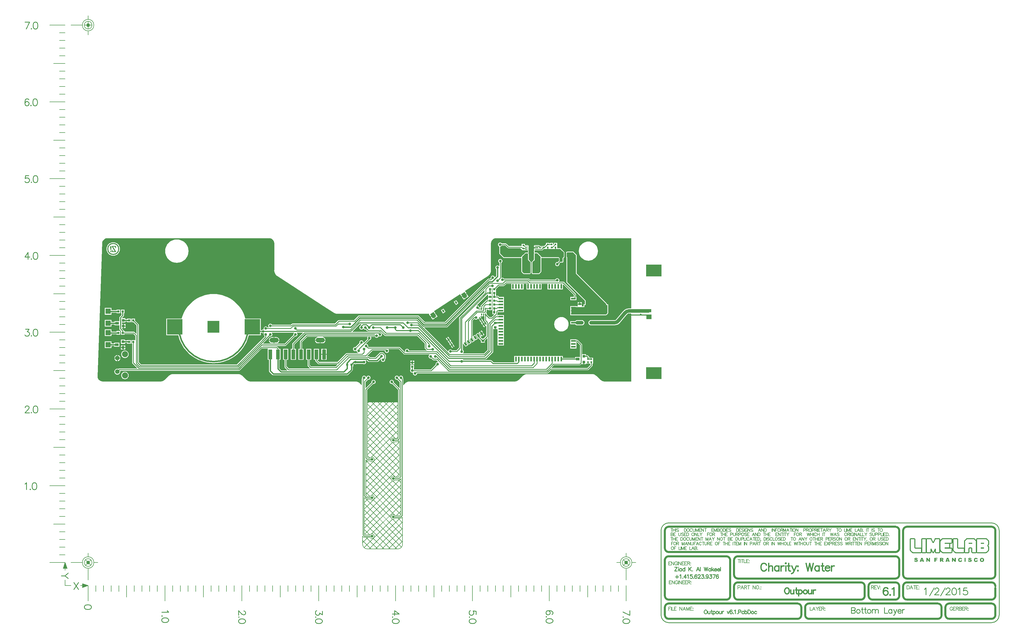
<source format=gbl>
%FSLAX44Y44*%
%MOMM*%
G71*
G01*
G75*
G04 Layer_Physical_Order=2*
G04 Layer_Color=16711680*
%ADD10R,0.6000X0.5000*%
%ADD11R,1.9000X1.1000*%
%ADD12R,9.0000X5.3000*%
%ADD13R,1.5240X0.3302*%
%ADD14O,1.5240X0.3302*%
%ADD15R,0.7620X0.7620*%
%ADD16R,0.8100X0.7620*%
%ADD17R,0.7620X0.8100*%
%ADD18R,0.6000X1.0500*%
%ADD19C,0.2540*%
%ADD20C,0.3810*%
%ADD21C,0.3500*%
%ADD22C,0.2500*%
%ADD23C,0.6000*%
%ADD24C,0.3000*%
%ADD25C,0.5000*%
%ADD26C,0.2286*%
%ADD27C,0.3000*%
%ADD28C,0.2032*%
%ADD29C,0.6350*%
%ADD30C,0.1270*%
%ADD31O,1.8000X1.9000*%
%ADD32R,1.8000X1.9000*%
%ADD33C,1.5240*%
%ADD34C,2.0000*%
%ADD35O,3.0000X1.5000*%
%ADD36C,0.9000*%
%ADD37C,1.2700*%
%ADD38C,0.8890*%
%ADD39C,1.2000*%
%ADD40C,0.3302*%
%ADD41C,0.8000*%
G04:AMPARAMS|DCode=42|XSize=19.5mm|YSize=0.75mm|CornerRadius=0.1875mm|HoleSize=0mm|Usage=FLASHONLY|Rotation=180.000|XOffset=0mm|YOffset=0mm|HoleType=Round|Shape=RoundedRectangle|*
%AMROUNDEDRECTD42*
21,1,19.5000,0.3750,0,0,180.0*
21,1,19.1250,0.7500,0,0,180.0*
1,1,0.3750,-9.5625,0.1875*
1,1,0.3750,9.5625,0.1875*
1,1,0.3750,9.5625,-0.1875*
1,1,0.3750,-9.5625,-0.1875*
%
%ADD42ROUNDEDRECTD42*%
G04:AMPARAMS|DCode=43|XSize=6.5mm|YSize=0.75mm|CornerRadius=0.1875mm|HoleSize=0mm|Usage=FLASHONLY|Rotation=90.000|XOffset=0mm|YOffset=0mm|HoleType=Round|Shape=RoundedRectangle|*
%AMROUNDEDRECTD43*
21,1,6.5000,0.3750,0,0,90.0*
21,1,6.1250,0.7500,0,0,90.0*
1,1,0.3750,0.1875,3.0625*
1,1,0.3750,0.1875,-3.0625*
1,1,0.3750,-0.1875,-3.0625*
1,1,0.3750,-0.1875,3.0625*
%
%ADD43ROUNDEDRECTD43*%
G04:AMPARAMS|DCode=44|XSize=2mm|YSize=0.75mm|CornerRadius=0.1875mm|HoleSize=0mm|Usage=FLASHONLY|Rotation=270.000|XOffset=0mm|YOffset=0mm|HoleType=Round|Shape=RoundedRectangle|*
%AMROUNDEDRECTD44*
21,1,2.0000,0.3750,0,0,270.0*
21,1,1.6250,0.7500,0,0,270.0*
1,1,0.3750,-0.1875,-0.8125*
1,1,0.3750,-0.1875,0.8125*
1,1,0.3750,0.1875,0.8125*
1,1,0.3750,0.1875,-0.8125*
%
%ADD44ROUNDEDRECTD44*%
G04:AMPARAMS|DCode=45|XSize=3.8mm|YSize=0.75mm|CornerRadius=0.1875mm|HoleSize=0mm|Usage=FLASHONLY|Rotation=270.000|XOffset=0mm|YOffset=0mm|HoleType=Round|Shape=RoundedRectangle|*
%AMROUNDEDRECTD45*
21,1,3.8000,0.3750,0,0,270.0*
21,1,3.4250,0.7500,0,0,270.0*
1,1,0.3750,-0.1875,-1.7125*
1,1,0.3750,-0.1875,1.7125*
1,1,0.3750,0.1875,1.7125*
1,1,0.3750,0.1875,-1.7125*
%
%ADD45ROUNDEDRECTD45*%
G04:AMPARAMS|DCode=46|XSize=6.3mm|YSize=0.75mm|CornerRadius=0.1875mm|HoleSize=0mm|Usage=FLASHONLY|Rotation=90.000|XOffset=0mm|YOffset=0mm|HoleType=Round|Shape=RoundedRectangle|*
%AMROUNDEDRECTD46*
21,1,6.3000,0.3750,0,0,90.0*
21,1,5.9250,0.7500,0,0,90.0*
1,1,0.3750,0.1875,2.9625*
1,1,0.3750,0.1875,-2.9625*
1,1,0.3750,-0.1875,-2.9625*
1,1,0.3750,-0.1875,2.9625*
%
%ADD46ROUNDEDRECTD46*%
%ADD47R,0.7620X0.7620*%
%ADD48R,1.7780X1.7780*%
%ADD49R,7.6000X2.1500*%
%ADD50R,0.5000X0.6000*%
%ADD51R,0.5000X0.5000*%
%ADD52R,0.5250X1.0000*%
%ADD53R,1.0000X1.0000*%
%ADD54R,5.2000X4.0000*%
%ADD55R,1.8000X1.0000*%
%ADD56R,1.8000X1.5000*%
%ADD57R,1.2700X0.9144*%
%ADD58R,0.9144X0.9144*%
%ADD59R,0.9800X3.4000*%
%ADD60R,0.7000X1.4000*%
%ADD61R,1.4000X0.7000*%
%ADD62R,5.0800X5.0800*%
%ADD63R,3.9600X3.9600*%
%ADD64R,1.5500X2.7000*%
%ADD65R,1.6000X0.6000*%
%ADD66R,0.6000X1.6000*%
%ADD67O,0.6000X0.2400*%
%ADD68R,1.5800X2.8500*%
%ADD69R,0.2000X0.7750*%
G04:AMPARAMS|DCode=70|XSize=1.3mm|YSize=0.45mm|CornerRadius=0mm|HoleSize=0mm|Usage=FLASHONLY|Rotation=123.000|XOffset=0mm|YOffset=0mm|HoleType=Round|Shape=Rectangle|*
%AMROTATEDRECTD70*
4,1,4,0.5427,-0.4226,0.1653,-0.6677,-0.5427,0.4226,-0.1653,0.6677,0.5427,-0.4226,0.0*
%
%ADD70ROTATEDRECTD70*%

G04:AMPARAMS|DCode=71|XSize=1.15mm|YSize=0.65mm|CornerRadius=0mm|HoleSize=0mm|Usage=FLASHONLY|Rotation=123.000|XOffset=0mm|YOffset=0mm|HoleType=Round|Shape=Rectangle|*
%AMROTATEDRECTD71*
4,1,4,0.5857,-0.3052,0.0406,-0.6592,-0.5857,0.3052,-0.0406,0.6592,0.5857,-0.3052,0.0*
%
%ADD71ROTATEDRECTD71*%

G04:AMPARAMS|DCode=72|XSize=1.7mm|YSize=1.4mm|CornerRadius=0mm|HoleSize=0mm|Usage=FLASHONLY|Rotation=123.000|XOffset=0mm|YOffset=0mm|HoleType=Round|Shape=Rectangle|*
%AMROTATEDRECTD72*
4,1,4,1.0500,-0.3316,-0.1241,-1.0941,-1.0500,0.3316,0.1241,1.0941,1.0500,-0.3316,0.0*
%
%ADD72ROTATEDRECTD72*%

G04:AMPARAMS|DCode=73|XSize=0.8mm|YSize=0.54mm|CornerRadius=0mm|HoleSize=0mm|Usage=FLASHONLY|Rotation=123.000|XOffset=0mm|YOffset=0mm|HoleType=Round|Shape=Rectangle|*
%AMROTATEDRECTD73*
4,1,4,0.4443,-0.1884,-0.0086,-0.4825,-0.4443,0.1884,0.0086,0.4825,0.4443,-0.1884,0.0*
%
%ADD73ROTATEDRECTD73*%

%ADD74R,1.2700X3.1750*%
%ADD75R,0.4000X0.7000*%
%ADD76C,0.2400*%
%ADD77C,0.3048*%
%ADD78C,0.2794*%
%ADD79C,1.5000*%
G36*
X375000Y985521D02*
X822000D01*
Y953000D01*
Y907000D01*
Y896000D01*
Y753270D01*
X813666D01*
X813500Y753248D01*
X813479Y753266D01*
Y753266D01*
X809264Y752851D01*
X804686Y751462D01*
X800467Y749207D01*
X796769Y746172D01*
X795361Y744456D01*
X795079Y744209D01*
X795079Y744209D01*
X795037Y744145D01*
X794980Y744094D01*
X772659Y717630D01*
X772518Y717411D01*
X772392Y717389D01*
X772392D01*
X771802Y716620D01*
X770217Y715404D01*
X768372Y714639D01*
X766563Y714401D01*
X766563Y714401D01*
Y714401D01*
X766555Y714392D01*
X688500D01*
X686337Y714108D01*
X684321Y713273D01*
X682590Y711945D01*
X681728Y710821D01*
X681714D01*
Y710802D01*
X681262Y710214D01*
X680427Y708198D01*
X680143Y706035D01*
X680427Y703872D01*
X681262Y701856D01*
X681714Y701268D01*
Y701249D01*
X681728D01*
X682590Y700125D01*
X684321Y698797D01*
X686337Y697962D01*
X688500Y697678D01*
X762499D01*
X762500Y697678D01*
X766750D01*
X766750Y697678D01*
X766752D01*
X766919Y697700D01*
X766940Y697682D01*
Y697682D01*
X771152Y698096D01*
X775730Y699485D01*
X779949Y701740D01*
X783647Y704775D01*
X785055Y706491D01*
X785337Y706738D01*
X785337Y706739D01*
X785379Y706802D01*
X785436Y706853D01*
X807757Y733317D01*
X807898Y733537D01*
X808024Y733559D01*
X808023D01*
X808614Y734328D01*
X810199Y735544D01*
X812044Y736308D01*
X813853Y736546D01*
X813853Y736546D01*
Y736546D01*
X813862Y736555D01*
X822000D01*
Y511477D01*
X732678D01*
X732637Y511469D01*
X729355Y511792D01*
X726159Y512761D01*
X723214Y514336D01*
X720665Y516428D01*
X720642Y516463D01*
X708002Y529102D01*
Y529178D01*
Y529178D01*
X704512Y532042D01*
X700530Y534171D01*
X696209Y535481D01*
X691716Y535924D01*
Y535870D01*
X478284D01*
Y535924D01*
X473791Y535481D01*
X469471Y534171D01*
X465489Y532042D01*
X461998Y529178D01*
X462036Y529140D01*
X462036Y529140D01*
X449359Y516463D01*
X449336Y516428D01*
X446786Y514336D01*
X443841Y512761D01*
X440646Y511792D01*
X437364Y511469D01*
X437323Y511477D01*
X90000D01*
Y511531D01*
X85507Y511088D01*
X81186Y509777D01*
X77204Y507649D01*
X73714Y504785D01*
X70850Y501295D01*
X69837Y499400D01*
X68605Y499709D01*
Y520035D01*
X68331Y521414D01*
X67636Y522454D01*
X67845Y524035D01*
X67611Y525806D01*
X66928Y527457D01*
X65840Y528875D01*
X64422Y529962D01*
X62772Y530646D01*
X61000Y530879D01*
X59229Y530646D01*
X57578Y529962D01*
X56160Y528875D01*
X55072Y527457D01*
X54635Y526401D01*
X53365D01*
X52928Y527457D01*
X51840Y528875D01*
X50422Y529962D01*
X48772Y530646D01*
X47000Y530879D01*
X45229Y530646D01*
X43578Y529962D01*
X42160Y528875D01*
X41073Y527457D01*
X40389Y525806D01*
X40156Y524035D01*
X40389Y522263D01*
X41073Y520613D01*
X42160Y519195D01*
X43578Y518107D01*
X45229Y517424D01*
X47000Y517190D01*
X48543Y517393D01*
X56395Y509542D01*
Y490398D01*
X55221Y489912D01*
X36641Y508492D01*
X36844Y510035D01*
X36611Y511806D01*
X35928Y513457D01*
X34840Y514875D01*
X33422Y515962D01*
X31772Y516646D01*
X30000Y516879D01*
X28228Y516646D01*
X26578Y515962D01*
X25160Y514875D01*
X24072Y513457D01*
X23389Y511806D01*
X23156Y510035D01*
X23389Y508263D01*
X24072Y506613D01*
X25160Y505195D01*
X26578Y504107D01*
X28228Y503424D01*
X30000Y503190D01*
X31543Y503394D01*
X51395Y483541D01*
Y443000D01*
X-51395D01*
Y483541D01*
X-31543Y503394D01*
X-30000Y503190D01*
X-28228Y503424D01*
X-26578Y504107D01*
X-25160Y505195D01*
X-24072Y506613D01*
X-23389Y508263D01*
X-23156Y510035D01*
X-23389Y511806D01*
X-24072Y513457D01*
X-25160Y514875D01*
X-26578Y515962D01*
X-28228Y516646D01*
X-30000Y516879D01*
X-31772Y516646D01*
X-33422Y515962D01*
X-34840Y514875D01*
X-35928Y513457D01*
X-36611Y511806D01*
X-36844Y510035D01*
X-36641Y508492D01*
X-55221Y489912D01*
X-56395Y490398D01*
Y509542D01*
X-48543Y517393D01*
X-47000Y517190D01*
X-45229Y517424D01*
X-43578Y518107D01*
X-42160Y519195D01*
X-41073Y520613D01*
X-40389Y522263D01*
X-40156Y524035D01*
X-40389Y525806D01*
X-41073Y527457D01*
X-42160Y528875D01*
X-43578Y529962D01*
X-45229Y530646D01*
X-47000Y530879D01*
X-48772Y530646D01*
X-50422Y529962D01*
X-51840Y528875D01*
X-52928Y527457D01*
X-53365Y526401D01*
X-54635D01*
X-55072Y527457D01*
X-56160Y528875D01*
X-57578Y529962D01*
X-59229Y530646D01*
X-61000Y530879D01*
X-62772Y530646D01*
X-64422Y529962D01*
X-65840Y528875D01*
X-66928Y527457D01*
X-67611Y525806D01*
X-67845Y524035D01*
X-67636Y522454D01*
X-68331Y521415D01*
X-68605Y520035D01*
Y499709D01*
X-69837Y499400D01*
X-70850Y501295D01*
X-73714Y504785D01*
X-77204Y507649D01*
X-81186Y509777D01*
X-85507Y511088D01*
X-90000Y511531D01*
Y511477D01*
X-437323D01*
X-437364Y511469D01*
X-440646Y511792D01*
X-443841Y512761D01*
X-446786Y514336D01*
X-449336Y516428D01*
X-449359Y516463D01*
X-461998Y529102D01*
Y529178D01*
Y529178D01*
X-465489Y532042D01*
X-469471Y534171D01*
X-473791Y535481D01*
X-478284Y535924D01*
Y535870D01*
X-691716D01*
Y535924D01*
X-696209Y535481D01*
X-700530Y534171D01*
X-704512Y532042D01*
X-708002Y529178D01*
X-707964Y529140D01*
X-707964Y529140D01*
X-720642Y516463D01*
X-720665Y516428D01*
X-723214Y514336D01*
X-726159Y512761D01*
X-729355Y511792D01*
X-732637Y511469D01*
X-732678Y511477D01*
Y511477D01*
X-732678Y511477D01*
X-732678Y511477D01*
X-925013D01*
X-925054Y511469D01*
X-928336Y511792D01*
X-931531Y512761D01*
X-934476Y514336D01*
X-937058Y516454D01*
X-939176Y519035D01*
X-940750Y521980D01*
X-941719Y525176D01*
X-942047Y528499D01*
X-941988Y529092D01*
X-942024Y529093D01*
X-926659Y969093D01*
X-926623Y969092D01*
Y969092D01*
D01*
D01*
X-926621Y969109D01*
D01*
X-926354Y971822D01*
X-925385Y975018D01*
X-923811Y977963D01*
X-921692Y980544D01*
X-919111Y982662D01*
X-916166Y984236D01*
X-912971Y985206D01*
X-909689Y985529D01*
X-909648Y985521D01*
X-375000D01*
X-374959Y985529D01*
X-371677Y985206D01*
X-368482Y984236D01*
X-365537Y982662D01*
X-362955Y980544D01*
X-360837Y977963D01*
X-359263Y975018D01*
X-358293Y971822D01*
X-357970Y968540D01*
X-357978Y968499D01*
Y879353D01*
X-358032D01*
X-357590Y874859D01*
X-356279Y870539D01*
X-354151Y866557D01*
X-351286Y863067D01*
X-347796Y860202D01*
X-347538Y860064D01*
D01*
X-186433Y755378D01*
X-161594Y739233D01*
X-161609Y739210D01*
X-157885Y737220D01*
X-153565Y735910D01*
X-149071Y735467D01*
Y735521D01*
X149071D01*
Y735467D01*
X153394Y735893D01*
X153814Y734694D01*
X153354Y734395D01*
X158675Y726201D01*
X166676Y731397D01*
X174677Y736593D01*
X169588Y744429D01*
X255212Y800084D01*
X256454Y799820D01*
X261077Y792702D01*
X269078Y797898D01*
X277079Y803094D01*
X271962Y810972D01*
X347523Y860087D01*
X347538Y860064D01*
D01*
X347538D01*
X347538D01*
X347549Y860070D01*
X347549D01*
X347796Y860202D01*
X351286Y863067D01*
X354151Y866557D01*
X356279Y870539D01*
X357590Y874859D01*
X358032Y879353D01*
X357978D01*
Y968499D01*
X357970Y968540D01*
X358293Y971822D01*
X359263Y975018D01*
X360837Y977963D01*
X362955Y980544D01*
X365537Y982662D01*
X368482Y984236D01*
X371677Y985206D01*
X374959Y985529D01*
X375000Y985521D01*
D02*
G37*
%LPC*%
G36*
X-895824Y644594D02*
X-918176D01*
Y622242D01*
X-895824D01*
Y629145D01*
X-886796D01*
Y626641D01*
X-869524D01*
Y640357D01*
X-886796D01*
Y637692D01*
X-895824D01*
Y644594D01*
D02*
G37*
G36*
X-850982Y649882D02*
X-864698D01*
Y636166D01*
X-850982D01*
Y638750D01*
X-844096D01*
Y636402D01*
X-831904D01*
Y648594D01*
X-844096D01*
Y647297D01*
X-850982D01*
Y649882D01*
D02*
G37*
G36*
X-850728Y631086D02*
X-856570D01*
Y625244D01*
X-850728D01*
Y631086D01*
D02*
G37*
G36*
Y622704D02*
X-856570D01*
Y616862D01*
X-850728D01*
Y622704D01*
D02*
G37*
G36*
X-859110Y631086D02*
X-864952D01*
Y625244D01*
X-859110D01*
Y631086D01*
D02*
G37*
G36*
X-849728Y702086D02*
X-855570D01*
Y696244D01*
X-849728D01*
Y702086D01*
D02*
G37*
G36*
X658500Y714392D02*
X643500D01*
X641337Y714108D01*
X639321Y713273D01*
X637590Y711945D01*
X637112Y711321D01*
X620214D01*
Y700749D01*
X637112D01*
X637590Y700125D01*
X639321Y698797D01*
X641337Y697962D01*
X643500Y697678D01*
X658500D01*
X660663Y697962D01*
X662679Y698797D01*
X664410Y700125D01*
X665272Y701249D01*
X665286D01*
Y701267D01*
X665738Y701856D01*
X666573Y703872D01*
X666858Y706035D01*
X666573Y708198D01*
X665738Y710214D01*
X665286Y710803D01*
Y710821D01*
X665272D01*
X664410Y711945D01*
X662679Y713273D01*
X660663Y714108D01*
X658500Y714392D01*
D02*
G37*
G36*
X166994Y728575D02*
X160058Y724071D01*
X165380Y715877D01*
X172315Y720382D01*
X166994Y728575D01*
D02*
G37*
G36*
X-895824Y683964D02*
X-918176D01*
Y661612D01*
X-895824D01*
Y668225D01*
X-879096D01*
Y666402D01*
X-866904D01*
Y678594D01*
X-879096D01*
Y676771D01*
X-895824D01*
Y683964D01*
D02*
G37*
G36*
X590844Y724861D02*
X586196Y724404D01*
X581726Y723048D01*
X577607Y720846D01*
X573997Y717883D01*
X571033Y714272D01*
X568832Y710153D01*
X567476Y705683D01*
X567018Y701035D01*
X567476Y696387D01*
X568832Y691917D01*
X571033Y687798D01*
X573997Y684187D01*
X577607Y681224D01*
X581726Y679022D01*
X586196Y677666D01*
X590844Y677208D01*
X595493Y677666D01*
X599962Y679022D01*
X604082Y681224D01*
X607692Y684187D01*
X610655Y687798D01*
X612857Y691917D01*
X614213Y696387D01*
X614671Y701035D01*
X614213Y705683D01*
X612857Y710153D01*
X610655Y714272D01*
X607692Y717883D01*
X604082Y720846D01*
X599962Y723048D01*
X595493Y724404D01*
X590844Y724861D01*
D02*
G37*
G36*
X-849728Y693704D02*
X-855570D01*
Y687862D01*
X-849728D01*
Y693704D01*
D02*
G37*
G36*
X96730Y580350D02*
X91650D01*
Y575270D01*
X96730D01*
Y580350D01*
D02*
G37*
G36*
X104350D02*
X99270D01*
Y575270D01*
X104350D01*
Y580350D01*
D02*
G37*
G36*
Y572730D02*
X99270D01*
Y567650D01*
X104350D01*
Y572730D01*
D02*
G37*
G36*
X-851500Y543890D02*
X-854707Y543468D01*
X-857696Y542230D01*
X-860263Y540261D01*
X-862232Y537695D01*
X-863470Y534706D01*
X-863892Y531498D01*
X-863470Y528291D01*
X-862232Y525302D01*
X-860263Y522736D01*
X-857696Y520767D01*
X-854707Y519529D01*
X-851500Y519106D01*
X-848293Y519529D01*
X-845304Y520767D01*
X-842738Y522736D01*
X-840768Y525302D01*
X-839530Y528291D01*
X-839108Y531498D01*
X-839530Y534706D01*
X-840768Y537695D01*
X-842738Y540261D01*
X-845304Y542230D01*
X-848293Y543468D01*
X-851500Y543890D01*
D02*
G37*
G36*
X96730Y572730D02*
X91650D01*
Y567650D01*
X96730D01*
Y572730D01*
D02*
G37*
G36*
X-877770Y587729D02*
X-886459D01*
X-886282Y586377D01*
X-885270Y583935D01*
X-883661Y581838D01*
X-881563Y580229D01*
X-879121Y579217D01*
X-877770Y579039D01*
Y587729D01*
D02*
G37*
G36*
X-875230Y598958D02*
Y590269D01*
X-866541D01*
X-866718Y591619D01*
X-867730Y594062D01*
X-869339Y596159D01*
X-871437Y597768D01*
X-873879Y598780D01*
X-875230Y598958D01*
D02*
G37*
G36*
X-859110Y622704D02*
X-864952D01*
Y616862D01*
X-859110D01*
Y622704D01*
D02*
G37*
G36*
X-877770Y598958D02*
X-879121Y598780D01*
X-881563Y597768D01*
X-883661Y596159D01*
X-885270Y594062D01*
X-886282Y591619D01*
X-886459Y590269D01*
X-877770D01*
Y598958D01*
D02*
G37*
G36*
X-866541Y587729D02*
X-875230D01*
Y579039D01*
X-873879Y579217D01*
X-871437Y580229D01*
X-869339Y581838D01*
X-867730Y583935D01*
X-866718Y586377D01*
X-866541Y587729D01*
D02*
G37*
G36*
X-851500Y613890D02*
X-854707Y613468D01*
X-857696Y612230D01*
X-860263Y610261D01*
X-862232Y607695D01*
X-863470Y604706D01*
X-863892Y601498D01*
X-863470Y598291D01*
X-862232Y595302D01*
X-860263Y592736D01*
X-857696Y590767D01*
X-854707Y589529D01*
X-851500Y589106D01*
X-848293Y589529D01*
X-845304Y590767D01*
X-842738Y592736D01*
X-840768Y595302D01*
X-839530Y598291D01*
X-839108Y601498D01*
X-839530Y604706D01*
X-840768Y607695D01*
X-842738Y610261D01*
X-845304Y612230D01*
X-848293Y613468D01*
X-851500Y613890D01*
D02*
G37*
G36*
X176060Y734463D02*
X169125Y729959D01*
X174446Y721765D01*
X181381Y726269D01*
X176060Y734463D01*
D02*
G37*
G36*
X388250Y971345D02*
X386479Y971111D01*
X384828Y970427D01*
X383410Y969340D01*
X382323Y967922D01*
X381639Y966272D01*
X381405Y964500D01*
X381639Y962729D01*
X382323Y961078D01*
X383410Y959660D01*
X384828Y958572D01*
X384948Y958522D01*
X385760Y957710D01*
X385964Y957039D01*
X385904Y956949D01*
X385859Y956724D01*
X385771Y956512D01*
X385714Y956225D01*
Y955995D01*
X385669Y955770D01*
Y947000D01*
Y935480D01*
X385714Y935254D01*
Y935025D01*
X385756Y934813D01*
Y934813D01*
X385756Y934813D01*
Y934813D01*
X385844Y934601D01*
X385847Y934588D01*
X385854Y934576D01*
X386006Y934209D01*
X386009Y934196D01*
X386016Y934185D01*
X386104Y933972D01*
X386104Y933972D01*
X386224Y933793D01*
X386387Y933630D01*
X386514Y933440D01*
X395602Y924352D01*
X398690Y921264D01*
X398880Y921137D01*
X399043Y920974D01*
X399222Y920854D01*
X399223Y920854D01*
X399223Y920854D01*
X399435Y920766D01*
X399446Y920759D01*
X399459Y920756D01*
X399673Y920668D01*
X399827Y920604D01*
X399838Y920597D01*
X399851Y920594D01*
X400063Y920506D01*
X400063D01*
X400063Y920506D01*
X400275Y920464D01*
X400504D01*
X400730Y920419D01*
X456770D01*
X456996Y920464D01*
X457225D01*
X457512Y920521D01*
X457613Y920563D01*
X458330Y920083D01*
X458591Y919694D01*
X458669Y919505D01*
Y919434D01*
Y919434D01*
Y919434D01*
Y919434D01*
Y875539D01*
X458713Y875314D01*
X458713Y875085D01*
X458755Y874873D01*
D01*
Y874873D01*
X458843Y874660D01*
X458846Y874648D01*
X458853Y874637D01*
X458972Y874351D01*
X459006Y874269D01*
X459008Y874256D01*
X459016Y874245D01*
X459104Y874032D01*
X459104Y874032D01*
X459104Y874032D01*
X459224Y873853D01*
X459386Y873690D01*
X459514Y873499D01*
X462351Y870662D01*
X462351Y870662D01*
X465189Y867824D01*
X465380Y867696D01*
X465542Y867534D01*
X465722Y867414D01*
X465722Y867414D01*
X465722Y867414D01*
X465934Y867326D01*
X465945Y867319D01*
X465958Y867316D01*
X466172Y867228D01*
X466326Y867164D01*
X466337Y867157D01*
X466350Y867154D01*
X466562Y867066D01*
X466562D01*
X466562Y867066D01*
X466774Y867024D01*
X467004D01*
X467229Y866979D01*
X485770D01*
X485995Y867024D01*
X486224Y867024D01*
X486437Y867066D01*
D01*
X486437D01*
X486649Y867154D01*
X486662Y867157D01*
X486673Y867164D01*
X486959Y867282D01*
X487040Y867316D01*
X487054Y867319D01*
X487065Y867326D01*
X487277Y867414D01*
X487277Y867414D01*
X487277Y867414D01*
X487457Y867534D01*
X487619Y867696D01*
X487810Y867824D01*
X489485Y869500D01*
X489613Y869690D01*
X489775Y869853D01*
X489895Y870032D01*
X489895Y870032D01*
X489895Y870032D01*
X489983Y870245D01*
X489990Y870256D01*
X489993Y870269D01*
X490081Y870482D01*
X490145Y870637D01*
X490153Y870648D01*
X490155Y870660D01*
X490243Y870872D01*
Y870873D01*
X490243Y870873D01*
X490285Y871085D01*
Y871314D01*
X490330Y871539D01*
Y894810D01*
Y906080D01*
X490285Y906305D01*
X490285Y906535D01*
X490243Y906747D01*
X490243Y906747D01*
Y906747D01*
X490155Y906959D01*
X490153Y906972D01*
X490145Y906983D01*
X490074Y907155D01*
X489993Y907351D01*
X489990Y907364D01*
X489983Y907375D01*
X489895Y907587D01*
X489895Y907587D01*
X489895Y907587D01*
X489775Y907767D01*
X489613Y907930D01*
X489485Y908120D01*
X487336Y910269D01*
X487336Y910269D01*
X487086Y910519D01*
Y910786D01*
X486819D01*
X485319Y912286D01*
X485319Y912286D01*
X484647Y912958D01*
X482830Y914775D01*
Y929129D01*
D01*
X482854Y929250D01*
X482830Y929371D01*
D01*
Y934129D01*
D01*
X482854Y934250D01*
X482785Y934597D01*
D01*
X482744Y934806D01*
D01*
X482584Y935610D01*
X481822Y936750D01*
X482584Y937890D01*
X482854Y939250D01*
X482584Y940610D01*
X482581Y940615D01*
D01*
Y942885D01*
D01*
X482584Y942890D01*
X482854Y944250D01*
X482584Y945610D01*
X481822Y946750D01*
X482584Y947890D01*
X482854Y949250D01*
X482584Y950610D01*
X481822Y951750D01*
X482584Y952890D01*
X482854Y954250D01*
X482584Y955610D01*
X481822Y956750D01*
X482584Y957890D01*
X482854Y959250D01*
X482584Y960610D01*
X481813Y961763D01*
X480660Y962534D01*
X479300Y962804D01*
X475700D01*
X474340Y962534D01*
X473187Y961763D01*
X473101Y961636D01*
X471838Y961511D01*
X470286Y963063D01*
Y966536D01*
X459714D01*
Y960583D01*
X458732Y959778D01*
X458521Y959820D01*
X458521Y959820D01*
X416808D01*
X409564Y967064D01*
X408387Y967850D01*
X407000Y968126D01*
X407000Y968126D01*
X394021D01*
X393090Y969340D01*
X391672Y970427D01*
X390022Y971111D01*
X388250Y971345D01*
D02*
G37*
G36*
X-895824Y754964D02*
X-918176D01*
Y732612D01*
X-895824D01*
Y739225D01*
X-879096D01*
Y737402D01*
X-866904D01*
Y749594D01*
X-879096D01*
Y747772D01*
X-895824D01*
Y754964D01*
D02*
G37*
G36*
X680000Y974572D02*
X675048Y974183D01*
X670218Y973023D01*
X665629Y971122D01*
X661394Y968527D01*
X657617Y965301D01*
X654391Y961524D01*
X651796Y957289D01*
X649895Y952700D01*
X648736Y947870D01*
X648346Y942919D01*
X648736Y937967D01*
X649895Y933137D01*
X651796Y928548D01*
X654391Y924313D01*
X657617Y920536D01*
X661394Y917310D01*
X665629Y914715D01*
X670218Y912814D01*
X675048Y911655D01*
X680000Y911265D01*
X684951Y911655D01*
X689781Y912814D01*
X694370Y914715D01*
X698605Y917310D01*
X702382Y920536D01*
X705608Y924313D01*
X708203Y928548D01*
X710104Y933137D01*
X711264Y937967D01*
X711653Y942919D01*
X711264Y947870D01*
X710104Y952700D01*
X708203Y957289D01*
X705608Y961524D01*
X702382Y965301D01*
X698605Y968527D01*
X694370Y971122D01*
X689781Y973023D01*
X684951Y974183D01*
X680000Y974572D01*
D02*
G37*
G36*
X-680000Y981530D02*
X-686050Y981054D01*
X-691951Y979637D01*
X-697558Y977315D01*
X-702733Y974144D01*
X-707347Y970202D01*
X-711289Y965588D01*
X-714460Y960413D01*
X-716782Y954806D01*
X-718199Y948905D01*
X-718675Y942855D01*
X-718199Y936805D01*
X-716782Y930904D01*
X-714460Y925297D01*
X-711289Y920122D01*
X-707347Y915507D01*
X-702733Y911566D01*
X-697558Y908395D01*
X-691951Y906073D01*
X-686050Y904656D01*
X-680000Y904180D01*
X-673950Y904656D01*
X-668049Y906073D01*
X-662442Y908395D01*
X-657267Y911566D01*
X-652653Y915507D01*
X-648711Y920122D01*
X-645540Y925297D01*
X-643218Y930904D01*
X-641801Y936805D01*
X-641325Y942855D01*
X-641801Y948905D01*
X-643218Y954806D01*
X-645540Y960413D01*
X-648711Y965588D01*
X-652653Y970202D01*
X-657267Y974144D01*
X-662442Y977315D01*
X-668049Y979637D01*
X-673950Y981054D01*
X-680000Y981530D01*
D02*
G37*
G36*
X650230Y774070D02*
X644910D01*
Y768990D01*
X650230D01*
Y774070D01*
D02*
G37*
G36*
X389000Y916789D02*
X387243Y916558D01*
X385606Y915880D01*
X384199Y914801D01*
X383120Y913395D01*
X382442Y911757D01*
X382211Y910000D01*
X382442Y908243D01*
X383120Y906606D01*
X384199Y905199D01*
X385374Y904298D01*
Y894365D01*
X384235Y893804D01*
X383422Y894427D01*
X381772Y895111D01*
X380000Y895344D01*
X378228Y895111D01*
X376578Y894427D01*
X375160Y893340D01*
X374072Y891922D01*
X373389Y890272D01*
X373156Y888500D01*
X373389Y886729D01*
X374072Y885078D01*
X375160Y883660D01*
X375727Y883225D01*
Y860770D01*
X371705Y856748D01*
X370459Y856995D01*
X369879Y858394D01*
X368801Y859801D01*
X367395Y860880D01*
X365757Y861558D01*
X364000Y861789D01*
X362243Y861558D01*
X360606Y860880D01*
X359199Y859801D01*
X358120Y858394D01*
X357442Y856757D01*
X357211Y855000D01*
X357404Y853532D01*
X355362Y851489D01*
X350136D01*
X348749Y851214D01*
X348278Y850899D01*
X347573Y850428D01*
X347572Y850427D01*
X205613Y708468D01*
X139817D01*
X119514Y728771D01*
X118338Y729557D01*
X116951Y729833D01*
X116950Y729833D01*
X-77793D01*
X-77793Y729833D01*
X-79180Y729557D01*
X-80357Y728771D01*
X-80357Y728771D01*
X-94502Y714626D01*
X-144466D01*
X-145853Y714350D01*
X-146324Y714035D01*
X-147029Y713564D01*
X-147030Y713564D01*
X-157396Y703198D01*
X-297894D01*
X-297894Y703198D01*
X-299281Y702922D01*
X-300457Y702136D01*
X-300458Y702136D01*
X-302968Y699626D01*
X-365298D01*
X-366199Y700801D01*
X-367605Y701880D01*
X-369243Y702558D01*
X-371000Y702789D01*
X-372757Y702558D01*
X-374395Y701880D01*
X-375801Y700801D01*
X-376880Y699395D01*
X-377558Y697757D01*
X-377789Y696000D01*
X-377558Y694243D01*
X-376880Y692606D01*
X-376234Y691765D01*
X-376796Y690626D01*
X-380298D01*
X-381199Y691801D01*
X-382606Y692879D01*
X-384243Y693558D01*
X-386000Y693789D01*
X-387757Y693558D01*
X-389394Y692879D01*
X-390801Y691801D01*
X-391880Y690395D01*
X-392558Y688757D01*
X-392789Y687000D01*
X-392558Y685243D01*
X-392297Y684613D01*
X-393102Y683631D01*
X-394500Y683909D01*
X-396953Y683421D01*
X-399032Y682032D01*
X-399311Y681613D01*
X-402814D01*
Y719936D01*
X-453696D01*
X-453793Y720373D01*
X-456643Y729413D01*
X-460271Y738171D01*
X-464648Y746579D01*
X-469741Y754574D01*
X-475512Y762095D01*
X-481916Y769083D01*
X-488905Y775488D01*
X-496425Y781258D01*
X-504420Y786351D01*
X-512828Y790729D01*
X-521586Y794356D01*
X-530627Y797207D01*
X-539881Y799258D01*
X-549279Y800496D01*
X-558750Y800909D01*
X-568220Y800496D01*
X-577618Y799258D01*
X-586873Y797207D01*
X-595913Y794356D01*
X-604671Y790729D01*
X-613079Y786351D01*
X-621074Y781258D01*
X-628595Y775488D01*
X-635583Y769083D01*
X-641988Y762095D01*
X-647758Y754574D01*
X-652852Y746579D01*
X-657229Y738171D01*
X-660856Y729413D01*
X-663707Y720373D01*
X-663804Y719936D01*
X-714686D01*
Y664564D01*
X-675306D01*
X-674564Y661217D01*
X-671419Y651241D01*
X-667416Y641578D01*
X-662586Y632300D01*
X-656966Y623478D01*
X-650599Y615179D01*
X-643532Y607467D01*
X-635820Y600401D01*
X-627522Y594033D01*
X-618700Y588413D01*
X-609422Y583583D01*
X-599758Y579580D01*
X-589782Y576435D01*
X-579570Y574171D01*
X-569200Y572806D01*
X-558750Y572350D01*
X-548300Y572806D01*
X-537929Y574171D01*
X-527717Y576435D01*
X-517742Y579580D01*
X-508078Y583583D01*
X-498800Y588413D01*
X-489978Y594033D01*
X-481679Y600401D01*
X-473968Y607467D01*
X-466901Y615179D01*
X-460533Y623478D01*
X-454913Y632300D01*
X-450083Y641578D01*
X-446081Y651241D01*
X-442935Y661217D01*
X-442193Y664564D01*
X-402814D01*
Y673383D01*
X-399310D01*
X-399032Y672968D01*
X-396953Y671579D01*
X-394500Y671091D01*
X-392545Y671480D01*
X-391874Y670401D01*
X-391880Y670395D01*
X-392558Y668757D01*
X-392789Y667000D01*
X-392558Y665243D01*
X-391880Y663605D01*
X-390801Y662199D01*
X-389626Y661298D01*
Y659968D01*
X-481396Y568198D01*
X-798498D01*
X-805802Y575502D01*
Y698896D01*
X-805802Y698896D01*
X-806078Y700284D01*
X-806864Y701460D01*
X-806864Y701460D01*
X-817934Y712530D01*
Y719594D01*
X-830126D01*
Y707402D01*
X-823062D01*
X-813054Y697395D01*
Y670339D01*
X-814227Y669853D01*
X-819436Y675062D01*
X-820612Y675848D01*
X-822000Y676124D01*
X-822000Y676124D01*
X-852934D01*
Y678594D01*
X-854658D01*
X-855016Y679030D01*
X-855321Y680566D01*
X-856191Y681868D01*
X-861012Y686688D01*
X-860526Y687862D01*
X-858110D01*
Y694974D01*
Y702086D01*
X-861736D01*
Y707166D01*
X-849982D01*
Y709751D01*
X-844096D01*
Y707402D01*
X-831904D01*
Y719594D01*
X-844096D01*
Y718297D01*
X-849982D01*
Y720882D01*
X-860532D01*
X-861018Y722055D01*
X-856191Y726882D01*
X-855321Y728184D01*
X-855016Y729720D01*
Y737402D01*
X-852934D01*
Y749594D01*
X-865126D01*
Y737402D01*
X-863044D01*
Y731383D01*
X-868588Y725838D01*
X-869459Y724536D01*
X-869764Y723000D01*
Y711357D01*
X-885796D01*
Y708772D01*
X-895824D01*
Y715594D01*
X-918176D01*
Y693242D01*
X-895824D01*
Y700226D01*
X-885796D01*
Y697641D01*
X-869764D01*
Y685750D01*
X-869459Y684214D01*
X-868588Y682912D01*
X-864876Y679199D01*
X-865126Y678594D01*
X-865126D01*
X-865126Y678594D01*
Y666402D01*
X-852934D01*
Y668873D01*
X-823502D01*
X-817626Y662997D01*
Y648595D01*
X-817934D01*
Y648594D01*
X-830126D01*
Y636402D01*
X-827656D01*
Y574030D01*
X-827656Y574030D01*
X-827380Y572643D01*
X-826594Y571466D01*
X-810782Y555655D01*
X-811268Y554482D01*
X-869642D01*
X-869642Y554482D01*
X-871030Y554206D01*
X-872206Y553420D01*
X-872636Y552990D01*
X-873945Y553532D01*
X-876500Y553869D01*
X-879055Y553532D01*
X-881435Y552546D01*
X-883480Y550978D01*
X-885048Y548934D01*
X-886034Y546553D01*
X-886370Y543998D01*
X-886034Y541444D01*
X-885048Y539063D01*
X-883480Y537019D01*
X-881435Y535450D01*
X-879055Y534464D01*
X-876500Y534128D01*
X-873945Y534464D01*
X-871565Y535450D01*
X-869520Y537019D01*
X-867952Y539063D01*
X-866966Y541444D01*
X-866630Y543998D01*
X-866929Y546275D01*
X-866092Y547230D01*
X-474213D01*
X-474212Y547230D01*
X-472825Y547506D01*
X-471649Y548292D01*
X-399567Y620374D01*
X-379836D01*
Y619446D01*
X-379836D01*
Y583124D01*
X-375473D01*
Y546698D01*
X-375148Y545063D01*
X-374221Y543677D01*
X-364022Y533477D01*
X-364021Y533477D01*
X-362635Y532551D01*
X-361000Y532225D01*
X-117000D01*
X-115365Y532551D01*
X-113978Y533477D01*
X-99978Y547477D01*
X-99052Y548863D01*
X-98727Y550498D01*
Y561403D01*
X-96904D01*
Y567551D01*
X-94250Y570206D01*
X-93422Y569571D01*
X-91771Y568887D01*
X-90000Y568654D01*
X-88229Y568887D01*
X-86578Y569571D01*
X-85877Y570109D01*
X-65123D01*
X-64422Y569571D01*
X-62772Y568887D01*
X-61000Y568654D01*
X-59229Y568887D01*
X-57578Y569571D01*
X-56160Y570659D01*
X-55072Y572076D01*
X-54389Y573727D01*
X-54155Y575498D01*
X-54389Y577270D01*
X-55072Y578921D01*
X-55967Y580086D01*
X-55405Y581225D01*
X-51770D01*
X-48021Y577477D01*
X-46635Y576551D01*
X-45000Y576225D01*
X-18036D01*
X-16401Y576551D01*
X-15015Y577477D01*
X-5770Y586722D01*
X-4714Y586016D01*
X-5111Y585056D01*
X-5344Y583285D01*
X-5111Y581513D01*
X-4428Y579863D01*
X-3340Y578445D01*
X-1922Y577357D01*
X-271Y576674D01*
X1500Y576440D01*
X3271Y576674D01*
X4922Y577357D01*
X6340Y578445D01*
X7427Y579863D01*
X8111Y581513D01*
X8345Y583285D01*
X8145Y584802D01*
X9314Y585971D01*
X10100Y587147D01*
X10376Y588535D01*
X10376Y588535D01*
Y598285D01*
X10100Y599672D01*
X9785Y600144D01*
X9314Y600849D01*
X9314Y600849D01*
X3064Y607099D01*
X1887Y607884D01*
X500Y608161D01*
X500Y608161D01*
X-7250D01*
X-7250Y608161D01*
X-8637Y607884D01*
X-9814Y607099D01*
X-9814Y607099D01*
X-24788Y592124D01*
X-41498D01*
X-43436Y594062D01*
X-44612Y594848D01*
X-46000Y595124D01*
X-46000Y595124D01*
X-50588D01*
X-51073Y596297D01*
X-33474Y613897D01*
X6369D01*
X7156Y613000D01*
X7389Y611228D01*
X8073Y609578D01*
X9160Y608160D01*
X10578Y607072D01*
X12228Y606389D01*
X14000Y606156D01*
X15771Y606389D01*
X17422Y607072D01*
X18840Y608160D01*
X19928Y609578D01*
X20611Y611228D01*
X20845Y613000D01*
X20611Y614771D01*
X19928Y616422D01*
X19231Y617330D01*
X19793Y618469D01*
X53498D01*
X69996Y601971D01*
X69996Y601971D01*
X71173Y601185D01*
X72560Y600909D01*
X72560Y600909D01*
X154232D01*
X154640Y599707D01*
X154160Y599338D01*
X153073Y597921D01*
X152389Y596270D01*
X152156Y594498D01*
X152389Y592727D01*
X153073Y591076D01*
X154160Y589659D01*
X155578Y588571D01*
X157228Y587887D01*
X159000Y587654D01*
X160517Y587854D01*
X165436Y582935D01*
X165436Y582935D01*
X166612Y582149D01*
X168000Y581873D01*
X168000Y581873D01*
X178498D01*
X183576Y576795D01*
X183015Y575656D01*
X182000Y575789D01*
X180243Y575558D01*
X178605Y574879D01*
X177199Y573801D01*
X176120Y572394D01*
X175442Y570757D01*
X175211Y569000D01*
X175404Y567532D01*
X159283Y551411D01*
X103771D01*
X102840Y552625D01*
X102701Y552731D01*
X103109Y553934D01*
X104096D01*
Y566126D01*
X91904D01*
Y553934D01*
X92891D01*
X93299Y552731D01*
X93160Y552625D01*
X92072Y551207D01*
X91389Y549556D01*
X91156Y547785D01*
X91389Y546013D01*
X92072Y544363D01*
X93160Y542945D01*
X94578Y541857D01*
X96229Y541174D01*
X98000Y540940D01*
X99764Y541173D01*
X100537Y540165D01*
X100389Y539806D01*
X100155Y538035D01*
X100389Y536263D01*
X101072Y534613D01*
X102160Y533195D01*
X103578Y532107D01*
X105229Y531423D01*
X107000Y531190D01*
X108771Y531423D01*
X110422Y532107D01*
X111840Y533195D01*
X112928Y534613D01*
X113611Y536263D01*
X113844Y538035D01*
X119333Y538757D01*
X544938D01*
X544938Y538757D01*
X546326Y539033D01*
X547502Y539819D01*
X556770Y549087D01*
X678214D01*
X678214Y549087D01*
X679602Y549363D01*
X680778Y550149D01*
X692564Y561935D01*
X692564Y561935D01*
X693350Y563111D01*
X693626Y564498D01*
X693626Y564498D01*
Y570713D01*
X695286D01*
Y580285D01*
X695286D01*
X695286Y580713D01*
X695286Y580713D01*
Y580713D01*
Y590285D01*
X684714D01*
Y590285D01*
X684404Y590285D01*
X684286D01*
Y590285D01*
X684286D01*
X684286D01*
X682885D01*
Y591498D01*
X682589Y592985D01*
X681747Y594245D01*
X678222Y597770D01*
X676962Y598612D01*
X675475Y598908D01*
X672018D01*
Y601881D01*
X659626D01*
Y633535D01*
X659626Y633535D01*
X659350Y634922D01*
X658564Y636099D01*
X658564Y636099D01*
X646064Y648599D01*
X644887Y649385D01*
X643500Y649661D01*
X643500Y649661D01*
X640786D01*
Y651321D01*
X620214D01*
Y640749D01*
Y630749D01*
Y620749D01*
X640786D01*
Y630749D01*
Y640749D01*
Y642410D01*
X641998D01*
X652374Y632033D01*
Y592356D01*
X636204D01*
Y589383D01*
X595786D01*
Y596321D01*
X435214D01*
Y575749D01*
X442925D01*
X443021Y575516D01*
X442316Y574460D01*
X366954D01*
X360505Y580910D01*
X359170Y581802D01*
X357595Y582115D01*
X266896D01*
X266340Y582840D01*
X265568Y583432D01*
X265976Y584635D01*
X340215D01*
X341790Y584948D01*
X343125Y585840D01*
X364160Y606875D01*
X365052Y608210D01*
X365365Y609785D01*
Y684715D01*
X365910D01*
Y684715D01*
X371230D01*
Y691065D01*
X373770D01*
Y684715D01*
X379090D01*
Y684715D01*
X379316D01*
X380214Y683817D01*
Y680749D01*
Y670749D01*
Y660749D01*
Y650749D01*
Y640749D01*
Y630749D01*
X400786D01*
Y640749D01*
Y650749D01*
Y660749D01*
Y670749D01*
Y680749D01*
Y690749D01*
Y700749D01*
Y710749D01*
Y720749D01*
Y731321D01*
X380214D01*
Y729661D01*
X377479D01*
X376993Y730834D01*
X378676Y732517D01*
X378676Y732517D01*
X379462Y733693D01*
X379738Y735081D01*
X379738Y735081D01*
Y739599D01*
X380214Y740749D01*
X380214Y740749D01*
X400786D01*
Y750749D01*
Y760749D01*
Y770749D01*
Y780749D01*
Y791321D01*
X385555D01*
X382814Y794062D01*
X381637Y794848D01*
X380250Y795124D01*
X380250Y795124D01*
X375096D01*
Y797594D01*
X375096D01*
X375096Y798152D01*
X375096Y798152D01*
Y798152D01*
Y810344D01*
X375096D01*
X375096Y810902D01*
X375096Y810902D01*
Y810902D01*
Y817967D01*
X384458Y827329D01*
X399955D01*
X399955Y827329D01*
X401343Y827605D01*
X402519Y828391D01*
X409037Y834909D01*
X425214D01*
Y815749D01*
X465786D01*
Y834909D01*
X475214D01*
Y815749D01*
X525786D01*
Y834374D01*
X545214D01*
Y815749D01*
X595786D01*
Y832427D01*
X596959Y832913D01*
X631934Y797938D01*
Y791321D01*
X620214D01*
Y780749D01*
X640786D01*
Y791321D01*
X639186D01*
Y799440D01*
X639186Y799440D01*
X638910Y800827D01*
X638124Y802004D01*
X638124Y802004D01*
X599564Y840564D01*
X598387Y841350D01*
X597000Y841626D01*
X597000Y841626D01*
X583941D01*
X583379Y842765D01*
X583428Y842828D01*
X584111Y844479D01*
X584344Y846250D01*
X584111Y848021D01*
X583428Y849672D01*
X582340Y851090D01*
X580922Y852178D01*
X579272Y852861D01*
X577500Y853094D01*
X575728Y852861D01*
X574078Y852178D01*
X572660Y851090D01*
X571572Y849672D01*
X570976Y848233D01*
X488502D01*
X485814Y850921D01*
X484638Y851706D01*
X483250Y851982D01*
X483250Y851982D01*
X401428D01*
X400801Y852801D01*
X399395Y853879D01*
X397757Y854558D01*
X396000Y854789D01*
X394243Y854558D01*
X393682Y854325D01*
X392626Y855031D01*
Y904298D01*
X393801Y905199D01*
X394879Y906606D01*
X395558Y908243D01*
X395789Y910000D01*
X395558Y911757D01*
X394879Y913395D01*
X393801Y914801D01*
X392395Y915880D01*
X390757Y916558D01*
X389000Y916789D01*
D02*
G37*
G36*
X630000Y941081D02*
X610000D01*
X609256Y940933D01*
X609108Y940903D01*
X608352Y940398D01*
X608240Y940286D01*
X606964D01*
Y938942D01*
X606597Y938392D01*
X606419Y937500D01*
Y930500D01*
Y923750D01*
X606597Y922858D01*
X606964Y922308D01*
Y921714D01*
X607490D01*
X607669Y921535D01*
Y840750D01*
X607847Y839858D01*
X608352Y839102D01*
X625102Y822352D01*
X668919Y778535D01*
Y767321D01*
X664714D01*
Y760366D01*
X658090D01*
Y761370D01*
X658090D01*
Y766450D01*
X644910D01*
Y761370D01*
X644910D01*
Y761264D01*
X644012Y760366D01*
X640786D01*
Y761321D01*
X620214D01*
Y750749D01*
Y740749D01*
Y730749D01*
X623276D01*
X623500Y730704D01*
X737804D01*
X738229Y730789D01*
X738655Y730865D01*
X738674Y730877D01*
X738696Y730882D01*
X739056Y731122D01*
X739420Y731356D01*
X744616Y736356D01*
X744629Y736374D01*
X744648Y736387D01*
X744889Y736747D01*
X745136Y737102D01*
X745141Y737124D01*
X745153Y737143D01*
X745238Y737568D01*
X745330Y737990D01*
X745326Y738013D01*
X745331Y738035D01*
Y758035D01*
X745286Y758260D01*
Y767321D01*
X741081D01*
Y768750D01*
X740933Y769494D01*
X740903Y769642D01*
X740398Y770398D01*
X641331Y869465D01*
Y892250D01*
Y929750D01*
X641183Y930494D01*
X641153Y930642D01*
X640648Y931398D01*
X631648Y940398D01*
X630892Y940903D01*
X630000Y941081D01*
D02*
G37*
G36*
X658090Y774070D02*
X652770D01*
Y768990D01*
X658090D01*
Y774070D01*
D02*
G37*
G36*
X-890144Y972214D02*
X-894471Y971788D01*
X-898632Y970526D01*
X-902467Y968476D01*
X-905828Y965718D01*
X-908586Y962357D01*
X-910636Y958522D01*
X-911898Y954362D01*
X-912324Y950035D01*
X-911898Y945708D01*
X-910636Y941547D01*
X-908586Y937713D01*
X-905828Y934352D01*
X-902467Y931593D01*
X-898632Y929544D01*
X-894471Y928282D01*
X-890144Y927856D01*
X-885817Y928282D01*
X-881657Y929544D01*
X-877822Y931593D01*
X-874461Y934352D01*
X-871703Y937713D01*
X-869653Y941547D01*
X-868391Y945708D01*
X-867965Y950035D01*
X-868391Y954362D01*
X-869653Y958522D01*
X-871703Y962357D01*
X-874461Y965718D01*
X-877822Y968476D01*
X-881657Y970526D01*
X-885817Y971788D01*
X-890144Y972214D01*
D02*
G37*
G36*
X278462Y800963D02*
X271526Y796459D01*
X276847Y788265D01*
X283783Y792769D01*
X278462Y800963D01*
D02*
G37*
G36*
X269396Y795076D02*
X262460Y790572D01*
X267781Y782378D01*
X274717Y786882D01*
X269396Y795076D01*
D02*
G37*
G36*
X576786Y970036D02*
X566214D01*
Y965922D01*
X564959Y964668D01*
X563786Y965154D01*
Y970036D01*
X553214D01*
Y968804D01*
X550786D01*
Y970036D01*
X540214D01*
Y965779D01*
X534470Y960036D01*
X527214D01*
Y955066D01*
X526158Y954360D01*
X525286Y954722D01*
Y960036D01*
X520241D01*
X518513Y961763D01*
X517360Y962534D01*
X516000Y962804D01*
X516000Y962804D01*
X503700D01*
X502340Y962534D01*
X501187Y961763D01*
X500416Y960610D01*
X500146Y959250D01*
X500416Y957890D01*
X501187Y956737D01*
X502340Y955966D01*
X503700Y955696D01*
X514528D01*
X514714Y955509D01*
Y952804D01*
X503700D01*
X502340Y952534D01*
X501187Y951763D01*
X500416Y950610D01*
X500146Y949250D01*
X500416Y947890D01*
X501178Y946750D01*
X500416Y945610D01*
X500146Y944250D01*
X500416Y942890D01*
X500419Y942885D01*
Y940615D01*
X500416Y940610D01*
X500146Y939250D01*
X500416Y937890D01*
X501178Y936750D01*
X500416Y935610D01*
X500146Y934250D01*
X500169Y934131D01*
Y929369D01*
X500146Y929250D01*
X500169Y929131D01*
Y914775D01*
X498352Y912958D01*
X493352Y907958D01*
X492847Y907202D01*
X492669Y906310D01*
Y894810D01*
Y871310D01*
X492847Y870418D01*
X493352Y869662D01*
X495352Y867662D01*
X496108Y867157D01*
X497000Y866979D01*
X516000D01*
X516892Y867157D01*
X517648Y867662D01*
X523648Y873662D01*
X524154Y874418D01*
X524331Y875310D01*
Y919853D01*
X525451Y920452D01*
X525608Y920347D01*
X526500Y920169D01*
X581535D01*
X582669Y919035D01*
Y910297D01*
X579017Y906645D01*
X577500Y906844D01*
X575728Y906611D01*
X574078Y905928D01*
X572660Y904840D01*
X571572Y903422D01*
X570889Y901771D01*
X570656Y900000D01*
X570889Y898229D01*
X571572Y896578D01*
X572660Y895160D01*
X574078Y894072D01*
X575728Y893389D01*
X577500Y893156D01*
X579272Y893389D01*
X580922Y894072D01*
X582340Y895160D01*
X583428Y896578D01*
X584111Y898229D01*
X584344Y900000D01*
X584145Y901517D01*
X587797Y905169D01*
X593750D01*
X594642Y905347D01*
X595398Y905852D01*
X596200Y906654D01*
X596336D01*
Y906790D01*
X596648Y907102D01*
X597153Y907858D01*
X597331Y908750D01*
Y913000D01*
Y919035D01*
X600398Y922102D01*
X600903Y922858D01*
X601081Y923750D01*
Y928500D01*
Y938750D01*
X600933Y939494D01*
X600903Y939642D01*
X600398Y940398D01*
X595648Y945148D01*
X589148Y951648D01*
X588392Y952153D01*
X587500Y952331D01*
X576786D01*
Y960036D01*
X576786D01*
X576786Y960464D01*
X576786Y960464D01*
Y960464D01*
Y970036D01*
D02*
G37*
G36*
X243830Y780567D02*
X235466Y775135D01*
X242314Y764592D01*
X250677Y770023D01*
X243830Y780567D01*
D02*
G37*
G36*
X201225Y752899D02*
X192862Y747468D01*
X199709Y736924D01*
X208072Y742355D01*
X201225Y752899D01*
D02*
G37*
%LPD*%
G36*
X-69923Y699536D02*
X-72730Y696730D01*
X-73205Y696017D01*
X-73422Y695928D01*
X-74840Y694840D01*
X-75928Y693422D01*
X-76611Y691771D01*
X-76845Y690000D01*
X-76611Y688229D01*
X-75928Y686578D01*
X-74840Y685160D01*
X-73422Y684072D01*
X-71771Y683389D01*
X-70000Y683156D01*
X-68229Y683389D01*
X-66578Y684072D01*
X-65160Y685160D01*
X-64122Y686514D01*
X-62852D01*
X-61840Y685195D01*
X-60422Y684107D01*
X-58771Y683423D01*
X-57000Y683190D01*
X-55483Y683390D01*
X-50564Y678471D01*
X-50564Y678471D01*
X-49859Y678000D01*
X-49388Y677685D01*
X-48000Y677409D01*
X-7752D01*
X6221Y663436D01*
X6221Y663436D01*
X6926Y662965D01*
X7397Y662650D01*
X8785Y662374D01*
X114533D01*
X139374Y637533D01*
Y622499D01*
X139374Y622499D01*
X139650Y621111D01*
X140436Y619935D01*
X144900Y615471D01*
X144900Y615471D01*
X145605Y615000D01*
X145791Y614876D01*
X145422Y613661D01*
X87770D01*
X87611Y614866D01*
X86927Y616517D01*
X85840Y617935D01*
X84422Y619022D01*
X82772Y619706D01*
X81000Y619939D01*
X79229Y619706D01*
X77578Y619022D01*
X76160Y617935D01*
X75072Y616517D01*
X74389Y614866D01*
X74156Y613095D01*
X74389Y611323D01*
X75072Y609673D01*
X75359Y609300D01*
X75036Y608646D01*
X73783Y608439D01*
X57564Y624659D01*
X56388Y625445D01*
X55000Y625721D01*
X55000Y625721D01*
X-46058D01*
X-47855Y627518D01*
X-47656Y629035D01*
X-47889Y630806D01*
X-48572Y632457D01*
X-49660Y633875D01*
X-51078Y634962D01*
X-52729Y635646D01*
X-54427Y635870D01*
X-54835Y637072D01*
X-43714Y648193D01*
X-42228Y648389D01*
X-40578Y649072D01*
X-39160Y650160D01*
X-38072Y651578D01*
X-37389Y653229D01*
X-37155Y655000D01*
X-37389Y656771D01*
X-38044Y658353D01*
X-37338Y659409D01*
X-25271D01*
X-24340Y658195D01*
X-22922Y657107D01*
X-21271Y656423D01*
X-19500Y656190D01*
X-17728Y656423D01*
X-16078Y657107D01*
X-14660Y658195D01*
X-13572Y659612D01*
X-12889Y661263D01*
D01*
X-12888D01*
X-12422Y661072D01*
X-12422Y661072D01*
D01*
X-10771Y660389D01*
X-9000Y660155D01*
X-7229Y660389D01*
X-5578Y661072D01*
X-4160Y662160D01*
X-3072Y663578D01*
X-2389Y665229D01*
X-2156Y667000D01*
X-2389Y668772D01*
X-3072Y670422D01*
X-4160Y671840D01*
X-5578Y672928D01*
X-7229Y673611D01*
X-9000Y673845D01*
X-9603Y673765D01*
X-10402Y674564D01*
X-11578Y675350D01*
X-12965Y675626D01*
X-12965Y675626D01*
X-98680D01*
X-99166Y676799D01*
X-82875Y693090D01*
X-82875Y693090D01*
X-75256Y700710D01*
X-70409D01*
X-69923Y699536D01*
D02*
G37*
G36*
X480458Y934352D02*
X480499Y934142D01*
Y934129D01*
Y929371D01*
Y929310D01*
Y929129D01*
Y914775D01*
Y913810D01*
X481182Y913127D01*
X482999Y911310D01*
X483671Y910638D01*
X485688Y908621D01*
X485688Y908621D01*
X485688Y908621D01*
X487837Y906472D01*
X487957Y906292D01*
X487999Y906080D01*
Y894810D01*
Y871539D01*
X487957Y871327D01*
X487837Y871148D01*
X486162Y869472D01*
X485982Y869352D01*
X485770Y869310D01*
X467229D01*
X467017Y869352D01*
X466837Y869472D01*
X463999Y872310D01*
X461162Y875148D01*
X461041Y875327D01*
X460999Y875539D01*
Y919434D01*
X460999Y919434D01*
X460999Y919434D01*
Y919434D01*
Y924238D01*
X461144Y924454D01*
X466499Y929810D01*
X471855Y935166D01*
X472071Y935310D01*
X479499D01*
X480458Y934352D01*
D02*
G37*
G36*
X522000Y924310D02*
Y924310D01*
Y875310D01*
X516000Y869310D01*
Y869310D01*
X497000D01*
X495000Y871310D01*
Y894810D01*
Y906310D01*
X500000Y911310D01*
X502500Y913810D01*
Y929310D01*
Y934310D01*
X503500Y935310D01*
X511000D01*
X522000Y924310D01*
D02*
G37*
G36*
X362904Y820513D02*
Y810902D01*
X362904D01*
X362904Y810344D01*
X362904D01*
Y798152D01*
X362904D01*
X362904Y797595D01*
Y797594D01*
D01*
D01*
X362904D01*
Y785402D01*
X362904D01*
X362904Y784844D01*
X362904D01*
Y772653D01*
X362904D01*
X362904Y772094D01*
X362904D01*
Y759902D01*
X362904D01*
X362904Y759344D01*
X362904D01*
Y747152D01*
X362904D01*
X362904Y746834D01*
X362904D01*
Y734162D01*
X368377D01*
X368863Y732989D01*
X360444Y724570D01*
X353558D01*
X344536Y733591D01*
Y738784D01*
X342267D01*
X341781Y739958D01*
X342814Y740991D01*
X342814Y740991D01*
X343600Y742167D01*
X343876Y743555D01*
X343876Y743555D01*
Y746212D01*
X344536D01*
Y749623D01*
X348934D01*
Y747152D01*
X361126D01*
Y759344D01*
X361126D01*
X361126Y759902D01*
X361126Y759902D01*
Y759902D01*
Y772094D01*
X361126D01*
X361126Y772653D01*
X361126Y772653D01*
Y772653D01*
Y784250D01*
X361126Y784250D01*
X361126D01*
X361126Y784845D01*
X361380Y785148D01*
X361380Y785742D01*
X361380Y785742D01*
X361380D01*
Y790228D01*
X348680D01*
Y785742D01*
X348680Y785742D01*
X348680D01*
X348680Y785148D01*
X348934Y784845D01*
X348934Y784250D01*
X348934Y784250D01*
X348934D01*
Y782374D01*
X344750D01*
X343363Y782098D01*
X342891Y781783D01*
X342186Y781312D01*
X342186Y781312D01*
X324686Y763812D01*
X323900Y762636D01*
X323624Y761248D01*
X323624Y761248D01*
Y757785D01*
X322964D01*
Y755624D01*
X320673D01*
X320345Y755999D01*
X320111Y757770D01*
X319428Y759421D01*
X318340Y760838D01*
X316922Y761926D01*
X315271Y762610D01*
X313500Y762843D01*
X312027Y762649D01*
X311465Y763788D01*
X347761Y800084D01*
X348934Y799598D01*
Y798746D01*
X348934Y798746D01*
X348934D01*
X348934Y798152D01*
X348680Y797848D01*
X348680Y797254D01*
X348680Y797254D01*
X348680D01*
Y792768D01*
X361380D01*
Y797254D01*
X361380Y797254D01*
X361380D01*
X361380Y797848D01*
X361126Y798152D01*
X361126Y798746D01*
X361126Y798746D01*
X361126D01*
Y810344D01*
X361126D01*
X361126Y810902D01*
X361126Y810902D01*
Y810902D01*
Y820493D01*
X361747Y821038D01*
X362904Y820513D01*
D02*
G37*
G36*
X743000Y738035D02*
X737804Y733035D01*
X623500D01*
Y758035D01*
X743000D01*
Y738035D01*
D02*
G37*
G36*
X336872Y813085D02*
Y807004D01*
X253983Y724115D01*
X253197Y722939D01*
X252921Y721552D01*
X252921Y721552D01*
Y624049D01*
X243498Y614626D01*
X229702D01*
X228801Y615801D01*
X227395Y616880D01*
X225757Y617558D01*
X224000Y617789D01*
X222243Y617558D01*
X220606Y616880D01*
X219199Y615801D01*
X218120Y614395D01*
X217442Y612757D01*
X217268Y611434D01*
X216066Y611026D01*
X137463Y689629D01*
X137949Y690802D01*
X211428D01*
X211428Y690802D01*
X212815Y691078D01*
X213992Y691864D01*
X335699Y813571D01*
X336872Y813085D01*
D02*
G37*
G36*
X666430Y568861D02*
X672272D01*
Y570459D01*
X673460D01*
Y570459D01*
X677730D01*
Y575499D01*
X680270D01*
Y570459D01*
X683816D01*
X683816Y570459D01*
Y570459D01*
X684540Y570459D01*
X684714Y570713D01*
X685438Y570713D01*
X685438Y570713D01*
Y570713D01*
X686374D01*
Y566000D01*
X676713Y556339D01*
X559215D01*
X558729Y557512D01*
X566341Y565124D01*
X651251D01*
X651252Y565124D01*
X652639Y565400D01*
X653815Y566186D01*
X656947Y569318D01*
X658048Y568861D01*
Y568861D01*
X658048Y568861D01*
X663890D01*
Y575973D01*
X666430D01*
Y568861D01*
D02*
G37*
G36*
X335020Y726958D02*
X336624D01*
Y713290D01*
X336624Y713290D01*
X336900Y711903D01*
X337686Y710726D01*
X342412Y706000D01*
Y699124D01*
X341195Y698764D01*
X338864Y702352D01*
X335912Y700435D01*
X340144Y693918D01*
X341296Y694667D01*
X342412Y694061D01*
Y662038D01*
X333498Y653124D01*
X329002D01*
X324331Y657795D01*
X324464Y659058D01*
X325514Y659741D01*
X316761Y673220D01*
X307475Y667189D01*
X316229Y653710D01*
X317400Y654471D01*
X324914Y646957D01*
Y639652D01*
X337586D01*
Y646957D01*
X345811Y655182D01*
X346984Y654696D01*
Y616362D01*
X335247Y604626D01*
X266641D01*
X266233Y605828D01*
X266340Y605910D01*
X267428Y607328D01*
X268111Y608979D01*
X268344Y610750D01*
X268111Y612522D01*
X267428Y614172D01*
X266340Y615590D01*
X265514Y616223D01*
Y636295D01*
X266732Y636656D01*
X273624Y626043D01*
X282910Y632073D01*
X276544Y641876D01*
X276983Y643068D01*
X277593Y643249D01*
X284275Y632960D01*
X293561Y638990D01*
X287043Y649026D01*
X287483Y650218D01*
X288093Y650398D01*
X294926Y639876D01*
X304212Y645907D01*
X297794Y655791D01*
X298233Y656982D01*
X298843Y657163D01*
X305578Y646793D01*
X314863Y652824D01*
X306110Y666303D01*
X298742Y661518D01*
X297626Y662124D01*
Y713497D01*
X302416Y718287D01*
X303683Y718204D01*
X303910Y717909D01*
X305328Y716821D01*
X306978Y716137D01*
X308750Y715904D01*
X310522Y716137D01*
X312172Y716821D01*
X313590Y717909D01*
X314678Y719326D01*
X314834Y719703D01*
X316098Y719819D01*
X318554Y716038D01*
X322571Y718647D01*
X326588Y721255D01*
X323445Y726096D01*
X324050Y727213D01*
X329210D01*
Y726958D01*
X332480D01*
Y732999D01*
X335020D01*
Y726958D01*
D02*
G37*
G36*
X412925Y953813D02*
X414018Y953083D01*
X415306Y952827D01*
X454173D01*
X457500Y949500D01*
X461750Y945250D01*
X479500D01*
X480250Y944500D01*
Y942885D01*
Y940615D01*
Y939000D01*
X479500Y938250D01*
Y938250D01*
X472500D01*
X471539Y937289D01*
X471478Y937264D01*
X471278Y937224D01*
X471109Y937111D01*
X470920Y937032D01*
X470704Y936888D01*
X470560Y936744D01*
X470390Y936631D01*
X465034Y931275D01*
X459679Y925919D01*
X459565Y925749D01*
X459421Y925605D01*
X459277Y925389D01*
X459199Y925201D01*
X459085Y925031D01*
X459045Y924831D01*
X459020Y924770D01*
X457057Y922807D01*
X456770Y922750D01*
X400730D01*
X400518Y922792D01*
X400338Y922912D01*
X397250Y926000D01*
X388162Y935088D01*
X388042Y935267D01*
X388000Y935480D01*
Y947000D01*
Y955770D01*
X388057Y956057D01*
X389500Y957500D01*
X390264Y958264D01*
X391544Y958794D01*
X392909Y959841D01*
X393900Y961133D01*
X405606D01*
X412925Y953813D01*
D02*
G37*
G36*
X-263416Y672210D02*
X-297564Y638062D01*
X-298350Y636886D01*
X-298626Y635498D01*
X-298626Y635498D01*
Y619446D01*
X-303636D01*
Y583124D01*
X-286364D01*
Y619446D01*
X-291374D01*
Y633997D01*
X-256997Y668374D01*
X-25392D01*
X-25078Y667739D01*
X-25749Y666660D01*
X-250464D01*
X-250464Y666660D01*
X-251851Y666384D01*
X-253027Y665598D01*
X-253028Y665598D01*
X-272164Y646462D01*
X-272950Y645286D01*
X-273226Y643898D01*
X-273226Y643898D01*
Y619446D01*
X-278236D01*
Y583124D01*
X-260964D01*
Y619446D01*
X-265974D01*
Y642397D01*
X-248962Y659409D01*
X-215732D01*
X-215649Y658142D01*
X-216221Y658066D01*
X-218663Y657055D01*
X-220761Y655445D01*
X-222370Y653348D01*
X-223382Y650906D01*
X-223559Y649555D01*
X-188641D01*
X-188818Y650906D01*
X-189830Y653348D01*
X-191439Y655445D01*
X-193537Y657055D01*
X-195979Y658066D01*
X-196551Y658142D01*
X-196468Y659409D01*
X-50662D01*
X-49956Y658353D01*
X-50611Y656771D01*
X-50844Y655000D01*
X-50611Y653229D01*
X-50120Y652042D01*
X-62061Y640102D01*
X-63200Y640663D01*
X-63155Y641000D01*
X-63389Y642772D01*
X-64072Y644422D01*
X-65160Y645840D01*
X-66578Y646927D01*
X-68229Y647611D01*
X-70000Y647844D01*
X-71771Y647611D01*
X-73422Y646927D01*
X-74840Y645840D01*
X-75928Y644422D01*
X-76611Y642772D01*
X-76845Y641000D01*
X-76611Y639229D01*
X-76486Y638926D01*
X-89733Y625680D01*
X-91250Y625879D01*
X-93021Y625646D01*
X-94672Y624962D01*
X-96090Y623875D01*
X-97178Y622457D01*
X-97861Y620806D01*
X-98095Y619035D01*
X-97861Y617263D01*
X-97178Y615613D01*
X-96090Y614195D01*
X-94672Y613107D01*
X-93021Y612424D01*
X-91250Y612190D01*
X-89479Y612424D01*
X-87828Y613107D01*
X-86927Y613798D01*
X-85828Y613163D01*
X-85844Y613035D01*
X-85611Y611263D01*
X-84928Y609613D01*
X-83840Y608195D01*
X-82422Y607107D01*
X-80772Y606424D01*
X-80372Y606371D01*
X-80455Y605104D01*
X-119000D01*
X-120380Y604829D01*
X-121549Y604048D01*
X-149493Y576104D01*
X-209307D01*
X-215154Y581951D01*
X-214667Y583124D01*
X-210164D01*
Y619446D01*
X-227436D01*
Y583124D01*
X-222405D01*
Y580499D01*
X-222131Y579119D01*
X-221349Y577949D01*
X-213349Y569949D01*
X-212180Y569168D01*
X-210800Y568893D01*
X-149392D01*
X-148906Y567720D01*
X-155502Y561124D01*
X-235498D01*
X-240574Y566200D01*
Y583124D01*
X-235564D01*
Y619446D01*
X-252836D01*
Y583124D01*
X-247826D01*
Y564699D01*
X-247826Y564698D01*
X-247550Y563311D01*
X-246764Y562135D01*
X-239926Y555297D01*
X-240413Y554124D01*
X-309498D01*
X-316774Y561400D01*
Y583124D01*
X-311764D01*
Y619446D01*
X-329036D01*
Y583124D01*
X-324026D01*
Y559898D01*
X-324026Y559898D01*
X-323750Y558511D01*
X-322964Y557335D01*
X-314574Y548945D01*
X-315060Y547772D01*
X-334230D01*
X-341527Y555068D01*
Y583124D01*
X-337164D01*
Y619446D01*
X-340394D01*
X-342174Y619800D01*
X-342450Y621187D01*
X-343236Y622364D01*
X-343236Y622364D01*
X-347436Y626564D01*
X-348613Y627350D01*
X-350000Y627626D01*
X-350000Y627626D01*
X-397122D01*
X-397409Y628318D01*
X-396703Y629374D01*
X-322000D01*
X-322000Y629374D01*
X-320612Y629650D01*
X-319436Y630436D01*
X-289468Y660404D01*
X-288000Y660211D01*
X-286243Y660442D01*
X-284606Y661121D01*
X-283199Y662199D01*
X-282120Y663605D01*
X-281442Y665243D01*
X-281211Y667000D01*
X-281442Y668757D01*
X-282120Y670395D01*
X-283199Y671801D01*
X-283695Y672181D01*
X-283287Y673383D01*
X-263902D01*
X-263416Y672210D01*
D02*
G37*
G36*
X-292305Y672181D02*
X-292801Y671801D01*
X-293880Y670395D01*
X-294558Y668757D01*
X-294789Y667000D01*
X-294596Y665532D01*
X-323502Y636626D01*
X-394588D01*
X-395074Y637799D01*
X-372468Y660404D01*
X-371000Y660211D01*
X-369243Y660442D01*
X-367605Y661121D01*
X-366199Y662199D01*
X-365121Y663605D01*
X-364442Y665243D01*
X-364211Y667000D01*
X-364442Y668757D01*
X-365121Y670395D01*
X-366199Y671801D01*
X-366695Y672181D01*
X-366287Y673383D01*
X-292713D01*
X-292305Y672181D01*
D02*
G37*
G36*
X639000Y929750D02*
Y892250D01*
Y868500D01*
X738750Y768750D01*
Y760000D01*
X671250D01*
Y779500D01*
X626750Y824000D01*
X610000Y840750D01*
Y922500D01*
X608750Y923750D01*
Y930500D01*
Y937500D01*
X610000Y938750D01*
X630000D01*
X639000Y929750D01*
D02*
G37*
G36*
X594000Y943500D02*
X598750Y938750D01*
Y928500D01*
Y923750D01*
X595000Y920000D01*
Y913000D01*
Y908750D01*
X593750Y907500D01*
X586250D01*
X585000Y908750D01*
Y920000D01*
X582500Y922500D01*
X526500D01*
X523918Y925081D01*
X523914Y925103D01*
X523465Y925775D01*
X523465Y925775D01*
X512465Y936775D01*
X511793Y937224D01*
X511772Y937228D01*
X510750Y938250D01*
X503500D01*
X502750Y939000D01*
Y944250D01*
X503750Y945250D01*
X508750D01*
X509455Y945955D01*
X526500D01*
X526728Y946000D01*
X528000D01*
X528500Y946500D01*
X532000Y950000D01*
X587500D01*
X594000Y943500D01*
D02*
G37*
%LPC*%
G36*
X233695Y634054D02*
X230743Y632137D01*
X234975Y625621D01*
X237927Y627538D01*
X233695Y634054D01*
D02*
G37*
G36*
X-184510Y600015D02*
X-192130D01*
Y582870D01*
X-184510D01*
Y600015D01*
D02*
G37*
G36*
X-194670D02*
X-202290D01*
Y582870D01*
X-194670D01*
Y600015D01*
D02*
G37*
G36*
Y619700D02*
X-202290D01*
Y602555D01*
X-194670D01*
Y619700D01*
D02*
G37*
G36*
X228613Y630754D02*
X225661Y628837D01*
X229893Y622320D01*
X232845Y624237D01*
X228613Y630754D01*
D02*
G37*
G36*
X-184510Y619700D02*
X-192130D01*
Y602555D01*
X-184510D01*
Y619700D01*
D02*
G37*
G36*
X321566Y676643D02*
X317775Y674181D01*
X321598Y668294D01*
X325389Y670755D01*
X321566Y676643D01*
D02*
G37*
G36*
X327487Y680488D02*
X323696Y678026D01*
X327519Y672139D01*
X331310Y674601D01*
X327487Y680488D01*
D02*
G37*
G36*
X332693Y672470D02*
X328903Y670008D01*
X332726Y664121D01*
X336517Y666583D01*
X332693Y672470D01*
D02*
G37*
G36*
X217187Y659474D02*
X214235Y657557D01*
X218467Y651041D01*
X221419Y652958D01*
X217187Y659474D01*
D02*
G37*
G36*
X326772Y668625D02*
X322982Y666163D01*
X326805Y660276D01*
X330596Y662738D01*
X326772Y668625D01*
D02*
G37*
G36*
X322889Y715825D02*
X319937Y713908D01*
X324169Y707391D01*
X327121Y709308D01*
X322889Y715825D01*
D02*
G37*
G36*
X327972Y719125D02*
X325019Y717208D01*
X329251Y710692D01*
X332203Y712609D01*
X327972Y719125D01*
D02*
G37*
G36*
X333249Y710999D02*
X330297Y709081D01*
X334529Y702565D01*
X337481Y704482D01*
X333249Y710999D01*
D02*
G37*
G36*
X333782Y699051D02*
X330830Y697134D01*
X335062Y690618D01*
X338014Y692535D01*
X333782Y699051D01*
D02*
G37*
G36*
X328167Y707698D02*
X325215Y705781D01*
X329446Y699265D01*
X332399Y701182D01*
X328167Y707698D01*
D02*
G37*
G36*
X-351000Y658411D02*
X-357230D01*
Y649555D01*
X-341041D01*
X-341218Y650906D01*
X-342230Y653348D01*
X-343839Y655445D01*
X-345937Y657055D01*
X-348379Y658066D01*
X-351000Y658411D01*
D02*
G37*
G36*
X-341041Y647015D02*
X-357230D01*
Y638158D01*
X-351000D01*
X-348379Y638503D01*
X-345937Y639515D01*
X-343839Y641124D01*
X-342230Y643222D01*
X-341218Y645664D01*
X-341041Y647015D01*
D02*
G37*
G36*
X-207370D02*
X-223559D01*
X-223382Y645664D01*
X-222370Y643222D01*
X-220761Y641124D01*
X-218663Y639515D01*
X-216221Y638503D01*
X-213600Y638158D01*
X-207370D01*
Y647015D01*
D02*
G37*
G36*
X-359770D02*
X-375959D01*
X-375782Y645664D01*
X-374770Y643222D01*
X-373161Y641124D01*
X-371063Y639515D01*
X-368621Y638503D01*
X-366000Y638158D01*
X-359770D01*
Y647015D01*
D02*
G37*
G36*
X222997Y639400D02*
X220045Y637483D01*
X224277Y630967D01*
X227229Y632884D01*
X222997Y639400D01*
D02*
G37*
G36*
X228080Y642701D02*
X225128Y640784D01*
X229360Y634267D01*
X232312Y636184D01*
X228080Y642701D01*
D02*
G37*
G36*
X212105Y656174D02*
X209153Y654257D01*
X213384Y647740D01*
X216336Y649657D01*
X212105Y656174D01*
D02*
G37*
G36*
X-359770Y658411D02*
X-366000D01*
X-368621Y658066D01*
X-371063Y657055D01*
X-373161Y655445D01*
X-374770Y653348D01*
X-375782Y650906D01*
X-375959Y649555D01*
X-359770D01*
Y658411D01*
D02*
G37*
G36*
X222802Y650827D02*
X219850Y648910D01*
X224082Y642394D01*
X227034Y644311D01*
X222802Y650827D01*
D02*
G37*
G36*
X-188641Y647015D02*
X-204830D01*
Y638158D01*
X-198600D01*
X-195979Y638503D01*
X-193537Y639515D01*
X-191439Y641124D01*
X-189830Y643222D01*
X-188818Y645664D01*
X-188641Y647015D01*
D02*
G37*
G36*
X217720Y647527D02*
X214768Y645610D01*
X219000Y639094D01*
X221952Y641011D01*
X217720Y647527D01*
D02*
G37*
%LPD*%
G36*
X1833646Y-74963D02*
X1827795D01*
Y-77187D01*
X1832800D01*
Y-79799D01*
X1827795D01*
Y-85070D01*
X1823781D01*
Y-72182D01*
X1833646D01*
Y-74963D01*
D02*
G37*
G36*
X1789541Y-85070D02*
X1785357D01*
X1784704Y-82942D01*
X1780207D01*
X1779554Y-85070D01*
X1775492D01*
X1780304Y-72182D01*
X1784680D01*
X1789541Y-85070D01*
D02*
G37*
G36*
X1809151D02*
X1805403D01*
X1800567Y-77985D01*
Y-85070D01*
X1796819D01*
Y-72182D01*
X1800519D01*
X1805403Y-79339D01*
Y-72182D01*
X1809151D01*
Y-85070D01*
D02*
G37*
G36*
X1874536D02*
X1870353D01*
X1869700Y-82942D01*
X1865202D01*
X1864550Y-85070D01*
X1860487D01*
X1865299Y-72182D01*
X1869676D01*
X1874536Y-85070D01*
D02*
G37*
G36*
X1926912D02*
X1922922D01*
Y-72182D01*
X1926912D01*
Y-85070D01*
D02*
G37*
G36*
X1849098Y-72206D02*
X1849509Y-72230D01*
X1849969Y-72254D01*
X1850428Y-72327D01*
X1850887Y-72399D01*
X1851274Y-72520D01*
X1851323Y-72544D01*
X1851443Y-72593D01*
X1851613Y-72665D01*
X1851855Y-72786D01*
X1852096Y-72956D01*
X1852362Y-73149D01*
X1852628Y-73415D01*
X1852870Y-73705D01*
X1852894Y-73753D01*
X1852967Y-73850D01*
X1853064Y-74044D01*
X1853185Y-74285D01*
X1853281Y-74576D01*
X1853378Y-74938D01*
X1853450Y-75349D01*
X1853475Y-75785D01*
Y-75833D01*
Y-75954D01*
X1853450Y-76172D01*
X1853426Y-76413D01*
X1853354Y-76704D01*
X1853281Y-77018D01*
X1853160Y-77332D01*
X1853015Y-77622D01*
X1852991Y-77647D01*
X1852943Y-77743D01*
X1852822Y-77888D01*
X1852677Y-78058D01*
X1852507Y-78275D01*
X1852290Y-78469D01*
X1852048Y-78686D01*
X1851758Y-78880D01*
X1851734Y-78904D01*
X1851661Y-78928D01*
X1851540Y-79001D01*
X1851395Y-79073D01*
X1851202Y-79146D01*
X1850960Y-79243D01*
X1850670Y-79315D01*
X1850355Y-79412D01*
X1850380D01*
X1850476Y-79460D01*
X1850597Y-79484D01*
X1850742Y-79557D01*
X1851081Y-79702D01*
X1851250Y-79775D01*
X1851395Y-79871D01*
X1851443Y-79896D01*
X1851492Y-79944D01*
X1851564Y-80016D01*
X1851637Y-80113D01*
X1851758Y-80234D01*
X1851879Y-80379D01*
X1852024Y-80573D01*
X1852048Y-80597D01*
X1852096Y-80645D01*
X1852169Y-80742D01*
X1852242Y-80863D01*
X1852435Y-81104D01*
X1852507Y-81225D01*
X1852580Y-81346D01*
X1854514Y-85070D01*
X1849993D01*
X1847889Y-81153D01*
X1847865Y-81129D01*
X1847816Y-81032D01*
X1847744Y-80887D01*
X1847647Y-80742D01*
X1847405Y-80403D01*
X1847284Y-80258D01*
X1847164Y-80162D01*
X1847139Y-80137D01*
X1847091Y-80113D01*
X1846994Y-80065D01*
X1846873Y-79992D01*
X1846728Y-79944D01*
X1846583Y-79896D01*
X1846390Y-79871D01*
X1846196Y-79847D01*
X1845858D01*
Y-85070D01*
X1841844D01*
Y-72182D01*
X1848929D01*
X1849098Y-72206D01*
D02*
G37*
G36*
X1961224Y-71988D02*
X1961418D01*
X1961660Y-72013D01*
X1961926Y-72037D01*
X1962216Y-72085D01*
X1962820Y-72206D01*
X1963449Y-72375D01*
X1964078Y-72617D01*
X1964368Y-72786D01*
X1964634Y-72956D01*
X1964658D01*
X1964706Y-73004D01*
X1964779Y-73052D01*
X1964876Y-73149D01*
X1965117Y-73367D01*
X1965432Y-73705D01*
X1965770Y-74140D01*
X1966109Y-74648D01*
X1966278Y-74938D01*
X1966447Y-75253D01*
X1966593Y-75616D01*
X1966738Y-75978D01*
X1963207Y-76752D01*
Y-76728D01*
X1963183Y-76655D01*
X1963135Y-76558D01*
X1963086Y-76438D01*
X1962965Y-76147D01*
X1962893Y-76027D01*
X1962820Y-75906D01*
X1962796Y-75882D01*
X1962772Y-75833D01*
X1962699Y-75736D01*
X1962603Y-75640D01*
X1962337Y-75422D01*
X1961998Y-75204D01*
X1961974Y-75180D01*
X1961926Y-75156D01*
X1961805Y-75108D01*
X1961684Y-75059D01*
X1961514Y-75011D01*
X1961345Y-74987D01*
X1961128Y-74938D01*
X1960789D01*
X1960692Y-74963D01*
X1960451Y-74987D01*
X1960136Y-75083D01*
X1959798Y-75204D01*
X1959459Y-75398D01*
X1959121Y-75664D01*
X1958976Y-75833D01*
X1958830Y-76027D01*
X1958806Y-76075D01*
X1958758Y-76172D01*
X1958661Y-76365D01*
X1958564Y-76655D01*
X1958468Y-77018D01*
X1958371Y-77453D01*
X1958323Y-77961D01*
X1958298Y-78566D01*
Y-78590D01*
Y-78662D01*
Y-78759D01*
Y-78904D01*
X1958323Y-79097D01*
Y-79291D01*
X1958371Y-79750D01*
X1958468Y-80234D01*
X1958564Y-80718D01*
X1958734Y-81153D01*
X1958830Y-81346D01*
X1958951Y-81516D01*
X1958976Y-81540D01*
X1959072Y-81636D01*
X1959217Y-81757D01*
X1959435Y-81903D01*
X1959677Y-82048D01*
X1959991Y-82169D01*
X1960354Y-82265D01*
X1960765Y-82289D01*
X1960958D01*
X1961152Y-82265D01*
X1961418Y-82217D01*
X1961708Y-82144D01*
X1961998Y-82023D01*
X1962264Y-81878D01*
X1962506Y-81661D01*
X1962530Y-81636D01*
X1962603Y-81540D01*
X1962724Y-81395D01*
X1962845Y-81201D01*
X1962990Y-80935D01*
X1963135Y-80621D01*
X1963255Y-80234D01*
X1963376Y-79799D01*
X1966859Y-80863D01*
Y-80887D01*
X1966834Y-80935D01*
X1966810Y-81008D01*
X1966786Y-81104D01*
X1966713Y-81370D01*
X1966593Y-81733D01*
X1966423Y-82120D01*
X1966230Y-82531D01*
X1965988Y-82942D01*
X1965722Y-83329D01*
X1965698Y-83378D01*
X1965577Y-83498D01*
X1965432Y-83668D01*
X1965214Y-83885D01*
X1964948Y-84103D01*
X1964610Y-84369D01*
X1964271Y-84586D01*
X1963860Y-84804D01*
X1963836D01*
X1963812Y-84828D01*
X1963739Y-84853D01*
X1963667Y-84877D01*
X1963425Y-84949D01*
X1963086Y-85046D01*
X1962675Y-85143D01*
X1962192Y-85215D01*
X1961635Y-85264D01*
X1961007Y-85288D01*
X1960668D01*
X1960475Y-85264D01*
X1960281D01*
X1959798Y-85215D01*
X1959241Y-85143D01*
X1958661Y-85022D01*
X1958105Y-84877D01*
X1957573Y-84683D01*
X1957549D01*
X1957525Y-84659D01*
X1957452Y-84611D01*
X1957355Y-84562D01*
X1957114Y-84417D01*
X1956799Y-84200D01*
X1956436Y-83885D01*
X1956050Y-83523D01*
X1955663Y-83087D01*
X1955276Y-82555D01*
Y-82531D01*
X1955228Y-82483D01*
X1955179Y-82386D01*
X1955131Y-82265D01*
X1955058Y-82120D01*
X1954962Y-81927D01*
X1954889Y-81733D01*
X1954792Y-81491D01*
X1954695Y-81201D01*
X1954623Y-80911D01*
X1954526Y-80597D01*
X1954454Y-80234D01*
X1954357Y-79460D01*
X1954309Y-78614D01*
Y-78566D01*
Y-78469D01*
Y-78299D01*
X1954333Y-78082D01*
X1954357Y-77816D01*
X1954405Y-77502D01*
X1954454Y-77163D01*
X1954526Y-76800D01*
X1954599Y-76413D01*
X1954720Y-76002D01*
X1954865Y-75616D01*
X1955034Y-75204D01*
X1955228Y-74793D01*
X1955445Y-74406D01*
X1955711Y-74044D01*
X1956001Y-73705D01*
X1956026Y-73681D01*
X1956074Y-73633D01*
X1956171Y-73536D01*
X1956316Y-73439D01*
X1956485Y-73294D01*
X1956703Y-73149D01*
X1956944Y-73004D01*
X1957234Y-72835D01*
X1957573Y-72665D01*
X1957912Y-72520D01*
X1958323Y-72375D01*
X1958758Y-72230D01*
X1959217Y-72133D01*
X1959701Y-72037D01*
X1960257Y-71988D01*
X1960813Y-71964D01*
X1961055D01*
X1961224Y-71988D01*
D02*
G37*
G36*
X1763450D02*
X1763667D01*
X1763885Y-72013D01*
X1764151Y-72037D01*
X1764441Y-72085D01*
X1765045Y-72182D01*
X1765674Y-72351D01*
X1766279Y-72569D01*
X1766569Y-72714D01*
X1766811Y-72883D01*
X1766835D01*
X1766859Y-72931D01*
X1767028Y-73052D01*
X1767246Y-73270D01*
X1767488Y-73584D01*
X1767778Y-73995D01*
X1767899Y-74237D01*
X1768020Y-74503D01*
X1768141Y-74793D01*
X1768237Y-75108D01*
X1768310Y-75446D01*
X1768383Y-75809D01*
X1764634Y-76027D01*
Y-75978D01*
X1764610Y-75882D01*
X1764562Y-75736D01*
X1764489Y-75543D01*
X1764393Y-75325D01*
X1764296Y-75132D01*
X1764151Y-74938D01*
X1763982Y-74769D01*
X1763957Y-74745D01*
X1763885Y-74697D01*
X1763788Y-74648D01*
X1763643Y-74552D01*
X1763450Y-74479D01*
X1763208Y-74431D01*
X1762942Y-74382D01*
X1762652Y-74358D01*
X1762531D01*
X1762410Y-74382D01*
X1762265Y-74406D01*
X1761902Y-74479D01*
X1761733Y-74576D01*
X1761588Y-74672D01*
X1761564Y-74697D01*
X1761539Y-74721D01*
X1761418Y-74866D01*
X1761297Y-75083D01*
X1761273Y-75229D01*
X1761249Y-75374D01*
Y-75398D01*
Y-75422D01*
X1761297Y-75567D01*
X1761370Y-75736D01*
X1761443Y-75833D01*
X1761539Y-75930D01*
X1761564D01*
X1761612Y-75978D01*
X1761684Y-76027D01*
X1761805Y-76099D01*
X1761999Y-76172D01*
X1762216Y-76244D01*
X1762507Y-76341D01*
X1762869Y-76413D01*
X1762893D01*
X1762990Y-76438D01*
X1763111Y-76462D01*
X1763304Y-76510D01*
X1763522Y-76558D01*
X1763764Y-76631D01*
X1764030Y-76679D01*
X1764320Y-76752D01*
X1764925Y-76945D01*
X1765553Y-77115D01*
X1766134Y-77332D01*
X1766400Y-77429D01*
X1766617Y-77550D01*
X1766642D01*
X1766666Y-77574D01*
X1766811Y-77647D01*
X1767004Y-77768D01*
X1767246Y-77937D01*
X1767512Y-78155D01*
X1767802Y-78396D01*
X1768044Y-78662D01*
X1768262Y-78977D01*
X1768286Y-79025D01*
X1768334Y-79122D01*
X1768431Y-79291D01*
X1768528Y-79533D01*
X1768624Y-79823D01*
X1768721Y-80137D01*
X1768769Y-80500D01*
X1768793Y-80887D01*
Y-80911D01*
Y-80935D01*
Y-81008D01*
Y-81104D01*
X1768769Y-81322D01*
X1768697Y-81636D01*
X1768624Y-81999D01*
X1768503Y-82386D01*
X1768334Y-82773D01*
X1768092Y-83184D01*
X1768068Y-83232D01*
X1767971Y-83353D01*
X1767802Y-83547D01*
X1767609Y-83764D01*
X1767319Y-84030D01*
X1767004Y-84296D01*
X1766617Y-84538D01*
X1766182Y-84756D01*
X1766158D01*
X1766134Y-84780D01*
X1766061Y-84804D01*
X1765964Y-84828D01*
X1765844Y-84877D01*
X1765698Y-84925D01*
X1765336Y-85022D01*
X1764876Y-85119D01*
X1764344Y-85215D01*
X1763740Y-85264D01*
X1763063Y-85288D01*
X1762748D01*
X1762531Y-85264D01*
X1762265Y-85239D01*
X1761950Y-85215D01*
X1761612Y-85191D01*
X1761249Y-85119D01*
X1760500Y-84973D01*
X1759750Y-84756D01*
X1759387Y-84611D01*
X1759049Y-84441D01*
X1758759Y-84248D01*
X1758492Y-84030D01*
X1758468Y-84006D01*
X1758444Y-83982D01*
X1758372Y-83910D01*
X1758299Y-83813D01*
X1758202Y-83668D01*
X1758081Y-83523D01*
X1757961Y-83353D01*
X1757840Y-83160D01*
X1757598Y-82700D01*
X1757380Y-82144D01*
X1757187Y-81516D01*
X1757138Y-81177D01*
X1757090Y-80814D01*
X1760886Y-80573D01*
Y-80621D01*
X1760911Y-80718D01*
X1760935Y-80887D01*
X1760983Y-81080D01*
X1761152Y-81540D01*
X1761249Y-81782D01*
X1761370Y-81975D01*
X1761394Y-81999D01*
X1761491Y-82096D01*
X1761636Y-82217D01*
X1761830Y-82362D01*
X1762071Y-82507D01*
X1762386Y-82628D01*
X1762724Y-82725D01*
X1763135Y-82749D01*
X1763280D01*
X1763425Y-82725D01*
X1763619Y-82700D01*
X1763837Y-82652D01*
X1764054Y-82579D01*
X1764248Y-82483D01*
X1764441Y-82362D01*
X1764465Y-82338D01*
X1764514Y-82289D01*
X1764586Y-82193D01*
X1764683Y-82096D01*
X1764852Y-81806D01*
X1764900Y-81636D01*
X1764925Y-81443D01*
Y-81419D01*
Y-81346D01*
X1764900Y-81250D01*
X1764876Y-81129D01*
X1764804Y-81008D01*
X1764731Y-80838D01*
X1764610Y-80693D01*
X1764465Y-80548D01*
X1764441Y-80524D01*
X1764368Y-80476D01*
X1764248Y-80403D01*
X1764054Y-80307D01*
X1763788Y-80186D01*
X1763425Y-80065D01*
X1763208Y-79992D01*
X1762990Y-79920D01*
X1762724Y-79871D01*
X1762434Y-79799D01*
X1762410D01*
X1762313Y-79775D01*
X1762192Y-79726D01*
X1761999Y-79678D01*
X1761781Y-79630D01*
X1761539Y-79557D01*
X1761273Y-79460D01*
X1760983Y-79363D01*
X1760354Y-79146D01*
X1759750Y-78880D01*
X1759170Y-78566D01*
X1758904Y-78396D01*
X1758686Y-78227D01*
X1758638Y-78179D01*
X1758517Y-78058D01*
X1758323Y-77840D01*
X1758130Y-77550D01*
X1757936Y-77187D01*
X1757743Y-76776D01*
X1757622Y-76268D01*
X1757598Y-76027D01*
X1757574Y-75736D01*
Y-75688D01*
Y-75567D01*
X1757598Y-75374D01*
X1757646Y-75132D01*
X1757719Y-74842D01*
X1757816Y-74527D01*
X1757936Y-74213D01*
X1758130Y-73875D01*
X1758154Y-73826D01*
X1758251Y-73729D01*
X1758372Y-73560D01*
X1758565Y-73367D01*
X1758807Y-73149D01*
X1759121Y-72907D01*
X1759460Y-72665D01*
X1759871Y-72472D01*
X1759895D01*
X1759919Y-72448D01*
X1759992Y-72424D01*
X1760089Y-72399D01*
X1760209Y-72351D01*
X1760354Y-72303D01*
X1760524Y-72254D01*
X1760693Y-72206D01*
X1761152Y-72133D01*
X1761709Y-72037D01*
X1762337Y-71988D01*
X1763038Y-71964D01*
X1763280D01*
X1763450Y-71988D01*
D02*
G37*
G36*
X1941445D02*
X1941662D01*
X1941880Y-72013D01*
X1942146Y-72037D01*
X1942436Y-72085D01*
X1943040Y-72182D01*
X1943669Y-72351D01*
X1944274Y-72569D01*
X1944564Y-72714D01*
X1944806Y-72883D01*
X1944830D01*
X1944854Y-72931D01*
X1945023Y-73052D01*
X1945241Y-73270D01*
X1945483Y-73584D01*
X1945773Y-73995D01*
X1945894Y-74237D01*
X1946015Y-74503D01*
X1946136Y-74793D01*
X1946232Y-75108D01*
X1946305Y-75446D01*
X1946377Y-75809D01*
X1942629Y-76027D01*
Y-75978D01*
X1942605Y-75882D01*
X1942557Y-75736D01*
X1942484Y-75543D01*
X1942388Y-75325D01*
X1942291Y-75132D01*
X1942146Y-74938D01*
X1941976Y-74769D01*
X1941952Y-74745D01*
X1941880Y-74697D01*
X1941783Y-74648D01*
X1941638Y-74552D01*
X1941445Y-74479D01*
X1941203Y-74431D01*
X1940937Y-74382D01*
X1940647Y-74358D01*
X1940526D01*
X1940405Y-74382D01*
X1940260Y-74406D01*
X1939897Y-74479D01*
X1939728Y-74576D01*
X1939583Y-74672D01*
X1939558Y-74697D01*
X1939534Y-74721D01*
X1939413Y-74866D01*
X1939292Y-75083D01*
X1939268Y-75229D01*
X1939244Y-75374D01*
Y-75398D01*
Y-75422D01*
X1939292Y-75567D01*
X1939365Y-75736D01*
X1939437Y-75833D01*
X1939534Y-75930D01*
X1939558D01*
X1939607Y-75978D01*
X1939679Y-76027D01*
X1939800Y-76099D01*
X1939994Y-76172D01*
X1940211Y-76244D01*
X1940501Y-76341D01*
X1940864Y-76413D01*
X1940888D01*
X1940985Y-76438D01*
X1941106Y-76462D01*
X1941299Y-76510D01*
X1941517Y-76558D01*
X1941759Y-76631D01*
X1942025Y-76679D01*
X1942315Y-76752D01*
X1942919Y-76945D01*
X1943548Y-77115D01*
X1944129Y-77332D01*
X1944395Y-77429D01*
X1944612Y-77550D01*
X1944636D01*
X1944660Y-77574D01*
X1944806Y-77647D01*
X1944999Y-77768D01*
X1945241Y-77937D01*
X1945507Y-78155D01*
X1945797Y-78396D01*
X1946039Y-78662D01*
X1946256Y-78977D01*
X1946281Y-79025D01*
X1946329Y-79122D01*
X1946426Y-79291D01*
X1946522Y-79533D01*
X1946619Y-79823D01*
X1946716Y-80137D01*
X1946764Y-80500D01*
X1946788Y-80887D01*
Y-80911D01*
Y-80935D01*
Y-81008D01*
Y-81104D01*
X1946764Y-81322D01*
X1946692Y-81636D01*
X1946619Y-81999D01*
X1946498Y-82386D01*
X1946329Y-82773D01*
X1946087Y-83184D01*
X1946063Y-83232D01*
X1945966Y-83353D01*
X1945797Y-83547D01*
X1945604Y-83764D01*
X1945313Y-84030D01*
X1944999Y-84296D01*
X1944612Y-84538D01*
X1944177Y-84756D01*
X1944153D01*
X1944129Y-84780D01*
X1944056Y-84804D01*
X1943959Y-84828D01*
X1943838Y-84877D01*
X1943693Y-84925D01*
X1943331Y-85022D01*
X1942871Y-85119D01*
X1942339Y-85215D01*
X1941735Y-85264D01*
X1941058Y-85288D01*
X1940743D01*
X1940526Y-85264D01*
X1940260Y-85239D01*
X1939945Y-85215D01*
X1939607Y-85191D01*
X1939244Y-85119D01*
X1938494Y-84973D01*
X1937745Y-84756D01*
X1937382Y-84611D01*
X1937043Y-84441D01*
X1936753Y-84248D01*
X1936487Y-84030D01*
X1936463Y-84006D01*
X1936439Y-83982D01*
X1936366Y-83910D01*
X1936294Y-83813D01*
X1936197Y-83668D01*
X1936076Y-83523D01*
X1935955Y-83353D01*
X1935835Y-83160D01*
X1935593Y-82700D01*
X1935375Y-82144D01*
X1935182Y-81516D01*
X1935133Y-81177D01*
X1935085Y-80814D01*
X1938881Y-80573D01*
Y-80621D01*
X1938905Y-80718D01*
X1938930Y-80887D01*
X1938978Y-81080D01*
X1939147Y-81540D01*
X1939244Y-81782D01*
X1939365Y-81975D01*
X1939389Y-81999D01*
X1939486Y-82096D01*
X1939631Y-82217D01*
X1939824Y-82362D01*
X1940066Y-82507D01*
X1940381Y-82628D01*
X1940719Y-82725D01*
X1941130Y-82749D01*
X1941275D01*
X1941420Y-82725D01*
X1941614Y-82700D01*
X1941831Y-82652D01*
X1942049Y-82579D01*
X1942242Y-82483D01*
X1942436Y-82362D01*
X1942460Y-82338D01*
X1942508Y-82289D01*
X1942581Y-82193D01*
X1942678Y-82096D01*
X1942847Y-81806D01*
X1942895Y-81636D01*
X1942919Y-81443D01*
Y-81419D01*
Y-81346D01*
X1942895Y-81250D01*
X1942871Y-81129D01*
X1942799Y-81008D01*
X1942726Y-80838D01*
X1942605Y-80693D01*
X1942460Y-80548D01*
X1942436Y-80524D01*
X1942363Y-80476D01*
X1942242Y-80403D01*
X1942049Y-80307D01*
X1941783Y-80186D01*
X1941420Y-80065D01*
X1941203Y-79992D01*
X1940985Y-79920D01*
X1940719Y-79871D01*
X1940429Y-79799D01*
X1940405D01*
X1940308Y-79775D01*
X1940187Y-79726D01*
X1939994Y-79678D01*
X1939776Y-79630D01*
X1939534Y-79557D01*
X1939268Y-79460D01*
X1938978Y-79363D01*
X1938349Y-79146D01*
X1937745Y-78880D01*
X1937164Y-78566D01*
X1936898Y-78396D01*
X1936681Y-78227D01*
X1936633Y-78179D01*
X1936512Y-78058D01*
X1936318Y-77840D01*
X1936125Y-77550D01*
X1935931Y-77187D01*
X1935738Y-76776D01*
X1935617Y-76268D01*
X1935593Y-76027D01*
X1935569Y-75736D01*
Y-75688D01*
Y-75567D01*
X1935593Y-75374D01*
X1935641Y-75132D01*
X1935714Y-74842D01*
X1935810Y-74527D01*
X1935931Y-74213D01*
X1936125Y-73875D01*
X1936149Y-73826D01*
X1936246Y-73729D01*
X1936366Y-73560D01*
X1936560Y-73367D01*
X1936802Y-73149D01*
X1937116Y-72907D01*
X1937455Y-72665D01*
X1937866Y-72472D01*
X1937890D01*
X1937914Y-72448D01*
X1937987Y-72424D01*
X1938083Y-72399D01*
X1938204Y-72351D01*
X1938349Y-72303D01*
X1938519Y-72254D01*
X1938688Y-72206D01*
X1939147Y-72133D01*
X1939703Y-72037D01*
X1940332Y-71988D01*
X1941033Y-71964D01*
X1941275D01*
X1941445Y-71988D01*
D02*
G37*
G36*
X1894147Y-85070D02*
X1890399D01*
X1885563Y-77985D01*
Y-85070D01*
X1881815D01*
Y-72182D01*
X1885514D01*
X1890399Y-79339D01*
Y-72182D01*
X1894147D01*
Y-85070D01*
D02*
G37*
G36*
X1981464Y-71988D02*
X1981730Y-72013D01*
X1982044Y-72061D01*
X1982383Y-72109D01*
X1982769Y-72182D01*
X1983156Y-72278D01*
X1983567Y-72399D01*
X1983978Y-72520D01*
X1984390Y-72690D01*
X1984776Y-72907D01*
X1985188Y-73125D01*
X1985550Y-73391D01*
X1985889Y-73705D01*
X1985913Y-73729D01*
X1985961Y-73778D01*
X1986058Y-73875D01*
X1986155Y-74019D01*
X1986300Y-74189D01*
X1986445Y-74406D01*
X1986614Y-74672D01*
X1986783Y-74963D01*
X1986929Y-75277D01*
X1987098Y-75640D01*
X1987243Y-76027D01*
X1987388Y-76462D01*
X1987485Y-76945D01*
X1987581Y-77429D01*
X1987630Y-77961D01*
X1987654Y-78541D01*
Y-78566D01*
Y-78638D01*
Y-78759D01*
Y-78904D01*
X1987630Y-79097D01*
X1987606Y-79339D01*
X1987581Y-79581D01*
X1987557Y-79847D01*
X1987460Y-80427D01*
X1987340Y-81056D01*
X1987146Y-81661D01*
X1986880Y-82241D01*
Y-82265D01*
X1986856Y-82314D01*
X1986808Y-82386D01*
X1986735Y-82483D01*
X1986566Y-82749D01*
X1986324Y-83063D01*
X1986010Y-83426D01*
X1985647Y-83813D01*
X1985188Y-84151D01*
X1984680Y-84490D01*
X1984655D01*
X1984607Y-84514D01*
X1984535Y-84562D01*
X1984414Y-84611D01*
X1984269Y-84683D01*
X1984099Y-84732D01*
X1983906Y-84804D01*
X1983688Y-84877D01*
X1983447Y-84973D01*
X1983181Y-85046D01*
X1982552Y-85167D01*
X1981875Y-85264D01*
X1981101Y-85288D01*
X1980738D01*
X1980545Y-85264D01*
X1980327Y-85239D01*
X1980085D01*
X1979819Y-85191D01*
X1979239Y-85119D01*
X1978634Y-84998D01*
X1978030Y-84828D01*
X1977474Y-84611D01*
X1977450D01*
X1977401Y-84586D01*
X1977329Y-84538D01*
X1977232Y-84466D01*
X1976966Y-84321D01*
X1976652Y-84079D01*
X1976289Y-83764D01*
X1975902Y-83378D01*
X1975515Y-82942D01*
X1975152Y-82410D01*
Y-82386D01*
X1975104Y-82338D01*
X1975080Y-82265D01*
X1975007Y-82144D01*
X1974959Y-81999D01*
X1974886Y-81806D01*
X1974790Y-81612D01*
X1974717Y-81370D01*
X1974645Y-81104D01*
X1974548Y-80838D01*
X1974475Y-80524D01*
X1974427Y-80186D01*
X1974330Y-79460D01*
X1974282Y-78638D01*
Y-78590D01*
Y-78493D01*
X1974306Y-78324D01*
Y-78130D01*
X1974330Y-77864D01*
X1974379Y-77550D01*
X1974427Y-77211D01*
X1974500Y-76849D01*
X1974596Y-76462D01*
X1974717Y-76051D01*
X1974838Y-75640D01*
X1975007Y-75229D01*
X1975225Y-74842D01*
X1975443Y-74455D01*
X1975709Y-74068D01*
X1976023Y-73729D01*
X1976047Y-73705D01*
X1976095Y-73657D01*
X1976216Y-73560D01*
X1976337Y-73463D01*
X1976531Y-73318D01*
X1976748Y-73173D01*
X1977014Y-73004D01*
X1977305Y-72835D01*
X1977619Y-72690D01*
X1978006Y-72520D01*
X1978393Y-72375D01*
X1978828Y-72230D01*
X1979312Y-72133D01*
X1979819Y-72037D01*
X1980351Y-71988D01*
X1980932Y-71964D01*
X1981246D01*
X1981464Y-71988D01*
D02*
G37*
G36*
X1909211D02*
X1909405D01*
X1909647Y-72013D01*
X1909913Y-72037D01*
X1910203Y-72085D01*
X1910807Y-72206D01*
X1911436Y-72375D01*
X1912065Y-72617D01*
X1912355Y-72786D01*
X1912621Y-72956D01*
X1912645D01*
X1912693Y-73004D01*
X1912766Y-73052D01*
X1912863Y-73149D01*
X1913105Y-73367D01*
X1913419Y-73705D01*
X1913757Y-74140D01*
X1914096Y-74648D01*
X1914265Y-74938D01*
X1914435Y-75253D01*
X1914580Y-75616D01*
X1914725Y-75978D01*
X1911194Y-76752D01*
Y-76728D01*
X1911170Y-76655D01*
X1911122Y-76558D01*
X1911073Y-76438D01*
X1910952Y-76147D01*
X1910880Y-76027D01*
X1910807Y-75906D01*
X1910783Y-75882D01*
X1910759Y-75833D01*
X1910686Y-75736D01*
X1910590Y-75640D01*
X1910324Y-75422D01*
X1909985Y-75204D01*
X1909961Y-75180D01*
X1909913Y-75156D01*
X1909792Y-75108D01*
X1909671Y-75059D01*
X1909502Y-75011D01*
X1909332Y-74987D01*
X1909115Y-74938D01*
X1908776D01*
X1908680Y-74963D01*
X1908438Y-74987D01*
X1908123Y-75083D01*
X1907785Y-75204D01*
X1907446Y-75398D01*
X1907108Y-75664D01*
X1906963Y-75833D01*
X1906817Y-76027D01*
X1906793Y-76075D01*
X1906745Y-76172D01*
X1906648Y-76365D01*
X1906552Y-76655D01*
X1906455Y-77018D01*
X1906358Y-77453D01*
X1906310Y-77961D01*
X1906286Y-78566D01*
Y-78590D01*
Y-78662D01*
Y-78759D01*
Y-78904D01*
X1906310Y-79097D01*
Y-79291D01*
X1906358Y-79750D01*
X1906455Y-80234D01*
X1906552Y-80718D01*
X1906721Y-81153D01*
X1906817Y-81346D01*
X1906938Y-81516D01*
X1906963Y-81540D01*
X1907059Y-81636D01*
X1907204Y-81757D01*
X1907422Y-81903D01*
X1907664Y-82048D01*
X1907978Y-82169D01*
X1908341Y-82265D01*
X1908752Y-82289D01*
X1908945D01*
X1909139Y-82265D01*
X1909405Y-82217D01*
X1909695Y-82144D01*
X1909985Y-82023D01*
X1910251Y-81878D01*
X1910493Y-81661D01*
X1910517Y-81636D01*
X1910590Y-81540D01*
X1910711Y-81395D01*
X1910832Y-81201D01*
X1910977Y-80935D01*
X1911122Y-80621D01*
X1911243Y-80234D01*
X1911364Y-79799D01*
X1914846Y-80863D01*
Y-80887D01*
X1914821Y-80935D01*
X1914797Y-81008D01*
X1914773Y-81104D01*
X1914700Y-81370D01*
X1914580Y-81733D01*
X1914410Y-82120D01*
X1914217Y-82531D01*
X1913975Y-82942D01*
X1913709Y-83329D01*
X1913685Y-83378D01*
X1913564Y-83498D01*
X1913419Y-83668D01*
X1913201Y-83885D01*
X1912935Y-84103D01*
X1912597Y-84369D01*
X1912258Y-84586D01*
X1911847Y-84804D01*
X1911823D01*
X1911799Y-84828D01*
X1911726Y-84853D01*
X1911654Y-84877D01*
X1911412Y-84949D01*
X1911073Y-85046D01*
X1910662Y-85143D01*
X1910179Y-85215D01*
X1909622Y-85264D01*
X1908994Y-85288D01*
X1908655D01*
X1908462Y-85264D01*
X1908268D01*
X1907785Y-85215D01*
X1907229Y-85143D01*
X1906648Y-85022D01*
X1906092Y-84877D01*
X1905560Y-84683D01*
X1905536D01*
X1905512Y-84659D01*
X1905439Y-84611D01*
X1905343Y-84562D01*
X1905101Y-84417D01*
X1904786Y-84200D01*
X1904424Y-83885D01*
X1904037Y-83523D01*
X1903650Y-83087D01*
X1903263Y-82555D01*
Y-82531D01*
X1903215Y-82483D01*
X1903166Y-82386D01*
X1903118Y-82265D01*
X1903045Y-82120D01*
X1902949Y-81927D01*
X1902876Y-81733D01*
X1902779Y-81491D01*
X1902683Y-81201D01*
X1902610Y-80911D01*
X1902513Y-80597D01*
X1902441Y-80234D01*
X1902344Y-79460D01*
X1902296Y-78614D01*
Y-78566D01*
Y-78469D01*
Y-78299D01*
X1902320Y-78082D01*
X1902344Y-77816D01*
X1902392Y-77502D01*
X1902441Y-77163D01*
X1902513Y-76800D01*
X1902586Y-76413D01*
X1902707Y-76002D01*
X1902852Y-75616D01*
X1903021Y-75204D01*
X1903215Y-74793D01*
X1903432Y-74406D01*
X1903698Y-74044D01*
X1903988Y-73705D01*
X1904013Y-73681D01*
X1904061Y-73633D01*
X1904158Y-73536D01*
X1904303Y-73439D01*
X1904472Y-73294D01*
X1904690Y-73149D01*
X1904931Y-73004D01*
X1905222Y-72835D01*
X1905560Y-72665D01*
X1905899Y-72520D01*
X1906310Y-72375D01*
X1906745Y-72230D01*
X1907204Y-72133D01*
X1907688Y-72037D01*
X1908244Y-71988D01*
X1908800Y-71964D01*
X1909042D01*
X1909211Y-71988D01*
D02*
G37*
%LPC*%
G36*
X1867451Y-75543D02*
X1866049Y-80162D01*
X1868854D01*
X1867451Y-75543D01*
D02*
G37*
G36*
X1847575Y-74793D02*
X1845858D01*
Y-77405D01*
X1847647D01*
X1847744Y-77381D01*
X1847889Y-77357D01*
X1848082Y-77332D01*
X1848300Y-77284D01*
X1848566Y-77236D01*
X1848590D01*
X1848638Y-77211D01*
X1848784Y-77163D01*
X1849001Y-77042D01*
X1849195Y-76849D01*
X1849219Y-76824D01*
X1849243Y-76800D01*
X1849291Y-76728D01*
X1849340Y-76631D01*
X1849412Y-76389D01*
X1849461Y-76244D01*
Y-76099D01*
Y-76075D01*
Y-76002D01*
X1849436Y-75882D01*
X1849412Y-75736D01*
X1849364Y-75591D01*
X1849291Y-75422D01*
X1849195Y-75277D01*
X1849050Y-75132D01*
X1849025Y-75108D01*
X1848977Y-75083D01*
X1848880Y-75035D01*
X1848711Y-74963D01*
X1848518Y-74890D01*
X1848276Y-74842D01*
X1847961Y-74818D01*
X1847575Y-74793D01*
D02*
G37*
G36*
X1980932Y-74987D02*
X1980883D01*
X1980738Y-75011D01*
X1980521Y-75035D01*
X1980231Y-75083D01*
X1979940Y-75204D01*
X1979602Y-75349D01*
X1979287Y-75567D01*
X1978997Y-75857D01*
X1978973Y-75906D01*
X1978876Y-76027D01*
X1978780Y-76220D01*
X1978634Y-76534D01*
X1978514Y-76921D01*
X1978441Y-77139D01*
X1978393Y-77405D01*
X1978344Y-77671D01*
X1978296Y-77985D01*
X1978272Y-78299D01*
Y-78662D01*
Y-78686D01*
Y-78759D01*
Y-78856D01*
X1978296Y-78977D01*
Y-79146D01*
X1978320Y-79315D01*
X1978369Y-79750D01*
X1978441Y-80210D01*
X1978586Y-80669D01*
X1978755Y-81104D01*
X1978876Y-81298D01*
X1978997Y-81467D01*
X1979021Y-81491D01*
X1979142Y-81588D01*
X1979287Y-81733D01*
X1979505Y-81878D01*
X1979795Y-82048D01*
X1980134Y-82169D01*
X1980521Y-82265D01*
X1980956Y-82314D01*
X1981077D01*
X1981174Y-82289D01*
X1981391Y-82265D01*
X1981681Y-82217D01*
X1981996Y-82120D01*
X1982334Y-81975D01*
X1982648Y-81757D01*
X1982939Y-81491D01*
X1982963Y-81443D01*
X1983060Y-81322D01*
X1983181Y-81104D01*
X1983229Y-80959D01*
X1983301Y-80790D01*
X1983374Y-80597D01*
X1983447Y-80379D01*
X1983495Y-80137D01*
X1983543Y-79871D01*
X1983592Y-79557D01*
X1983640Y-79243D01*
X1983664Y-78880D01*
Y-78493D01*
Y-78469D01*
Y-78420D01*
Y-78324D01*
Y-78203D01*
X1983640Y-78058D01*
X1983616Y-77864D01*
X1983567Y-77477D01*
X1983471Y-77042D01*
X1983350Y-76607D01*
X1983156Y-76196D01*
X1982914Y-75833D01*
X1982890Y-75785D01*
X1982794Y-75688D01*
X1982624Y-75567D01*
X1982407Y-75398D01*
X1982117Y-75253D01*
X1981778Y-75108D01*
X1981367Y-75011D01*
X1980932Y-74987D01*
D02*
G37*
G36*
X1782456Y-75543D02*
X1781053Y-80162D01*
X1783858D01*
X1782456Y-75543D01*
D02*
G37*
%LPD*%
D10*
X520000Y965250D02*
D03*
Y955250D02*
D03*
X853000Y743000D02*
D03*
Y733000D02*
D03*
X769500Y704035D02*
D03*
Y694035D02*
D03*
X739500Y704035D02*
D03*
Y694035D02*
D03*
X690000Y585499D02*
D03*
Y575499D02*
D03*
X679000Y585499D02*
D03*
Y575499D02*
D03*
X532500Y955250D02*
D03*
Y965250D02*
D03*
X571500Y955250D02*
D03*
Y965250D02*
D03*
X545500Y955250D02*
D03*
Y965250D02*
D03*
X558500Y955250D02*
D03*
Y965250D02*
D03*
X465000Y961750D02*
D03*
Y951750D02*
D03*
D15*
X98000Y574000D02*
D03*
Y560030D02*
D03*
D16*
X651500Y753750D02*
D03*
Y767720D02*
D03*
X590000Y898780D02*
D03*
Y912750D02*
D03*
X372500Y705035D02*
D03*
Y691065D02*
D03*
X331250Y631778D02*
D03*
Y645748D02*
D03*
D17*
X355030Y740498D02*
D03*
X369000D02*
D03*
D19*
X407535Y838535D02*
X478816D01*
X399955Y830955D02*
X407535Y838535D01*
X382957Y830955D02*
X399955D01*
X405285Y843785D02*
X480750D01*
X397535Y836035D02*
X405285Y843785D01*
X353035Y836035D02*
X397535D01*
X407000Y964500D02*
X415306Y956194D01*
X388250Y964500D02*
X407000D01*
X9477Y617523D02*
X14000Y613000D01*
X-34976Y617523D02*
X9477D01*
X-56000Y596498D02*
X-34976Y617523D01*
X340250Y732750D02*
X352056Y720944D01*
X340250Y732750D02*
Y732998D01*
X352056Y720944D02*
X361945D01*
X374148Y733146D01*
X340250Y713290D02*
Y732750D01*
X374035Y726035D02*
X390500D01*
X350610Y702610D02*
X374035Y726035D01*
X350610Y614861D02*
Y702610D01*
X370970Y716035D02*
X390500D01*
X355690Y613475D02*
Y700755D01*
X370970Y716035D01*
X575857Y844607D02*
X577500Y846250D01*
X487000Y844607D02*
X575857D01*
X597000Y838000D02*
X635560Y799440D01*
X486535Y838000D02*
X597000D01*
X480750Y843785D02*
X486535Y838000D01*
X577500Y900000D02*
X577500D01*
X590000Y912500D01*
Y912750D01*
X545500Y948250D02*
Y955250D01*
X571500Y948000D02*
Y955250D01*
X415306Y956194D02*
X458521D01*
X463465Y951250D01*
X470563D01*
X472563Y949250D01*
X477500D01*
X635560Y786035D02*
Y799440D01*
X-859030Y672498D02*
Y679030D01*
X651252Y568750D02*
X656000Y573498D01*
X564839Y568750D02*
X651252D01*
X543044Y546955D02*
X564839Y568750D01*
X336965Y594750D02*
X355690Y613475D01*
X220749Y594750D02*
X336965D01*
X336749Y601000D02*
X350610Y614861D01*
X220964Y601000D02*
X336749D01*
X369000Y816998D02*
X382957Y830955D01*
X369000Y740498D02*
Y753249D01*
X369000Y804248D02*
X369000Y804249D01*
X369000Y791498D02*
Y804248D01*
Y791498D02*
X380250D01*
X385714Y786035D01*
X390500D01*
X301750Y722748D02*
X308750D01*
X294000Y714998D02*
X301750Y722748D01*
X294000Y650824D02*
Y714998D01*
Y650824D02*
X295193Y649631D01*
X313500Y755998D02*
X317500Y751999D01*
X327250D01*
X312216Y740498D02*
X337194D01*
X283250Y644006D02*
X284541Y642714D01*
X283250Y644006D02*
Y711533D01*
X312216Y740498D01*
X272750Y636938D02*
Y707498D01*
X310322Y745070D01*
X340250Y713290D02*
X346038Y707502D01*
X344750Y778748D02*
X355030D01*
X327250Y761248D02*
X344750Y778748D01*
X327250Y752249D02*
Y761248D01*
X339750Y765998D02*
X355030D01*
X333750Y759998D02*
X339750Y765998D01*
X333750Y747570D02*
Y759998D01*
X331250Y745070D02*
X333750Y747570D01*
X310322Y745070D02*
X331250D01*
X337194Y740498D02*
X340250Y743555D01*
Y752249D01*
X341250Y753249D02*
X355030D01*
X316495Y660504D02*
X327500Y649498D01*
X316495Y660504D02*
Y663465D01*
X346038Y660536D02*
Y707502D01*
X327500Y649498D02*
X335000D01*
X346038Y660536D01*
X374148Y733146D02*
X374178D01*
X376112Y735081D01*
Y742111D01*
X380036Y746035D01*
X390500D01*
X369000Y778748D02*
X377000D01*
X379714Y776035D01*
X390500D01*
X369000Y765998D02*
X369036Y766035D01*
X390500D01*
X369000Y753249D02*
X376750D01*
X379536Y756035D01*
X390500D01*
X81000Y613095D02*
X84060Y610035D01*
X154000Y626035D02*
Y636035D01*
X159000Y594498D02*
X168000Y585498D01*
X180000D01*
X218543Y546955D01*
X543044D01*
X143000Y622499D02*
Y639035D01*
Y622499D02*
X147464Y618035D01*
X166000D01*
X84060Y610035D02*
X179000D01*
X174000Y594498D02*
X178536D01*
X221000Y552035D01*
X108080Y537955D02*
X112508Y542383D01*
X544938D01*
X555268Y552713D01*
X678214D01*
X690000Y564498D01*
Y575499D01*
X221000Y552035D02*
X540940D01*
X656000Y573498D02*
Y633535D01*
X176500Y604535D02*
X223000Y558035D01*
X497500D01*
X179000Y610035D02*
X225000Y564035D01*
X492500D01*
X-115000Y596498D02*
X-56000D01*
X-154000Y557499D02*
X-115000Y596498D01*
X-46000Y591498D02*
X-43000Y588498D01*
X-111000Y591498D02*
X-46000D01*
X-152000Y550498D02*
X-111000Y591498D01*
X-237000Y557499D02*
X-154000D01*
X-244200Y564698D02*
X-237000Y557499D01*
X-244200Y564698D02*
Y601285D01*
X-269600Y601285D02*
Y643898D01*
X-295000Y601285D02*
Y635498D01*
X-320400Y559898D02*
Y601285D01*
Y559898D02*
X-311000Y550498D01*
X-152000D01*
X-43000Y588498D02*
X-23286D01*
X-78500Y618535D02*
X-44500Y652535D01*
X643500Y646035D02*
X656000Y633535D01*
X560500Y571595D02*
Y586035D01*
X540940Y552035D02*
X560500Y571595D01*
X630500Y786035D02*
X635560D01*
X497500Y558035D02*
X510500Y571035D01*
Y586035D01*
X500500Y572035D02*
Y586035D01*
X630500Y646035D02*
X643500D01*
X480500Y826035D02*
Y836851D01*
X478816Y838535D02*
X480500Y836851D01*
X-31000Y690035D02*
X-7500D01*
X-57000D02*
X-48000Y681035D01*
X-6250D01*
X55000Y622095D02*
X72560Y604535D01*
X1500Y583285D02*
X6750Y588535D01*
Y598285D01*
X500Y604535D02*
X6750Y598285D01*
X-23286Y588498D02*
X-7250Y604535D01*
X500D01*
X-47560Y622095D02*
X55000D01*
X-54500Y629035D02*
X-47560Y622095D01*
X-78500Y613035D02*
Y618535D01*
X492500Y564035D02*
X500500Y572035D01*
X72560Y604535D02*
X176500D01*
X-476106Y555428D02*
X-398534Y633000D01*
X-322000D01*
X-288000Y667000D01*
X-345800Y601285D02*
Y619800D01*
X-350000Y624000D02*
X-345800Y619800D01*
X-401068Y624000D02*
X-350000D01*
X-474212Y550856D02*
X-401068Y624000D01*
X-876500Y543998D02*
X-869642Y550856D01*
X-474212D01*
X-824030Y574030D02*
Y642498D01*
Y574030D02*
X-805428Y555428D01*
X-476106D01*
X-814000Y570466D02*
X-803534Y560000D01*
X-814000Y570466D02*
Y664498D01*
X-822000Y672498D02*
X-814000Y664498D01*
X-803534Y560000D02*
X-478000D01*
X-859030Y672498D02*
X-822000D01*
X-824030Y713498D02*
X-809428Y698896D01*
Y574000D02*
Y698896D01*
Y574000D02*
X-800000Y564572D01*
X-479894D01*
X-478000Y560000D02*
X-371000Y667000D01*
X-479894Y564572D02*
X-386000Y658466D01*
Y667000D01*
X-283550Y682550D02*
X-106379D01*
X-288000Y687000D02*
X-283550Y682550D01*
X-269600Y643898D02*
X-250464Y663035D01*
X-19500D01*
X-295000Y635498D02*
X-258498Y672000D01*
X-12965D01*
X-11000Y670035D01*
X-91250Y619035D02*
X-69500Y640785D01*
X134002Y694428D02*
X211428D01*
X353035Y836035D01*
X380000Y845000D02*
X389000Y854000D01*
X351464Y827998D02*
X362999D01*
X340498Y817032D02*
X351464Y827998D01*
X340498Y805502D02*
Y817032D01*
X256547Y721552D02*
X340498Y805502D01*
X224000Y611000D02*
X245000D01*
X256547Y622547D01*
Y721552D01*
X98000Y547785D02*
X160785D01*
X182000Y569000D01*
X-6250Y681035D02*
X8785Y666000D01*
X116035D01*
X143000Y639035D01*
X-7500Y690035D02*
X11535Y671000D01*
X119035D01*
X154000Y636035D01*
X95000Y698000D02*
X117498D01*
X220749Y594750D01*
X83000Y706000D02*
X115964D01*
X220964Y601000D01*
X-106379Y682550D02*
X-73929Y715000D01*
X113430D01*
X134002Y694428D01*
X-386000Y687000D02*
X-304000D01*
X-296000Y695000D01*
X-154000D01*
X-147000Y702000D01*
X-109000D01*
X-371000Y696000D02*
X-301466D01*
X-297894Y699572D01*
X-155894D01*
X-144466Y711000D01*
X-93000D01*
X-77793Y726207D01*
X116951D01*
X138316Y704842D01*
X207114D01*
X350136Y847864D01*
X389000Y854000D02*
Y910000D01*
X350136Y847864D02*
X356864D01*
X364000Y855000D01*
X396357Y848357D02*
X483250D01*
X487000Y844607D01*
X945610Y43750D02*
G03*
X920210Y18350I0J-25400D01*
G01*
Y-260796D02*
G03*
X945416Y-286446I25654J0D01*
G01*
X2012410Y-286450D02*
G03*
X2037810Y-261050I0J25400D01*
G01*
Y18350D02*
G03*
X2012410Y43750I-25400J0D01*
G01*
X945610Y-286450D02*
X2012410D01*
X945610Y43750D02*
X2012410D01*
X2037810Y-261050D02*
Y18350D01*
X920210Y-261050D02*
Y18350D01*
X972642Y-128882D02*
Y-139765D01*
X967200Y-134323D02*
X978083D01*
X981832Y-129486D02*
X983041Y-128882D01*
X984855Y-127068D01*
Y-139765D01*
X991748Y-138556D02*
X991143Y-139160D01*
X991748Y-139765D01*
X992353Y-139160D01*
X991748Y-138556D01*
X1001180Y-127068D02*
X995134Y-135533D01*
X1004203D01*
X1001180Y-127068D02*
Y-139765D01*
X1006441Y-129486D02*
X1007650Y-128882D01*
X1009464Y-127068D01*
Y-139765D01*
X1023008Y-127068D02*
X1016961D01*
X1016357Y-132509D01*
X1016961Y-131905D01*
X1018775Y-131300D01*
X1020589D01*
X1022403Y-131905D01*
X1023612Y-133114D01*
X1024217Y-134928D01*
Y-136137D01*
X1023612Y-137951D01*
X1022403Y-139160D01*
X1020589Y-139765D01*
X1018775D01*
X1016961Y-139160D01*
X1016357Y-138556D01*
X1015752Y-137347D01*
X1027663Y-138556D02*
X1027059Y-139160D01*
X1027663Y-139765D01*
X1028268Y-139160D01*
X1027663Y-138556D01*
X1038305Y-128882D02*
X1037700Y-127673D01*
X1035886Y-127068D01*
X1034677D01*
X1032863Y-127673D01*
X1031654Y-129486D01*
X1031049Y-132509D01*
Y-135533D01*
X1031654Y-137951D01*
X1032863Y-139160D01*
X1034677Y-139765D01*
X1035282D01*
X1037095Y-139160D01*
X1038305Y-137951D01*
X1038909Y-136137D01*
Y-135533D01*
X1038305Y-133719D01*
X1037095Y-132509D01*
X1035282Y-131905D01*
X1034677D01*
X1032863Y-132509D01*
X1031654Y-133719D01*
X1031049Y-135533D01*
X1042295Y-130091D02*
Y-129486D01*
X1042900Y-128277D01*
X1043505Y-127673D01*
X1044714Y-127068D01*
X1047132D01*
X1048342Y-127673D01*
X1048946Y-128277D01*
X1049551Y-129486D01*
Y-130696D01*
X1048946Y-131905D01*
X1047737Y-133719D01*
X1041691Y-139765D01*
X1050156D01*
X1054207Y-127068D02*
X1060858D01*
X1057230Y-131905D01*
X1059044D01*
X1060253Y-132509D01*
X1060858Y-133114D01*
X1061462Y-134928D01*
Y-136137D01*
X1060858Y-137951D01*
X1059648Y-139160D01*
X1057834Y-139765D01*
X1056021D01*
X1054207Y-139160D01*
X1053602Y-138556D01*
X1052997Y-137347D01*
X1064909Y-138556D02*
X1064304Y-139160D01*
X1064909Y-139765D01*
X1065513Y-139160D01*
X1064909Y-138556D01*
X1076155Y-131300D02*
X1075550Y-133114D01*
X1074341Y-134323D01*
X1072527Y-134928D01*
X1071922D01*
X1070108Y-134323D01*
X1068899Y-133114D01*
X1068295Y-131300D01*
Y-130696D01*
X1068899Y-128882D01*
X1070108Y-127673D01*
X1071922Y-127068D01*
X1072527D01*
X1074341Y-127673D01*
X1075550Y-128882D01*
X1076155Y-131300D01*
Y-134323D01*
X1075550Y-137347D01*
X1074341Y-139160D01*
X1072527Y-139765D01*
X1071318D01*
X1069504Y-139160D01*
X1068899Y-137951D01*
X1080810Y-127068D02*
X1087461D01*
X1083834Y-131905D01*
X1085648D01*
X1086857Y-132509D01*
X1087461Y-133114D01*
X1088066Y-134928D01*
Y-136137D01*
X1087461Y-137951D01*
X1086252Y-139160D01*
X1084438Y-139765D01*
X1082624D01*
X1080810Y-139160D01*
X1080206Y-138556D01*
X1079601Y-137347D01*
X1099373Y-127068D02*
X1093326Y-139765D01*
X1090908Y-127068D02*
X1099373D01*
X1109470Y-128882D02*
X1108865Y-127673D01*
X1107051Y-127068D01*
X1105842D01*
X1104028Y-127673D01*
X1102819Y-129486D01*
X1102214Y-132509D01*
Y-135533D01*
X1102819Y-137951D01*
X1104028Y-139160D01*
X1105842Y-139765D01*
X1106447D01*
X1108261Y-139160D01*
X1109470Y-137951D01*
X1110075Y-136137D01*
Y-135533D01*
X1109470Y-133719D01*
X1108261Y-132509D01*
X1106447Y-131905D01*
X1105842D01*
X1104028Y-132509D01*
X1102819Y-133719D01*
X1102214Y-135533D01*
X973125Y-102938D02*
X964660Y-115635D01*
Y-102938D02*
X973125D01*
X964660Y-115635D02*
X973125D01*
X977176Y-102938D02*
X977781Y-103542D01*
X978385Y-102938D01*
X977781Y-102333D01*
X977176Y-102938D01*
X977781Y-107170D02*
Y-115635D01*
X987878Y-107170D02*
Y-115635D01*
Y-108984D02*
X986669Y-107775D01*
X985459Y-107170D01*
X983645D01*
X982436Y-107775D01*
X981227Y-108984D01*
X980622Y-110798D01*
Y-112007D01*
X981227Y-113821D01*
X982436Y-115030D01*
X983645Y-115635D01*
X985459D01*
X986669Y-115030D01*
X987878Y-113821D01*
X998519Y-102938D02*
Y-115635D01*
Y-108984D02*
X997310Y-107775D01*
X996101Y-107170D01*
X994287D01*
X993078Y-107775D01*
X991869Y-108984D01*
X991264Y-110798D01*
Y-112007D01*
X991869Y-113821D01*
X993078Y-115030D01*
X994287Y-115635D01*
X996101D01*
X997310Y-115030D01*
X998519Y-113821D01*
X1011882Y-102938D02*
Y-115635D01*
X1020347Y-102938D02*
X1011882Y-111403D01*
X1014905Y-108379D02*
X1020347Y-115635D01*
X1023793Y-114426D02*
X1023188Y-115030D01*
X1023793Y-115635D01*
X1024398Y-115030D01*
X1023793Y-114426D01*
X1046830Y-115635D02*
X1041992Y-102938D01*
X1037155Y-115635D01*
X1038969Y-111403D02*
X1045016D01*
X1049792Y-102938D02*
Y-115635D01*
X1062429Y-102938D02*
X1065452Y-115635D01*
X1068475Y-102938D02*
X1065452Y-115635D01*
X1068475Y-102938D02*
X1071498Y-115635D01*
X1074522Y-102938D02*
X1071498Y-115635D01*
X1084317Y-107170D02*
Y-115635D01*
Y-108984D02*
X1083108Y-107775D01*
X1081898Y-107170D01*
X1080084D01*
X1078875Y-107775D01*
X1077666Y-108984D01*
X1077061Y-110798D01*
Y-112007D01*
X1077666Y-113821D01*
X1078875Y-115030D01*
X1080084Y-115635D01*
X1081898D01*
X1083108Y-115030D01*
X1084317Y-113821D01*
X1087703Y-102938D02*
Y-115635D01*
X1093749Y-107170D02*
X1087703Y-113217D01*
X1090121Y-110798D02*
X1094354Y-115635D01*
X1096349Y-110798D02*
X1103605D01*
Y-109589D01*
X1103000Y-108379D01*
X1102395Y-107775D01*
X1101186Y-107170D01*
X1099372D01*
X1098163Y-107775D01*
X1096954Y-108984D01*
X1096349Y-110798D01*
Y-112007D01*
X1096954Y-113821D01*
X1098163Y-115030D01*
X1099372Y-115635D01*
X1101186D01*
X1102395Y-115030D01*
X1103605Y-113821D01*
X1106325Y-110798D02*
X1113581D01*
Y-109589D01*
X1112976Y-108379D01*
X1112372Y-107775D01*
X1111162Y-107170D01*
X1109349D01*
X1108139Y-107775D01*
X1106930Y-108984D01*
X1106325Y-110798D01*
Y-112007D01*
X1106930Y-113821D01*
X1108139Y-115030D01*
X1109349Y-115635D01*
X1111162D01*
X1112372Y-115030D01*
X1113581Y-113821D01*
X1116302Y-102938D02*
Y-115635D01*
D20*
X-50000Y585498D02*
X-45000Y580499D01*
X-105000Y585498D02*
X-50000D01*
X-116970Y573528D02*
X-105000Y585498D01*
X-857840Y643024D02*
X-838525D01*
X-907000Y633418D02*
X-878240D01*
X-906710Y672498D02*
X-873000D01*
X-856840Y714024D02*
X-838525D01*
X-906920Y704499D02*
X-877160D01*
X-906710Y743498D02*
X-873000D01*
X-116970Y567499D02*
Y573528D01*
X-336000Y543498D02*
X-128000D01*
X-116970Y554528D01*
Y567499D01*
X-361000Y536498D02*
X-117000D01*
X-103000Y550498D02*
Y567499D01*
X-117000Y536498D02*
X-103000Y550498D01*
X-18036Y580499D02*
X-3500Y595035D01*
X-45000Y580499D02*
X-18036D01*
X-345800Y553298D02*
X-336000Y543498D01*
X-345800Y553298D02*
Y601285D01*
X-371200Y546698D02*
Y601285D01*
Y546698D02*
X-361000Y536498D01*
X372500Y706035D02*
X390500D01*
X-95000Y575498D02*
X-90000D01*
X-103000Y567499D02*
X-95000Y575498D01*
X136159Y699635D02*
X209271D01*
X-130000Y692000D02*
X-104293D01*
X-75293Y721000D01*
X114794D01*
X136159Y699635D01*
X362242Y841242D02*
X380000Y859000D01*
X350878Y841242D02*
X362242D01*
X209271Y699635D02*
X350878Y841242D01*
X380000Y859000D02*
Y888500D01*
X1669011Y-173483D02*
X1667802Y-171065D01*
X1664174Y-169855D01*
X1661756D01*
X1658128Y-171065D01*
X1655709Y-174692D01*
X1654500Y-180739D01*
Y-186785D01*
X1655709Y-191622D01*
X1658128Y-194041D01*
X1661756Y-195250D01*
X1662965D01*
X1666593Y-194041D01*
X1669011Y-191622D01*
X1670220Y-187994D01*
Y-186785D01*
X1669011Y-183157D01*
X1666593Y-180739D01*
X1662965Y-179530D01*
X1661756D01*
X1658128Y-180739D01*
X1655709Y-183157D01*
X1654500Y-186785D01*
X1676992Y-192831D02*
X1675783Y-194041D01*
X1676992Y-195250D01*
X1678202Y-194041D01*
X1676992Y-192831D01*
X1683764Y-174692D02*
X1686183Y-173483D01*
X1689810Y-169855D01*
Y-195250D01*
X1268063Y-95740D02*
X1266854Y-93321D01*
X1264435Y-90903D01*
X1262017Y-89694D01*
X1257180D01*
X1254761Y-90903D01*
X1252343Y-93321D01*
X1251133Y-95740D01*
X1249924Y-99368D01*
Y-105414D01*
X1251133Y-109042D01*
X1252343Y-111460D01*
X1254761Y-113879D01*
X1257180Y-115088D01*
X1262017D01*
X1264435Y-113879D01*
X1266854Y-111460D01*
X1268063Y-109042D01*
X1275198Y-89694D02*
Y-115088D01*
Y-102996D02*
X1278825Y-99368D01*
X1281244Y-98158D01*
X1284872D01*
X1287290Y-99368D01*
X1288499Y-102996D01*
Y-115088D01*
X1309662Y-98158D02*
Y-115088D01*
Y-101786D02*
X1307243Y-99368D01*
X1304825Y-98158D01*
X1301197D01*
X1298778Y-99368D01*
X1296360Y-101786D01*
X1295150Y-105414D01*
Y-107833D01*
X1296360Y-111460D01*
X1298778Y-113879D01*
X1301197Y-115088D01*
X1304825D01*
X1307243Y-113879D01*
X1309662Y-111460D01*
X1316434Y-98158D02*
Y-115088D01*
Y-105414D02*
X1317643Y-101786D01*
X1320061Y-99368D01*
X1322480Y-98158D01*
X1326108D01*
X1330824Y-89694D02*
X1332033Y-90903D01*
X1333242Y-89694D01*
X1332033Y-88484D01*
X1330824Y-89694D01*
X1332033Y-98158D02*
Y-115088D01*
X1341344Y-89694D02*
Y-110251D01*
X1342554Y-113879D01*
X1344972Y-115088D01*
X1347391D01*
X1337717Y-98158D02*
X1346181D01*
X1352228D02*
X1359483Y-115088D01*
X1366739Y-98158D02*
X1359483Y-115088D01*
X1357065Y-119925D01*
X1354646Y-122344D01*
X1352228Y-123553D01*
X1351019D01*
X1372181Y-98158D02*
X1370971Y-99368D01*
X1372181Y-100577D01*
X1373390Y-99368D01*
X1372181Y-98158D01*
Y-112670D02*
X1370971Y-113879D01*
X1372181Y-115088D01*
X1373390Y-113879D01*
X1372181Y-112670D01*
X1398905Y-89694D02*
X1404952Y-115088D01*
X1410998Y-89694D02*
X1404952Y-115088D01*
X1410998Y-89694D02*
X1417044Y-115088D01*
X1423091Y-89694D02*
X1417044Y-115088D01*
X1442681Y-98158D02*
Y-115088D01*
Y-101786D02*
X1440262Y-99368D01*
X1437844Y-98158D01*
X1434216D01*
X1431797Y-99368D01*
X1429379Y-101786D01*
X1428170Y-105414D01*
Y-107833D01*
X1429379Y-111460D01*
X1431797Y-113879D01*
X1434216Y-115088D01*
X1437844D01*
X1440262Y-113879D01*
X1442681Y-111460D01*
X1453080Y-89694D02*
Y-110251D01*
X1454290Y-113879D01*
X1456708Y-115088D01*
X1459127D01*
X1449453Y-98158D02*
X1457917D01*
X1462755Y-105414D02*
X1477266D01*
Y-102996D01*
X1476057Y-100577D01*
X1474847Y-99368D01*
X1472429Y-98158D01*
X1468801D01*
X1466382Y-99368D01*
X1463964Y-101786D01*
X1462755Y-105414D01*
Y-107833D01*
X1463964Y-111460D01*
X1466382Y-113879D01*
X1468801Y-115088D01*
X1472429D01*
X1474847Y-113879D01*
X1477266Y-111460D01*
X1482707Y-98158D02*
Y-115088D01*
Y-105414D02*
X1483917Y-101786D01*
X1486335Y-99368D01*
X1488754Y-98158D01*
X1492382D01*
X1334213Y-170969D02*
X1332309Y-171922D01*
X1330404Y-173826D01*
X1329452Y-175730D01*
X1328500Y-178587D01*
Y-183348D01*
X1329452Y-186204D01*
X1330404Y-188109D01*
X1332309Y-190013D01*
X1334213Y-190965D01*
X1338022D01*
X1339926Y-190013D01*
X1341830Y-188109D01*
X1342783Y-186204D01*
X1343735Y-183348D01*
Y-178587D01*
X1342783Y-175730D01*
X1341830Y-173826D01*
X1339926Y-171922D01*
X1338022Y-170969D01*
X1334213D01*
X1348401Y-177635D02*
Y-187156D01*
X1349353Y-190013D01*
X1351257Y-190965D01*
X1354114D01*
X1356018Y-190013D01*
X1358875Y-187156D01*
Y-177635D02*
Y-190965D01*
X1366968Y-170969D02*
Y-187156D01*
X1367920Y-190013D01*
X1369825Y-190965D01*
X1371729D01*
X1364111Y-177635D02*
X1370777D01*
X1374585D02*
Y-197630D01*
Y-180491D02*
X1376490Y-178587D01*
X1378394Y-177635D01*
X1381251D01*
X1383155Y-178587D01*
X1385059Y-180491D01*
X1386012Y-183348D01*
Y-185252D01*
X1385059Y-188109D01*
X1383155Y-190013D01*
X1381251Y-190965D01*
X1378394D01*
X1376490Y-190013D01*
X1374585Y-188109D01*
X1395057Y-177635D02*
X1393153Y-178587D01*
X1391248Y-180491D01*
X1390296Y-183348D01*
Y-185252D01*
X1391248Y-188109D01*
X1393153Y-190013D01*
X1395057Y-190965D01*
X1397914D01*
X1399818Y-190013D01*
X1401722Y-188109D01*
X1402675Y-185252D01*
Y-183348D01*
X1401722Y-180491D01*
X1399818Y-178587D01*
X1397914Y-177635D01*
X1395057D01*
X1407055D02*
Y-187156D01*
X1408007Y-190013D01*
X1409911Y-190965D01*
X1412768D01*
X1414672Y-190013D01*
X1417529Y-187156D01*
Y-177635D02*
Y-190965D01*
X1422766Y-177635D02*
Y-190965D01*
Y-183348D02*
X1423718Y-180491D01*
X1425622Y-178587D01*
X1427526Y-177635D01*
X1430383D01*
D21*
X361250Y693785D02*
X372500Y705035D01*
X361250Y609785D02*
Y693785D01*
X220095Y578000D02*
X261500D01*
X365250Y570345D02*
X445000D01*
X357595Y578000D02*
X365250Y570345D01*
X261500Y578000D02*
X357595D01*
X340215Y588750D02*
X361250Y609785D01*
X218285Y588750D02*
X340215D01*
X355030Y804249D02*
Y816998D01*
X-423713Y677498D02*
X-104286D01*
X-427250Y681035D02*
X-423713Y677498D01*
X450500Y575845D02*
Y586035D01*
X15000Y690035D02*
X42000D01*
X445000Y570345D02*
X450500Y575845D01*
X-85785Y696000D02*
X-76960Y704825D01*
X-104286Y677498D02*
X-85785Y696000D01*
X42000Y684000D02*
X45948Y680052D01*
X42000Y684000D02*
Y690035D01*
X-76960Y704825D02*
X68175D01*
X118043Y680052D02*
X220095Y578000D01*
X45948Y680052D02*
X118043D01*
X68175Y704825D02*
X84000Y689000D01*
X118035D01*
X218285Y588750D01*
D22*
X474000Y954250D02*
X477500D01*
X467500Y960750D02*
X474000Y954250D01*
X465000Y960750D02*
X467500D01*
X-61000Y607499D02*
Y618498D01*
X-67000Y601498D02*
X-61000Y607499D01*
X-119000Y601498D02*
X-67000D01*
X-148000Y572498D02*
X-119000Y601498D01*
X-218800Y580499D02*
Y601285D01*
Y580499D02*
X-210800Y572498D01*
X-148000D01*
X570640Y965250D02*
X571500D01*
X560640Y955250D02*
X570640Y965250D01*
X98000Y547785D02*
Y560030D01*
X-60083Y0D02*
X-35000D01*
X-65000Y4917D02*
X-60083Y0D01*
X-65000Y4917D02*
Y520035D01*
X-61000Y524035D01*
X60083Y63400D02*
X65000Y68317D01*
X35000Y63400D02*
X60083D01*
X61000Y524035D02*
X65000Y520035D01*
Y68317D02*
Y520035D01*
X-53268Y126800D02*
X-34912D01*
X35082Y190200D02*
X53438D01*
X-60000Y133532D02*
X-53268Y126800D01*
X-60000Y133532D02*
Y511035D01*
X-47000Y524035D01*
X53438Y190200D02*
X60000Y196762D01*
Y511035D01*
X47000Y524035D02*
X60000Y511035D01*
X-50600Y253600D02*
X-35000D01*
X-55000Y258000D02*
X-50600Y253600D01*
X50600Y317000D02*
X55000Y321400D01*
X35000Y317000D02*
X50600D01*
X55000Y321400D02*
Y485035D01*
X30000Y510035D02*
X55000Y485035D01*
X-55000Y258000D02*
Y485035D01*
X-30000Y510035D01*
D23*
X-90000Y575498D02*
X-61000D01*
D24*
X819000Y731535D02*
X880000D01*
X-44000Y690000D02*
X-34965Y699035D01*
X-70000Y690000D02*
Y694000D01*
X-65000Y699000D01*
X-53000D01*
X-44000Y690000D01*
X58965Y699035D02*
X68000Y690000D01*
X-34965Y699035D02*
X58965D01*
X1872149Y-39138D02*
G03*
X1874364Y-36926I-6J2221D01*
G01*
X1874364Y-26299D02*
G03*
X1872149Y-24084I-2222J-7D01*
G01*
X1859186Y-23883D02*
G03*
X1859201Y-23904I228J148D01*
G01*
X1859171Y-23858D02*
G03*
X1859186Y-23883I222J109D01*
G01*
X1859158Y-23824D02*
G03*
X1859171Y-23858I214J65D01*
G01*
X1859173Y-23670D02*
G03*
X1859158Y-23824I181J-95D01*
G01*
X1859189Y-23643D02*
G03*
X1859173Y-23670I207J-140D01*
G01*
X1859206Y-23620D02*
G03*
X1859189Y-23643I214J-179D01*
G01*
X1859225Y-23600D02*
G03*
X1859206Y-23620I219J-219D01*
G01*
X1879678Y-23446D02*
G03*
X1881891Y-21233I-6J2219D01*
G01*
Y-10606D02*
G03*
X1879678Y-8391I-2219J-4D01*
G01*
X1850744Y-8643D02*
G03*
X1849309Y-9282I2082J-6606D01*
G01*
X1843161Y-15579D02*
G03*
X1842611Y-17012I6133J-3173D01*
G01*
X1842708Y-46549D02*
G03*
X1843344Y-47975I6592J2083D01*
G01*
X1849628Y-54119D02*
G03*
X1851082Y-54677I3194J6148D01*
G01*
X1879678Y-54833D02*
G03*
X1881891Y-52619I-6J2219D01*
G01*
X1881891Y-41991D02*
G03*
X1879678Y-39777I-2219J-5D01*
G01*
X1859140Y-39568D02*
G03*
X1859154Y-39587I220J140D01*
G01*
X1859128Y-39546D02*
G03*
X1859140Y-39568I212J105D01*
G01*
X1859117Y-39519D02*
G03*
X1859128Y-39546I203J68D01*
G01*
X1859129Y-39367D02*
G03*
X1859117Y-39519I169J-91D01*
G01*
X1859143Y-39343D02*
G03*
X1859129Y-39367I200J-134D01*
G01*
X1859159Y-39323D02*
G03*
X1859143Y-39343I208J-170D01*
G01*
X1892032Y-53940D02*
G03*
X1893470Y-54581I3520J5966D01*
G01*
X1885338Y-46206D02*
G03*
X1885896Y-47660I6706J1740D01*
G01*
X1887396Y-8391D02*
G03*
X1885182Y-10606I6J-2220D01*
G01*
X1900238D02*
G03*
X1898023Y-8391I-2220J-5D01*
G01*
X1900238Y-37564D02*
G03*
X1902451Y-39777I2219J5D01*
G01*
X1922170Y-41991D02*
G03*
X1919956Y-39777I-2221J-7D01*
G01*
Y-54833D02*
G03*
X1922170Y-52619I-7J2221D01*
G01*
X1750648Y-53944D02*
G03*
X1752078Y-54581I3511J5965D01*
G01*
X1743946Y-46206D02*
G03*
X1744504Y-47660I6706J1740D01*
G01*
X1746005Y-8391D02*
G03*
X1743790Y-10606I6J-2221D01*
G01*
X1758847D02*
G03*
X1756632Y-8391I-2221J-6D01*
G01*
X1758847Y-37564D02*
G03*
X1761060Y-39777I2219J5D01*
G01*
X1780779Y-41991D02*
G03*
X1778564Y-39777I-2221J-7D01*
G01*
Y-54833D02*
G03*
X1780779Y-52619I-6J2221D01*
G01*
X1794494Y-54833D02*
G03*
X1796708Y-52619I-5J2219D01*
G01*
X1781654D02*
G03*
X1783868Y-54833I2220J6D01*
G01*
Y-8391D02*
G03*
X1781654Y-10605I6J-2220D01*
G01*
X1796708D02*
G03*
X1794494Y-8391I-2219J-5D01*
G01*
X1819888Y-21129D02*
G03*
X1819964Y-21091I-374J826D01*
G01*
X1819795Y-21165D02*
G03*
X1819888Y-21129I-246J784D01*
G01*
X1819619Y-21198D02*
G03*
X1819795Y-21165I-46J738D01*
G01*
X1819344Y-21161D02*
G03*
X1819619Y-21198I232J691D01*
G01*
X1819245Y-21121D02*
G03*
X1819344Y-21161I363J752D01*
G01*
X1819165Y-21077D02*
G03*
X1819245Y-21121I484J795D01*
G01*
X1799785Y-8391D02*
G03*
X1797569Y-10605I5J-2221D01*
G01*
Y-52619D02*
G03*
X1799785Y-54833I2221J8D01*
G01*
X1810411Y-54833D02*
G03*
X1812625Y-52619I-7J2221D01*
G01*
X1812625Y-44258D02*
G03*
X1812624Y-44333I4743J-75D01*
G01*
X1812872Y-43367D02*
G03*
X1812854Y-43378I95J-175D01*
G01*
X1812907Y-43353D02*
G03*
X1812872Y-43367I50J-172D01*
G01*
X1812966Y-43346D02*
G03*
X1812907Y-43353I-10J-177D01*
G01*
X1812988Y-43348D02*
G03*
X1812966Y-43346I-32J-200D01*
G01*
X1819186Y-54744D02*
G03*
X1819261Y-54783I452J787D01*
G01*
D02*
G03*
X1819354Y-54819I342J748D01*
G01*
Y-54819D02*
G03*
X1819526Y-54852I224J705D01*
G01*
Y-54852D02*
G03*
X1819807Y-54816I49J727D01*
G01*
D02*
G03*
X1819905Y-54776I-263J793D01*
G01*
X1819905Y-54776D02*
G03*
X1819984Y-54733I-402J839D01*
G01*
X1826187Y-43346D02*
G03*
X1826167Y-43348I8J-200D01*
G01*
X1826222Y-43348D02*
G03*
X1826187Y-43346I-27J-178D01*
G01*
X1826283Y-43370D02*
G03*
X1826222Y-43348I-88J-153D01*
G01*
X1826302Y-43382D02*
G03*
X1826283Y-43370I-120J-165D01*
G01*
X1826526Y-52619D02*
G03*
X1828740Y-54833I2221J7D01*
G01*
X1839367Y-54833D02*
G03*
X1841580Y-52619I-6J2219D01*
G01*
Y-10605D02*
G03*
X1839367Y-8391I-2219J-5D01*
G01*
X2002086Y-28468D02*
G03*
X2002632Y-27042I-6143J3170D01*
G01*
X2002537Y-16678D02*
G03*
X2001899Y-15245I-6595J-2079D01*
G01*
X1995620Y-9107D02*
G03*
X1994155Y-8544I-3195J-6138D01*
G01*
X1965568Y-8391D02*
G03*
X1963354Y-10606I6J-2219D01*
G01*
X1963354Y-52619D02*
G03*
X1965568Y-54833I2219J5D01*
G01*
X1994501Y-54581D02*
G03*
X1995931Y-53944I-2080J6601D01*
G01*
X2002074Y-47665D02*
G03*
X2002636Y-46199I-6138J3194D01*
G01*
X2002529Y-35827D02*
G03*
X2001909Y-34437I-6585J-2104D01*
G01*
X2000873Y-30047D02*
G03*
X2000873Y-33177I1574J-1565D01*
G01*
X1978529Y-39697D02*
G03*
X1978763Y-39777I233J296D01*
G01*
X1978466Y-39632D02*
G03*
X1978529Y-39697I272J200D01*
G01*
X1978426Y-39558D02*
G03*
X1978466Y-39632I286J107D01*
G01*
X1978409Y-39459D02*
G03*
X1978426Y-39558I284J0D01*
G01*
X1978459Y-39295D02*
G03*
X1978409Y-39459I243J-165D01*
G01*
X1978531Y-39218D02*
G03*
X1978459Y-39295I209J-266D01*
G01*
X1978763Y-39138D02*
G03*
X1978531Y-39218I-1J-375D01*
G01*
X1986047Y-39213D02*
G03*
X1985820Y-39138I-225J-301D01*
G01*
X1986118Y-39285D02*
G03*
X1986047Y-39213I-275J-199D01*
G01*
X1986162Y-39372D02*
G03*
X1986118Y-39285I-292J-93D01*
G01*
X1986175Y-39459D02*
G03*
X1986162Y-39373I-288J0D01*
G01*
X1986121Y-39626D02*
G03*
X1986175Y-39459I-238J168D01*
G01*
X1986051Y-39700D02*
G03*
X1986121Y-39626I-205J266D01*
G01*
X1985830Y-39777D02*
G03*
X1986051Y-39700I-7J376D01*
G01*
X1978530Y-24004D02*
G03*
X1978763Y-24084I231J296D01*
G01*
X1978466Y-23937D02*
G03*
X1978530Y-24004I274J199D01*
G01*
X1978424Y-23856D02*
G03*
X1978466Y-23937I289J98D01*
G01*
X1978409Y-23765D02*
G03*
X1978424Y-23856I286J0D01*
G01*
X1978457Y-23605D02*
G03*
X1978409Y-23765I241J-161D01*
G01*
X1978521Y-23533D02*
G03*
X1978457Y-23605I214J-256D01*
G01*
X1978763Y-23446D02*
G03*
X1978521Y-23533I-2J-376D01*
G01*
X1986037Y-23513D02*
G03*
X1985820Y-23446I-214J-312D01*
G01*
X1986109Y-23581D02*
G03*
X1986037Y-23513I-268J-214D01*
G01*
X1986153Y-23655D02*
G03*
X1986109Y-23581I-286J-119D01*
G01*
X1986175Y-23765D02*
G03*
X1986153Y-23655I-286J-0D01*
G01*
X1986115Y-23942D02*
G03*
X1986175Y-23765I-235J179D01*
G01*
X1986034Y-24019D02*
G03*
X1986115Y-23942I-192J282D01*
G01*
X1985820Y-24084D02*
G03*
X1986034Y-24019I2J378D01*
G01*
X1955311Y-9107D02*
G03*
X1953845Y-8544I-3193J-6133D01*
G01*
X1931306Y-8651D02*
G03*
X1929913Y-9273I2105J-6586D01*
G01*
X1923757Y-15563D02*
G03*
X1923199Y-17020I6136J-3190D01*
G01*
X1923044Y-52619D02*
G03*
X1925259Y-54833I2220J6D01*
G01*
X1935884Y-54833D02*
G03*
X1938098Y-52619I-5J2219D01*
G01*
X1940313Y-39138D02*
G03*
X1938098Y-41353I6J-2221D01*
G01*
X1947425D02*
G03*
X1945210Y-39138I-2222J-7D01*
G01*
X1947425Y-52619D02*
G03*
X1949637Y-54833I2220J6D01*
G01*
X1960265D02*
G03*
X1962480Y-52619I-5J2220D01*
G01*
X1962228Y-16678D02*
G03*
X1961587Y-15241I-6603J-2084D01*
G01*
X1938238Y-24018D02*
G03*
X1938452Y-24084I213J312D01*
G01*
X1938163Y-23949D02*
G03*
X1938238Y-24018I269J213D01*
G01*
X1938117Y-23868D02*
G03*
X1938163Y-23949I288J112D01*
G01*
X1938098Y-23765D02*
G03*
X1938117Y-23868I288J0D01*
G01*
X1938152Y-23597D02*
G03*
X1938098Y-23765I238J-168D01*
G01*
X1938222Y-23523D02*
G03*
X1938152Y-23597I205J-267D01*
G01*
X1938443Y-23446D02*
G03*
X1938222Y-23523I7J-376D01*
G01*
X1947265Y-23499D02*
G03*
X1947070Y-23446I-194J-328D01*
G01*
X1947350Y-23569D02*
G03*
X1947265Y-23499I-261J-228D01*
G01*
X1947398Y-23644D02*
G03*
X1947350Y-23569I-285J-131D01*
G01*
X1947425Y-23765D02*
G03*
X1947398Y-23644I-288J-0D01*
G01*
X1947359Y-23950D02*
G03*
X1947425Y-23765I-231J187D01*
G01*
X1947269Y-24029D02*
G03*
X1947359Y-23950I-179J293D01*
G01*
X1947070Y-24084D02*
G03*
X1947269Y-24029I2J380D01*
G01*
X1874364Y-36926D02*
Y-26299D01*
X1859723Y-24084D02*
X1872149D01*
X1859668Y-24083D02*
X1859723Y-24084D01*
X1859616Y-24080D02*
X1859668Y-24083D01*
X1859570Y-24075D02*
X1859616Y-24080D01*
X1859526Y-24068D02*
X1859570Y-24075D01*
X1859486Y-24060D02*
X1859526Y-24068D01*
X1859449Y-24051D02*
X1859486Y-24060D01*
X1859415Y-24040D02*
X1859449Y-24051D01*
X1859383Y-24029D02*
X1859415Y-24040D01*
X1859353Y-24017D02*
X1859383Y-24029D01*
X1859325Y-24003D02*
X1859353Y-24017D01*
X1859301Y-23990D02*
X1859325Y-24003D01*
X1859278Y-23975D02*
X1859301Y-23990D01*
X1859256Y-23959D02*
X1859278Y-23975D01*
X1859236Y-23942D02*
X1859256Y-23959D01*
X1859218Y-23924D02*
X1859236Y-23942D01*
X1859201Y-23904D02*
X1859218Y-23924D01*
X1859225Y-23600D02*
X1859245Y-23581D01*
X1859268Y-23563D01*
X1859293Y-23546D01*
X1859320Y-23530D01*
X1859350Y-23515D01*
X1859383Y-23501D01*
X1859418Y-23489D01*
X1859457Y-23478D01*
X1859499Y-23468D01*
X1859545Y-23459D01*
X1859594Y-23453D01*
X1859648Y-23448D01*
X1859705Y-23446D01*
X1859723Y-23446D01*
X1879678D01*
X1881891Y-21233D02*
Y-10606D01*
X1852197Y-8391D02*
X1879678D01*
X1852064Y-8394D02*
X1852197Y-8391D01*
X1851923Y-8402D02*
X1852064Y-8394D01*
X1851764Y-8418D02*
X1851923Y-8402D01*
X1851585Y-8442D02*
X1851764Y-8418D01*
X1851375Y-8480D02*
X1851585Y-8442D01*
X1851115Y-8538D02*
X1851375Y-8480D01*
X1850744Y-8643D02*
X1851115Y-8538D01*
X1849097Y-9414D02*
X1849309Y-9282D01*
X1848929Y-9528D02*
X1849097Y-9414D01*
X1848790Y-9632D02*
X1848929Y-9528D01*
X1848672Y-9725D02*
X1848790Y-9632D01*
X1848569Y-9813D02*
X1848672Y-9725D01*
X1848478Y-9897D02*
X1848569Y-9813D01*
X1848417Y-9956D02*
X1848478Y-9897D01*
X1844022Y-14353D02*
X1848417Y-9956D01*
X1843929Y-14450D02*
X1844022Y-14353D01*
X1843833Y-14558D02*
X1843929Y-14450D01*
X1843731Y-14682D02*
X1843833Y-14558D01*
X1843619Y-14829D02*
X1843731Y-14682D01*
X1843497Y-15005D02*
X1843619Y-14829D01*
X1843353Y-15234D02*
X1843497Y-15005D01*
X1843160Y-15579D02*
X1843353Y-15234D01*
X1842553Y-17260D02*
X1842611Y-17012D01*
X1842515Y-17459D02*
X1842553Y-17260D01*
X1842489Y-17631D02*
X1842515Y-17459D01*
X1842472Y-17784D02*
X1842489Y-17631D01*
X1842461Y-17919D02*
X1842472Y-17784D01*
X1842455Y-18043D02*
X1842461Y-17919D01*
X1842454Y-18131D02*
X1842455Y-18043D01*
X1842454Y-45091D02*
Y-18131D01*
Y-45091D02*
X1842457Y-45224D01*
X1842465Y-45365D01*
X1842481Y-45524D01*
X1842505Y-45703D01*
X1842543Y-45914D01*
X1842602Y-46173D01*
X1842708Y-46549D01*
X1843344Y-47975D02*
X1843479Y-48191D01*
X1843593Y-48359D01*
X1843697Y-48499D01*
X1843793Y-48619D01*
X1843881Y-48722D01*
X1843965Y-48813D01*
X1844022Y-48871D01*
X1848417Y-53268D01*
X1848513Y-53360D01*
X1848618Y-53453D01*
X1848742Y-53555D01*
X1848886Y-53664D01*
X1849062Y-53787D01*
X1849287Y-53929D01*
X1849628Y-54119D01*
X1851082Y-54677D02*
X1851325Y-54734D01*
X1851525Y-54772D01*
X1851697Y-54798D01*
X1851846Y-54815D01*
X1851981Y-54826D01*
X1852105Y-54832D01*
X1852197Y-54833D01*
X1879678D01*
X1881891Y-52619D02*
Y-41991D01*
X1859723Y-39777D02*
X1879678D01*
X1859663Y-39776D02*
X1859723Y-39777D01*
X1859611Y-39773D02*
X1859663Y-39776D01*
X1859561Y-39768D02*
X1859611Y-39773D01*
X1859515Y-39762D02*
X1859561Y-39768D01*
X1859474Y-39754D02*
X1859515Y-39762D01*
X1859435Y-39746D02*
X1859474Y-39754D01*
X1859400Y-39736D02*
X1859435Y-39746D01*
X1859367Y-39725D02*
X1859400Y-39736D01*
X1859338Y-39715D02*
X1859367Y-39725D01*
X1859310Y-39703D02*
X1859338Y-39715D01*
X1859284Y-39690D02*
X1859310Y-39703D01*
X1859261Y-39678D02*
X1859284Y-39690D01*
X1859240Y-39664D02*
X1859261Y-39678D01*
X1859220Y-39650D02*
X1859240Y-39664D01*
X1859202Y-39636D02*
X1859220Y-39650D01*
X1859184Y-39620D02*
X1859202Y-39636D01*
X1859168Y-39604D02*
X1859184Y-39620D01*
X1859154Y-39587D02*
X1859168Y-39604D01*
X1859159Y-39323D02*
X1859175Y-39305D01*
X1859193Y-39287D01*
X1859212Y-39271D01*
X1859234Y-39255D01*
X1859257Y-39240D01*
X1859283Y-39226D01*
X1859311Y-39212D01*
X1859342Y-39199D01*
X1859377Y-39187D01*
X1859414Y-39176D01*
X1859456Y-39165D01*
X1859499Y-39157D01*
X1859548Y-39149D01*
X1859602Y-39143D01*
X1859661Y-39140D01*
X1859723Y-39138D01*
X1872149D01*
X1894790Y-54830D02*
X1894924Y-54833D01*
X1894650Y-54822D02*
X1894790Y-54830D01*
X1894491Y-54806D02*
X1894650Y-54822D01*
X1894312Y-54782D02*
X1894491Y-54806D01*
X1894101Y-54744D02*
X1894312Y-54782D01*
X1893841Y-54685D02*
X1894101Y-54744D01*
X1893470Y-54581D02*
X1893841Y-54685D01*
X1891820Y-53807D02*
X1892032Y-53940D01*
X1891652Y-53693D02*
X1891820Y-53807D01*
X1891512Y-53589D02*
X1891652Y-53693D01*
X1891395Y-53496D02*
X1891512Y-53589D01*
X1891292Y-53408D02*
X1891395Y-53496D01*
X1891201Y-53324D02*
X1891292Y-53408D01*
X1891142Y-53268D02*
X1891201Y-53324D01*
X1886747Y-48871D02*
X1891142Y-53268D01*
X1886655Y-48775D02*
X1886747Y-48871D01*
X1886562Y-48670D02*
X1886655Y-48775D01*
X1886460Y-48546D02*
X1886562Y-48670D01*
X1886351Y-48402D02*
X1886460Y-48546D01*
X1886228Y-48226D02*
X1886351Y-48402D01*
X1886086Y-48001D02*
X1886228Y-48226D01*
X1885896Y-47660D02*
X1886086Y-48001D01*
X1885281Y-45963D02*
X1885338Y-46206D01*
X1885243Y-45763D02*
X1885281Y-45963D01*
X1885217Y-45591D02*
X1885243Y-45763D01*
X1885200Y-45442D02*
X1885217Y-45591D01*
X1885189Y-45308D02*
X1885200Y-45442D01*
X1885184Y-45183D02*
X1885189Y-45308D01*
X1885182Y-45091D02*
X1885184Y-45183D01*
X1885182Y-45091D02*
Y-10606D01*
X1887396Y-8391D02*
X1898023D01*
X1900238Y-37564D02*
Y-10606D01*
X1902451Y-39777D02*
X1919956D01*
X1922170Y-52619D02*
Y-41991D01*
X1894924Y-54833D02*
X1919956D01*
X1753398Y-54830D02*
X1753531Y-54833D01*
X1753258Y-54822D02*
X1753398Y-54830D01*
X1753098Y-54806D02*
X1753258Y-54822D01*
X1752920Y-54782D02*
X1753098Y-54806D01*
X1752709Y-54744D02*
X1752920Y-54782D01*
X1752449Y-54685D02*
X1752709Y-54744D01*
X1752078Y-54581D02*
X1752449Y-54685D01*
X1750436Y-53812D02*
X1750648Y-53944D01*
X1750268Y-53698D02*
X1750436Y-53812D01*
X1750128Y-53594D02*
X1750268Y-53698D01*
X1750011Y-53501D02*
X1750128Y-53594D01*
X1749908Y-53413D02*
X1750011Y-53501D01*
X1749816Y-53329D02*
X1749908Y-53413D01*
X1749753Y-53268D02*
X1749816Y-53329D01*
X1745355Y-48871D02*
X1749753Y-53268D01*
X1745263Y-48775D02*
X1745355Y-48871D01*
X1745169Y-48670D02*
X1745263Y-48775D01*
X1745068Y-48546D02*
X1745169Y-48670D01*
X1744958Y-48402D02*
X1745068Y-48546D01*
X1744836Y-48226D02*
X1744958Y-48402D01*
X1744694Y-48001D02*
X1744836Y-48226D01*
X1744504Y-47660D02*
X1744694Y-48001D01*
X1743889Y-45963D02*
X1743946Y-46206D01*
X1743851Y-45763D02*
X1743889Y-45963D01*
X1743825Y-45591D02*
X1743851Y-45763D01*
X1743808Y-45442D02*
X1743825Y-45591D01*
X1743797Y-45308D02*
X1743808Y-45442D01*
X1743791Y-45183D02*
X1743797Y-45308D01*
X1743790Y-45091D02*
X1743791Y-45183D01*
X1743790Y-45091D02*
Y-10606D01*
X1746005Y-8391D02*
X1756632D01*
X1758847Y-37564D02*
Y-10606D01*
X1761060Y-39777D02*
X1778564D01*
X1780779Y-52619D02*
Y-41991D01*
X1753531Y-54833D02*
X1778564D01*
X1783868D02*
X1794494D01*
X1781654Y-52619D02*
Y-10605D01*
X1783868Y-8391D02*
X1794494D01*
X1796708Y-52619D02*
Y-10605D01*
X1828275Y-8392D02*
X1828740Y-8391D01*
X1828036Y-8393D02*
X1828275Y-8392D01*
X1827865Y-8394D02*
X1828036Y-8393D01*
X1827728Y-8395D02*
X1827865Y-8394D01*
X1827614Y-8396D02*
X1827728Y-8395D01*
X1827516Y-8397D02*
X1827614Y-8396D01*
X1827432Y-8398D02*
X1827516Y-8397D01*
X1827357Y-8399D02*
X1827432Y-8398D01*
X1827291Y-8400D02*
X1827357Y-8399D01*
X1827230Y-8401D02*
X1827291Y-8400D01*
X1827177Y-8402D02*
X1827230Y-8401D01*
X1827127Y-8403D02*
X1827177Y-8402D01*
X1827083Y-8404D02*
X1827127Y-8403D01*
X1827043Y-8405D02*
X1827083Y-8404D01*
X1827007Y-8405D02*
X1827043Y-8405D01*
X1826973Y-8406D02*
X1827007Y-8405D01*
X1826941Y-8407D02*
X1826973Y-8406D01*
X1826911Y-8408D02*
X1826941Y-8407D01*
X1826885Y-8408D02*
X1826911Y-8408D01*
X1826861Y-8409D02*
X1826885Y-8408D01*
X1826838Y-8410D02*
X1826861Y-8409D01*
X1826817Y-8410D02*
X1826838Y-8410D01*
X1826797Y-8411D02*
X1826817Y-8410D01*
X1826779Y-8411D02*
X1826797Y-8411D01*
X1826762Y-8412D02*
X1826779Y-8411D01*
X1826746Y-8413D02*
X1826762Y-8412D01*
X1826732Y-8413D02*
X1826746Y-8413D01*
X1826717Y-8414D02*
X1826732Y-8413D01*
X1826705Y-8414D02*
X1826717Y-8414D01*
X1826693Y-8415D02*
X1826705Y-8414D01*
X1826681Y-8415D02*
X1826693Y-8415D01*
X1826671Y-8416D02*
X1826681Y-8415D01*
X1826661Y-8416D02*
X1826671Y-8416D01*
X1826652Y-8417D02*
X1826661Y-8416D01*
X1826644Y-8417D02*
X1826652Y-8417D01*
X1826636Y-8417D02*
X1826644Y-8417D01*
X1826629Y-8418D02*
X1826636Y-8417D01*
X1826621Y-8418D02*
X1826629Y-8418D01*
X1826615Y-8418D02*
X1826621Y-8418D01*
X1826609Y-8419D02*
X1826615Y-8418D01*
X1826604Y-8419D02*
X1826609Y-8419D01*
X1826598Y-8420D02*
X1826604Y-8419D01*
X1826593Y-8420D02*
X1826598Y-8420D01*
X1826589Y-8420D02*
X1826593Y-8420D01*
X1826585Y-8421D02*
X1826589Y-8420D01*
X1826581Y-8421D02*
X1826585Y-8421D01*
X1826577Y-8421D02*
X1826581Y-8421D01*
X1826573Y-8421D02*
X1826577Y-8421D01*
X1826570Y-8422D02*
X1826573Y-8421D01*
X1826567Y-8422D02*
X1826570Y-8422D01*
X1826564Y-8422D02*
X1826567Y-8422D01*
X1826562Y-8422D02*
X1826564Y-8422D01*
X1826559Y-8423D02*
X1826562Y-8422D01*
X1826557Y-8423D02*
X1826559Y-8423D01*
X1826555Y-8423D02*
X1826557Y-8423D01*
X1826552Y-8424D02*
X1826555Y-8423D01*
X1826550Y-8424D02*
X1826552Y-8424D01*
X1826548Y-8424D02*
X1826550Y-8424D01*
X1826547Y-8424D02*
X1826548Y-8424D01*
X1826546Y-8424D02*
X1826547Y-8424D01*
X1826544Y-8424D02*
X1826546Y-8424D01*
X1826543Y-8425D02*
X1826544Y-8424D01*
X1826541Y-8425D02*
X1826543Y-8425D01*
X1826540Y-8425D02*
X1826541Y-8425D01*
X1826539Y-8425D02*
X1826540Y-8425D01*
X1826538Y-8425D02*
X1826539Y-8425D01*
X1826537Y-8426D02*
X1826538Y-8425D01*
X1826536Y-8426D02*
X1826537Y-8426D01*
X1826535Y-8426D02*
X1826536Y-8426D01*
X1826535Y-8426D02*
X1826535Y-8426D01*
X1826534Y-8426D02*
X1826535Y-8426D01*
X1826534Y-8426D02*
X1826534Y-8426D01*
X1826533Y-8426D02*
X1826534Y-8426D01*
X1826532Y-8426D02*
X1826533Y-8426D01*
X1826532Y-8427D02*
X1826532Y-8426D01*
X1826531Y-8427D02*
X1826532Y-8427D01*
X1826531Y-8427D02*
X1826531Y-8427D01*
X1826530Y-8427D02*
X1826531Y-8427D01*
X1826530Y-8427D02*
X1826530Y-8427D01*
X1826530Y-8427D02*
X1826530Y-8427D01*
X1826529Y-8427D02*
X1826530Y-8427D01*
X1826529Y-8428D02*
X1826529Y-8427D01*
X1826528Y-8428D02*
X1826529Y-8428D01*
X1826528Y-8428D02*
X1826528Y-8428D01*
X1826528Y-8428D02*
X1826528Y-8428D01*
X1826528Y-8428D02*
X1826528Y-8428D01*
X1826528Y-8428D02*
X1826528Y-8428D01*
X1826528Y-8428D02*
X1826528Y-8428D01*
X1826527Y-8428D02*
X1826528Y-8428D01*
X1826527Y-8428D02*
X1826527Y-8428D01*
X1826527Y-8428D02*
X1826527Y-8428D01*
X1826527Y-8428D02*
X1826527Y-8428D01*
X1826527Y-8428D02*
X1826527Y-8428D01*
X1826527Y-8428D02*
X1826527Y-8428D01*
X1826527Y-8429D02*
X1826527Y-8428D01*
X1826526Y-8429D02*
X1826527Y-8429D01*
X1826526Y-8429D02*
X1826526Y-8429D01*
X1826526Y-8429D02*
X1826526Y-8429D01*
X1826526Y-8429D02*
X1826526Y-8429D01*
X1826526Y-8429D02*
X1826526Y-8429D01*
X1826526Y-8429D02*
X1826526Y-8429D01*
X1826526Y-8429D02*
X1826526Y-8429D01*
X1826526Y-8429D02*
X1826526Y-8429D01*
X1826526Y-8429D02*
X1826526Y-8429D01*
X1826526Y-8429D02*
X1826526Y-8429D01*
X1826526Y-8429D02*
X1826526Y-8429D01*
X1826526Y-8429D02*
X1826526Y-8429D01*
X1826526Y-8430D02*
Y-8429D01*
Y-8430D02*
Y-8430D01*
X1826526Y-8430D02*
X1826526Y-8430D01*
X1826526Y-8430D02*
Y-8430D01*
X1826526Y-8430D02*
X1826526Y-8430D01*
X1826526Y-8430D02*
X1826526Y-8430D01*
X1826526Y-8430D02*
Y-8430D01*
X1826526Y-8430D02*
X1826526Y-8430D01*
X1826526Y-8430D02*
X1826526Y-8430D01*
X1826526Y-8431D02*
X1826526Y-8430D01*
X1826526Y-8431D02*
X1826526Y-8431D01*
X1826526Y-8431D02*
X1826526Y-8431D01*
X1826526Y-8431D02*
X1826526Y-8431D01*
X1826526Y-8431D02*
X1826526Y-8431D01*
X1826526Y-8431D02*
X1826526Y-8431D01*
X1826526Y-8431D02*
X1826526Y-8431D01*
X1826526Y-8432D02*
X1826526Y-8431D01*
X1826525Y-8432D02*
X1826526Y-8432D01*
X1826525Y-8432D02*
X1826525Y-8432D01*
X1826525Y-8433D02*
X1826525Y-8432D01*
X1826525Y-8433D02*
X1826525Y-8433D01*
X1826525Y-8433D02*
X1826525Y-8433D01*
X1826525Y-8434D02*
X1826525Y-8433D01*
X1826525Y-8434D02*
X1826525Y-8434D01*
X1826524Y-8435D02*
X1826525Y-8434D01*
X1826524Y-8435D02*
X1826524Y-8435D01*
X1826524Y-8436D02*
X1826524Y-8435D01*
X1826524Y-8436D02*
X1826524Y-8436D01*
X1826524Y-8437D02*
X1826524Y-8436D01*
X1826523Y-8437D02*
X1826524Y-8437D01*
X1826523Y-8438D02*
X1826523Y-8437D01*
X1826523Y-8439D02*
X1826523Y-8438D01*
X1826522Y-8440D02*
X1826523Y-8439D01*
X1826522Y-8441D02*
X1826522Y-8440D01*
X1826521Y-8442D02*
X1826522Y-8441D01*
X1826521Y-8443D02*
X1826521Y-8442D01*
X1826521Y-8444D02*
X1826521Y-8443D01*
X1826520Y-8446D02*
X1826521Y-8444D01*
X1826519Y-8447D02*
X1826520Y-8446D01*
X1826519Y-8448D02*
X1826519Y-8447D01*
X1826518Y-8450D02*
X1826519Y-8448D01*
X1826517Y-8452D02*
X1826518Y-8450D01*
X1826517Y-8454D02*
X1826517Y-8452D01*
X1826516Y-8456D02*
X1826517Y-8454D01*
X1826515Y-8458D02*
X1826516Y-8456D01*
X1826514Y-8460D02*
X1826515Y-8458D01*
X1826513Y-8462D02*
X1826514Y-8460D01*
X1826511Y-8465D02*
X1826513Y-8462D01*
X1826510Y-8469D02*
X1826511Y-8465D01*
X1826508Y-8472D02*
X1826510Y-8469D01*
X1826507Y-8475D02*
X1826508Y-8472D01*
X1826505Y-8479D02*
X1826507Y-8475D01*
X1826503Y-8483D02*
X1826505Y-8479D01*
X1826501Y-8487D02*
X1826503Y-8483D01*
X1826499Y-8492D02*
X1826501Y-8487D01*
X1826497Y-8497D02*
X1826499Y-8492D01*
X1826495Y-8502D02*
X1826497Y-8497D01*
X1826492Y-8508D02*
X1826495Y-8502D01*
X1826489Y-8514D02*
X1826492Y-8508D01*
X1826486Y-8521D02*
X1826489Y-8514D01*
X1826482Y-8528D02*
X1826486Y-8521D01*
X1826479Y-8536D02*
X1826482Y-8528D01*
X1826475Y-8544D02*
X1826479Y-8536D01*
X1826470Y-8554D02*
X1826475Y-8544D01*
X1826465Y-8564D02*
X1826470Y-8554D01*
X1826461Y-8574D02*
X1826465Y-8564D01*
X1826455Y-8586D02*
X1826461Y-8574D01*
X1826449Y-8599D02*
X1826455Y-8586D01*
X1826442Y-8613D02*
X1826449Y-8599D01*
X1826435Y-8627D02*
X1826442Y-8613D01*
X1826427Y-8644D02*
X1826435Y-8627D01*
X1826419Y-8661D02*
X1826427Y-8644D01*
X1826410Y-8680D02*
X1826419Y-8661D01*
X1826400Y-8701D02*
X1826410Y-8680D01*
X1826389Y-8723D02*
X1826400Y-8701D01*
X1826377Y-8748D02*
X1826389Y-8723D01*
X1826364Y-8775D02*
X1826377Y-8748D01*
X1826349Y-8805D02*
X1826364Y-8775D01*
X1826333Y-8838D02*
X1826349Y-8805D01*
X1826316Y-8874D02*
X1826333Y-8838D01*
X1826296Y-8915D02*
X1826316Y-8874D01*
X1826274Y-8960D02*
X1826296Y-8915D01*
X1826249Y-9011D02*
X1826274Y-8960D01*
X1826221Y-9068D02*
X1826249Y-9011D01*
X1826189Y-9134D02*
X1826221Y-9068D01*
X1826151Y-9210D02*
X1826189Y-9134D01*
X1826107Y-9299D02*
X1826151Y-9210D01*
X1826054Y-9408D02*
X1826107Y-9299D01*
X1825986Y-9545D02*
X1826054Y-9408D01*
X1825893Y-9732D02*
X1825986Y-9545D01*
X1825733Y-10054D02*
X1825893Y-9732D01*
X1825535Y-10449D02*
X1825733Y-10054D01*
X1820567Y-20382D02*
X1825535Y-10449D01*
X1820517Y-20477D02*
X1820567Y-20382D01*
X1820467Y-20564D02*
X1820517Y-20477D01*
X1820417Y-20642D02*
X1820467Y-20564D01*
X1820366Y-20715D02*
X1820417Y-20642D01*
X1820314Y-20783D02*
X1820366Y-20715D01*
X1820260Y-20845D02*
X1820314Y-20783D01*
X1820206Y-20903D02*
X1820260Y-20845D01*
X1820150Y-20956D02*
X1820206Y-20903D01*
X1820092Y-21005D02*
X1820150Y-20956D01*
X1820030Y-21049D02*
X1820092Y-21005D01*
X1819964Y-21091D02*
X1820030Y-21049D01*
X1819095Y-21031D02*
X1819165Y-21077D01*
X1819030Y-20980D02*
X1819095Y-21031D01*
X1818968Y-20924D02*
X1819030Y-20980D01*
X1818907Y-20862D02*
X1818968Y-20924D01*
X1818850Y-20797D02*
X1818907Y-20862D01*
X1818794Y-20725D02*
X1818850Y-20797D01*
X1818737Y-20645D02*
X1818794Y-20725D01*
X1818682Y-20558D02*
X1818737Y-20645D01*
X1818627Y-20462D02*
X1818682Y-20558D01*
X1818586Y-20382D02*
X1818627Y-20462D01*
X1813616Y-10449D02*
X1818586Y-20382D01*
X1813449Y-10115D02*
X1813616Y-10449D01*
X1813348Y-9912D02*
X1813449Y-10115D01*
X1813271Y-9757D02*
X1813348Y-9912D01*
X1813208Y-9631D02*
X1813271Y-9757D01*
X1813156Y-9525D02*
X1813208Y-9631D01*
X1813110Y-9433D02*
X1813156Y-9525D01*
X1813070Y-9352D02*
X1813110Y-9433D01*
X1813034Y-9278D02*
X1813070Y-9352D01*
X1813002Y-9214D02*
X1813034Y-9278D01*
X1812973Y-9154D02*
X1813002Y-9214D01*
X1812946Y-9101D02*
X1812973Y-9154D01*
X1812922Y-9051D02*
X1812946Y-9101D01*
X1812901Y-9008D02*
X1812922Y-9051D01*
X1812881Y-8968D02*
X1812901Y-9008D01*
X1812863Y-8931D02*
X1812881Y-8968D01*
X1812846Y-8897D02*
X1812863Y-8931D01*
X1812830Y-8864D02*
X1812846Y-8897D01*
X1812815Y-8834D02*
X1812830Y-8864D01*
X1812802Y-8806D02*
X1812815Y-8834D01*
X1812790Y-8782D02*
X1812802Y-8806D01*
X1812778Y-8758D02*
X1812790Y-8782D01*
X1812768Y-8736D02*
X1812778Y-8758D01*
X1812758Y-8715D02*
X1812768Y-8736D01*
X1812749Y-8696D02*
X1812758Y-8715D01*
X1812740Y-8678D02*
X1812749Y-8696D01*
X1812732Y-8662D02*
X1812740Y-8678D01*
X1812724Y-8646D02*
X1812732Y-8662D01*
X1812718Y-8632D02*
X1812724Y-8646D01*
X1812711Y-8619D02*
X1812718Y-8632D01*
X1812705Y-8606D02*
X1812711Y-8619D01*
X1812700Y-8594D02*
X1812705Y-8606D01*
X1812694Y-8583D02*
X1812700Y-8594D01*
X1812689Y-8573D02*
X1812694Y-8583D01*
X1812685Y-8564D02*
X1812689Y-8573D01*
X1812681Y-8555D02*
X1812685Y-8564D01*
X1812677Y-8546D02*
X1812681Y-8555D01*
X1812673Y-8539D02*
X1812677Y-8546D01*
X1812670Y-8532D02*
X1812673Y-8539D01*
X1812667Y-8525D02*
X1812670Y-8532D01*
X1812664Y-8518D02*
X1812667Y-8525D01*
X1812661Y-8513D02*
X1812664Y-8518D01*
X1812659Y-8508D02*
X1812661Y-8513D01*
X1812656Y-8502D02*
X1812659Y-8508D01*
X1812654Y-8497D02*
X1812656Y-8502D01*
X1812652Y-8493D02*
X1812654Y-8497D01*
X1812650Y-8489D02*
X1812652Y-8493D01*
X1812648Y-8485D02*
X1812650Y-8489D01*
X1812646Y-8481D02*
X1812648Y-8485D01*
X1812645Y-8478D02*
X1812646Y-8481D01*
X1812643Y-8474D02*
X1812645Y-8478D01*
X1812642Y-8471D02*
X1812643Y-8474D01*
X1812641Y-8468D02*
X1812642Y-8471D01*
X1812639Y-8466D02*
X1812641Y-8468D01*
X1812638Y-8464D02*
X1812639Y-8466D01*
X1812637Y-8461D02*
X1812638Y-8464D01*
X1812636Y-8459D02*
X1812637Y-8461D01*
X1812635Y-8457D02*
X1812636Y-8459D01*
X1812634Y-8455D02*
X1812635Y-8457D01*
X1812634Y-8453D02*
X1812634Y-8455D01*
X1812633Y-8451D02*
X1812634Y-8453D01*
X1812632Y-8450D02*
X1812633Y-8451D01*
X1812632Y-8449D02*
X1812632Y-8450D01*
X1812631Y-8447D02*
X1812632Y-8449D01*
X1812630Y-8446D02*
X1812631Y-8447D01*
X1812630Y-8445D02*
X1812630Y-8446D01*
X1812630Y-8444D02*
X1812630Y-8445D01*
X1812629Y-8442D02*
X1812630Y-8444D01*
X1812629Y-8441D02*
X1812629Y-8442D01*
X1812628Y-8440D02*
X1812629Y-8441D01*
X1812628Y-8440D02*
X1812628Y-8440D01*
X1812628Y-8439D02*
X1812628Y-8440D01*
X1812627Y-8438D02*
X1812628Y-8439D01*
X1812627Y-8438D02*
X1812627Y-8438D01*
X1812627Y-8437D02*
X1812627Y-8438D01*
X1812627Y-8437D02*
X1812627Y-8437D01*
X1812626Y-8436D02*
X1812627Y-8437D01*
X1812626Y-8436D02*
X1812626Y-8436D01*
X1812626Y-8435D02*
X1812626Y-8436D01*
X1812626Y-8435D02*
X1812626Y-8435D01*
X1812626Y-8434D02*
X1812626Y-8435D01*
X1812626Y-8434D02*
X1812626Y-8434D01*
X1812625Y-8433D02*
X1812626Y-8434D01*
X1812625Y-8433D02*
X1812625Y-8433D01*
X1812625Y-8432D02*
X1812625Y-8433D01*
X1812625Y-8432D02*
X1812625Y-8432D01*
X1812625Y-8432D02*
X1812625Y-8432D01*
X1812625Y-8432D02*
X1812625Y-8432D01*
X1812625Y-8432D02*
X1812625Y-8432D01*
X1812625Y-8431D02*
X1812625Y-8432D01*
X1812625Y-8431D02*
X1812625Y-8431D01*
X1812625Y-8431D02*
X1812625Y-8431D01*
X1812625Y-8431D02*
X1812625Y-8431D01*
X1812625Y-8431D02*
X1812625Y-8431D01*
X1812625Y-8431D02*
X1812625Y-8431D01*
X1812625Y-8431D02*
X1812625Y-8431D01*
X1812625Y-8430D02*
X1812625Y-8431D01*
X1812625Y-8430D02*
X1812625Y-8430D01*
X1812625Y-8430D02*
X1812625Y-8430D01*
X1812625Y-8430D02*
Y-8430D01*
X1812625Y-8430D02*
X1812625Y-8430D01*
X1812625Y-8430D02*
X1812625Y-8430D01*
X1812625Y-8430D02*
Y-8430D01*
X1812624Y-8430D02*
X1812625Y-8430D01*
X1812624Y-8430D02*
Y-8430D01*
Y-8430D01*
Y-8429D01*
X1812624Y-8429D02*
X1812624Y-8429D01*
X1812624Y-8429D02*
X1812624Y-8429D01*
X1812624Y-8429D02*
X1812624Y-8429D01*
X1812624Y-8429D02*
X1812624Y-8429D01*
X1812624Y-8429D02*
X1812624Y-8429D01*
X1812624Y-8429D02*
X1812624Y-8429D01*
X1812624Y-8429D02*
X1812624Y-8429D01*
X1812624Y-8429D02*
X1812624Y-8429D01*
X1812624Y-8429D02*
X1812624Y-8429D01*
X1812624Y-8429D02*
X1812624Y-8429D01*
X1812624Y-8428D02*
X1812624Y-8429D01*
X1812623Y-8428D02*
X1812624Y-8428D01*
X1812623Y-8428D02*
X1812623Y-8428D01*
X1812623Y-8428D02*
X1812623Y-8428D01*
X1812623Y-8428D02*
X1812623Y-8428D01*
X1812623Y-8428D02*
X1812623Y-8428D01*
X1812623Y-8428D02*
X1812623Y-8428D01*
X1812623Y-8428D02*
X1812623Y-8428D01*
X1812622Y-8428D02*
X1812623Y-8428D01*
X1812622Y-8428D02*
X1812622Y-8428D01*
X1812622Y-8428D02*
X1812622Y-8428D01*
X1812621Y-8427D02*
X1812622Y-8428D01*
X1812621Y-8427D02*
X1812621Y-8427D01*
X1812620Y-8427D02*
X1812621Y-8427D01*
X1812620Y-8427D02*
X1812620Y-8427D01*
X1812619Y-8427D02*
X1812620Y-8427D01*
X1812619Y-8427D02*
X1812619Y-8427D01*
X1812618Y-8427D02*
X1812619Y-8427D01*
X1812618Y-8426D02*
X1812618Y-8427D01*
X1812617Y-8426D02*
X1812618Y-8426D01*
X1812617Y-8426D02*
X1812617Y-8426D01*
X1812616Y-8426D02*
X1812617Y-8426D01*
X1812616Y-8426D02*
X1812616Y-8426D01*
X1812614Y-8426D02*
X1812616Y-8426D01*
X1812614Y-8426D02*
X1812614Y-8426D01*
X1812612Y-8425D02*
X1812614Y-8426D01*
X1812611Y-8425D02*
X1812612Y-8425D01*
X1812610Y-8425D02*
X1812611Y-8425D01*
X1812609Y-8425D02*
X1812610Y-8425D01*
X1812608Y-8425D02*
X1812609Y-8425D01*
X1812606Y-8424D02*
X1812608Y-8425D01*
X1812605Y-8424D02*
X1812606Y-8424D01*
X1812603Y-8424D02*
X1812605Y-8424D01*
X1812601Y-8424D02*
X1812603Y-8424D01*
X1812599Y-8424D02*
X1812601Y-8424D01*
X1812596Y-8423D02*
X1812599Y-8424D01*
X1812594Y-8423D02*
X1812596Y-8423D01*
X1812592Y-8423D02*
X1812594Y-8423D01*
X1812589Y-8422D02*
X1812592Y-8423D01*
X1812586Y-8422D02*
X1812589Y-8422D01*
X1812583Y-8422D02*
X1812586Y-8422D01*
X1812579Y-8422D02*
X1812583Y-8422D01*
X1812576Y-8421D02*
X1812579Y-8422D01*
X1812572Y-8421D02*
X1812576Y-8421D01*
X1812568Y-8421D02*
X1812572Y-8421D01*
X1812563Y-8420D02*
X1812568Y-8421D01*
X1812558Y-8420D02*
X1812563Y-8420D01*
X1812553Y-8420D02*
X1812558Y-8420D01*
X1812547Y-8419D02*
X1812553Y-8420D01*
X1812541Y-8419D02*
X1812547Y-8419D01*
X1812534Y-8418D02*
X1812541Y-8419D01*
X1812527Y-8418D02*
X1812534Y-8418D01*
X1812520Y-8418D02*
X1812527Y-8418D01*
X1812511Y-8417D02*
X1812520Y-8418D01*
X1812502Y-8417D02*
X1812511Y-8417D01*
X1812493Y-8416D02*
X1812502Y-8417D01*
X1812482Y-8416D02*
X1812493Y-8416D01*
X1812471Y-8415D02*
X1812482Y-8416D01*
X1812459Y-8415D02*
X1812471Y-8415D01*
X1812446Y-8414D02*
X1812459Y-8415D01*
X1812432Y-8414D02*
X1812446Y-8414D01*
X1812416Y-8413D02*
X1812432Y-8414D01*
X1812399Y-8412D02*
X1812416Y-8413D01*
X1812381Y-8412D02*
X1812399Y-8412D01*
X1812362Y-8411D02*
X1812381Y-8412D01*
X1812340Y-8410D02*
X1812362Y-8411D01*
X1812318Y-8410D02*
X1812340Y-8410D01*
X1812293Y-8409D02*
X1812318Y-8410D01*
X1812266Y-8408D02*
X1812293Y-8409D01*
X1812235Y-8407D02*
X1812266Y-8408D01*
X1812204Y-8407D02*
X1812235Y-8407D01*
X1812169Y-8406D02*
X1812204Y-8407D01*
X1812131Y-8405D02*
X1812169Y-8406D01*
X1812090Y-8404D02*
X1812131Y-8405D01*
X1812042Y-8403D02*
X1812090Y-8404D01*
X1811991Y-8402D02*
X1812042Y-8403D01*
X1811932Y-8401D02*
X1811991Y-8402D01*
X1811867Y-8400D02*
X1811932Y-8401D01*
X1811794Y-8399D02*
X1811867Y-8400D01*
X1811710Y-8398D02*
X1811794Y-8399D01*
X1811614Y-8397D02*
X1811710Y-8398D01*
X1811504Y-8396D02*
X1811614Y-8397D01*
X1811370Y-8395D02*
X1811504Y-8396D01*
X1811203Y-8393D02*
X1811370Y-8395D01*
X1810978Y-8392D02*
X1811203Y-8393D01*
X1810602Y-8391D02*
X1810978Y-8392D01*
X1810411Y-8391D02*
X1810602Y-8391D01*
X1799785Y-8391D02*
X1810411D01*
X1797569Y-52619D02*
Y-10605D01*
X1799785Y-54833D02*
X1810411D01*
X1812624Y-52619D02*
Y-44333D01*
X1812625Y-44258D02*
X1812627Y-44189D01*
X1812629Y-44126D01*
X1812632Y-44068D01*
X1812636Y-44016D01*
X1812641Y-43966D01*
X1812646Y-43920D01*
X1812651Y-43876D01*
X1812657Y-43837D01*
X1812663Y-43798D01*
X1812670Y-43764D01*
X1812676Y-43732D01*
X1812683Y-43702D01*
X1812690Y-43674D01*
X1812697Y-43647D01*
X1812704Y-43623D01*
X1812712Y-43600D01*
X1812720Y-43579D01*
X1812728Y-43558D01*
X1812735Y-43539D01*
X1812743Y-43522D01*
X1812752Y-43505D01*
X1812760Y-43489D01*
X1812769Y-43474D01*
X1812778Y-43460D01*
X1812787Y-43446D01*
X1812796Y-43434D01*
X1812806Y-43422D01*
X1812816Y-43411D01*
X1812827Y-43400D01*
X1812840Y-43389D01*
X1812854Y-43378D01*
X1812988Y-43348D02*
X1813007Y-43352D01*
X1813024Y-43357D01*
X1813040Y-43363D01*
X1813056Y-43370D01*
X1813071Y-43377D01*
X1813087Y-43386D01*
X1813102Y-43395D01*
X1813118Y-43406D01*
X1813134Y-43417D01*
X1813150Y-43430D01*
X1813167Y-43443D01*
X1813185Y-43459D01*
X1813203Y-43476D01*
X1813221Y-43494D01*
X1813241Y-43515D01*
X1813261Y-43537D01*
X1813281Y-43561D01*
X1813303Y-43588D01*
X1813326Y-43616D01*
X1813349Y-43648D01*
X1813374Y-43682D01*
X1813400Y-43720D01*
X1813426Y-43760D01*
X1813454Y-43805D01*
X1813484Y-43855D01*
X1813515Y-43910D01*
X1813549Y-43971D01*
X1813585Y-44038D01*
X1813616Y-44099D01*
X1818586Y-54037D01*
X1818636Y-54132D01*
X1818686Y-54218D01*
X1818735Y-54296D01*
X1818786Y-54369D01*
X1818838Y-54437D01*
X1818890Y-54498D01*
X1818944Y-54556D01*
X1819000Y-54608D01*
X1819058Y-54658D01*
X1819119Y-54703D01*
X1819186Y-54744D01*
X1819984Y-54733D02*
X1820054Y-54687D01*
X1820120Y-54636D01*
X1820182Y-54581D01*
X1820242Y-54519D01*
X1820300Y-54453D01*
X1820357Y-54382D01*
X1820413Y-54302D01*
X1820468Y-54215D01*
X1820524Y-54120D01*
X1820567Y-54037D01*
X1825536Y-44099D01*
X1825570Y-44032D01*
X1825601Y-43974D01*
X1825631Y-43919D01*
X1825660Y-43869D01*
X1825687Y-43823D01*
X1825713Y-43780D01*
X1825738Y-43742D01*
X1825763Y-43705D01*
X1825785Y-43672D01*
X1825808Y-43641D01*
X1825829Y-43613D01*
X1825850Y-43586D01*
X1825869Y-43563D01*
X1825888Y-43541D01*
X1825906Y-43520D01*
X1825923Y-43502D01*
X1825940Y-43485D01*
X1825957Y-43468D01*
X1825974Y-43453D01*
X1825989Y-43440D01*
X1826004Y-43428D01*
X1826018Y-43417D01*
X1826033Y-43406D01*
X1826048Y-43397D01*
X1826062Y-43388D01*
X1826076Y-43380D01*
X1826090Y-43373D01*
X1826104Y-43366D01*
X1826119Y-43361D01*
X1826133Y-43356D01*
X1826149Y-43352D01*
X1826167Y-43348D01*
X1826302Y-43382D02*
X1826317Y-43394D01*
X1826330Y-43406D01*
X1826342Y-43419D01*
X1826353Y-43432D01*
X1826363Y-43446D01*
X1826373Y-43460D01*
X1826383Y-43476D01*
X1826392Y-43492D01*
X1826401Y-43510D01*
X1826410Y-43528D01*
X1826419Y-43548D01*
X1826427Y-43570D01*
X1826436Y-43593D01*
X1826444Y-43618D01*
X1826453Y-43645D01*
X1826461Y-43674D01*
X1826468Y-43705D01*
X1826476Y-43739D01*
X1826483Y-43774D01*
X1826490Y-43814D01*
X1826496Y-43855D01*
X1826502Y-43901D01*
X1826508Y-43951D01*
X1826513Y-44004D01*
X1826517Y-44062D01*
X1826521Y-44126D01*
X1826524Y-44195D01*
X1826526Y-44272D01*
X1826526Y-44333D01*
Y-52619D02*
Y-44333D01*
X1828740Y-54833D02*
X1839367D01*
X1841580Y-52619D02*
Y-10605D01*
X1828740Y-8391D02*
X1839367D01*
X2001223Y-29697D02*
X2001315Y-29601D01*
X2001412Y-29493D01*
X2001513Y-29369D01*
X2001625Y-29221D01*
X2001747Y-29046D01*
X2001891Y-28817D01*
X2002086Y-28468D01*
X2002632Y-27042D02*
X2002690Y-26794D01*
X2002728Y-26595D01*
X2002754Y-26423D01*
X2002771Y-26269D01*
X2002783Y-26131D01*
X2002788Y-26007D01*
X2002789Y-25918D01*
Y-18131D01*
X2002787Y-17998D02*
X2002789Y-18131D01*
X2002778Y-17858D02*
X2002787Y-17998D01*
X2002763Y-17698D02*
X2002778Y-17858D01*
X2002738Y-17520D02*
X2002763Y-17698D01*
X2002701Y-17309D02*
X2002738Y-17520D01*
X2002642Y-17049D02*
X2002701Y-17309D01*
X2002537Y-16678D02*
X2002642Y-17049D01*
X2001766Y-15033D02*
X2001899Y-15245D01*
X2001652Y-14865D02*
X2001766Y-15033D01*
X2001548Y-14726D02*
X2001652Y-14865D01*
X2001455Y-14608D02*
X2001548Y-14726D01*
X2001367Y-14506D02*
X2001455Y-14608D01*
X2001283Y-14414D02*
X2001367Y-14506D01*
X2001224Y-14353D02*
X2001283Y-14414D01*
X1996827Y-9956D02*
X2001224Y-14353D01*
X1996731Y-9864D02*
X1996827Y-9956D01*
X1996625Y-9770D02*
X1996731Y-9864D01*
X1996501Y-9668D02*
X1996625Y-9770D01*
X1996358Y-9559D02*
X1996501Y-9668D01*
X1996182Y-9437D02*
X1996358Y-9559D01*
X1995957Y-9295D02*
X1996182Y-9437D01*
X1995620Y-9107D02*
X1995957Y-9295D01*
X1993911Y-8488D02*
X1994155Y-8544D01*
X1993712Y-8451D02*
X1993911Y-8488D01*
X1993540Y-8425D02*
X1993712Y-8451D01*
X1993391Y-8408D02*
X1993540Y-8425D01*
X1993257Y-8397D02*
X1993391Y-8408D01*
X1993133Y-8392D02*
X1993257Y-8397D01*
X1993048Y-8391D02*
X1993133Y-8392D01*
X1965568Y-8391D02*
X1993048D01*
X1963354Y-52619D02*
Y-10606D01*
X1965568Y-54833D02*
X1993048D01*
X1993181Y-54830D01*
X1993322Y-54822D01*
X1993481Y-54806D01*
X1993660Y-54782D01*
X1993870Y-54744D01*
X1994130Y-54685D01*
X1994501Y-54581D01*
X1995931Y-53944D02*
X1996144Y-53812D01*
X1996311Y-53698D01*
X1996451Y-53594D01*
X1996569Y-53501D01*
X1996672Y-53413D01*
X1996763Y-53329D01*
X1996827Y-53268D01*
X2001224Y-48871D01*
X2001317Y-48775D01*
X2001410Y-48670D01*
X2001512Y-48546D01*
X2001621Y-48402D01*
X2001743Y-48227D01*
X2001885Y-48002D01*
X2002074Y-47665D01*
X2002636Y-46199D02*
X2002692Y-45955D01*
X2002730Y-45756D01*
X2002755Y-45584D01*
X2002772Y-45435D01*
X2002783Y-45300D01*
X2002788Y-45176D01*
X2002789Y-45091D01*
Y-37306D01*
X2002787Y-37172D02*
X2002789Y-37306D01*
X2002778Y-37028D02*
X2002787Y-37172D01*
X2002762Y-36868D02*
X2002778Y-37028D01*
X2002737Y-36685D02*
X2002762Y-36868D01*
X2002699Y-36474D02*
X2002737Y-36685D01*
X2002639Y-36211D02*
X2002699Y-36474D01*
X2002529Y-35827D02*
X2002639Y-36211D01*
X2001775Y-34220D02*
X2001909Y-34437D01*
X2001658Y-34049D02*
X2001775Y-34220D01*
X2001555Y-33908D02*
X2001658Y-34049D01*
X2001459Y-33788D02*
X2001555Y-33908D01*
X2001369Y-33682D02*
X2001459Y-33788D01*
X2001285Y-33590D02*
X2001369Y-33682D01*
X2001223Y-33527D02*
X2001285Y-33590D01*
X2000873Y-33177D02*
X2001223Y-33527D01*
X2000873Y-30047D02*
X2001223Y-29697D01*
X1978763Y-39777D02*
X1985820D01*
X1978763Y-39138D02*
X1985820D01*
Y-39777D02*
X1985830Y-39777D01*
X1978763Y-24084D02*
X1985820D01*
X1978763Y-23446D02*
X1985820D01*
X1956516Y-9956D02*
X1960915Y-14353D01*
X1956420Y-9864D02*
X1956516Y-9956D01*
X1956315Y-9770D02*
X1956420Y-9864D01*
X1956191Y-9668D02*
X1956315Y-9770D01*
X1956048Y-9559D02*
X1956191Y-9668D01*
X1955872Y-9437D02*
X1956048Y-9559D01*
X1955647Y-9295D02*
X1955872Y-9437D01*
X1955311Y-9107D02*
X1955647Y-9295D01*
X1953602Y-8488D02*
X1953845Y-8544D01*
X1953403Y-8451D02*
X1953602Y-8488D01*
X1953231Y-8425D02*
X1953403Y-8451D01*
X1953082Y-8408D02*
X1953231Y-8425D01*
X1952947Y-8397D02*
X1953082Y-8408D01*
X1952823Y-8392D02*
X1952947Y-8397D01*
X1952739Y-8391D02*
X1952823Y-8392D01*
X1932784Y-8391D02*
X1952739D01*
X1932651Y-8394D02*
X1932784Y-8391D01*
X1932506Y-8402D02*
X1932651Y-8394D01*
X1932347Y-8418D02*
X1932506Y-8402D01*
X1932164Y-8443D02*
X1932347Y-8418D01*
X1931953Y-8482D02*
X1932164Y-8443D01*
X1931689Y-8541D02*
X1931953Y-8482D01*
X1931306Y-8651D02*
X1931689Y-8541D01*
X1929696Y-9407D02*
X1929913Y-9273D01*
X1929528Y-9521D02*
X1929696Y-9407D01*
X1929388Y-9625D02*
X1929528Y-9521D01*
X1929267Y-9720D02*
X1929388Y-9625D01*
X1929162Y-9810D02*
X1929267Y-9720D01*
X1929070Y-9894D02*
X1929162Y-9810D01*
X1929006Y-9956D02*
X1929070Y-9894D01*
X1924609Y-14353D02*
X1929006Y-9956D01*
X1924517Y-14450D02*
X1924609Y-14353D01*
X1924423Y-14555D02*
X1924517Y-14450D01*
X1924321Y-14679D02*
X1924423Y-14555D01*
X1924212Y-14822D02*
X1924321Y-14679D01*
X1924090Y-14998D02*
X1924212Y-14822D01*
X1923948Y-15223D02*
X1924090Y-14998D01*
X1923757Y-15563D02*
X1923948Y-15223D01*
X1923142Y-17264D02*
X1923199Y-17020D01*
X1923104Y-17463D02*
X1923142Y-17264D01*
X1923078Y-17635D02*
X1923104Y-17463D01*
X1923061Y-17784D02*
X1923078Y-17635D01*
X1923051Y-17919D02*
X1923061Y-17784D01*
X1923045Y-18043D02*
X1923051Y-17919D01*
X1923044Y-18131D02*
X1923045Y-18043D01*
X1923044Y-52619D02*
Y-18131D01*
X1925259Y-54833D02*
X1935884D01*
X1938098Y-52619D02*
Y-41353D01*
X1940313Y-39138D02*
X1945210D01*
X1947425Y-52619D02*
Y-41353D01*
X1949637Y-54833D02*
X1960265D01*
X1962480Y-52619D02*
Y-18131D01*
X1962477Y-17998D02*
X1962480Y-18131D01*
X1962469Y-17858D02*
X1962477Y-17998D01*
X1962453Y-17698D02*
X1962469Y-17858D01*
X1962429Y-17520D02*
X1962453Y-17698D01*
X1962391Y-17309D02*
X1962429Y-17520D01*
X1962332Y-17049D02*
X1962391Y-17309D01*
X1962228Y-16678D02*
X1962332Y-17049D01*
X1961454Y-15029D02*
X1961587Y-15241D01*
X1961340Y-14862D02*
X1961454Y-15029D01*
X1961236Y-14723D02*
X1961340Y-14862D01*
X1961143Y-14605D02*
X1961236Y-14723D01*
X1961055Y-14503D02*
X1961143Y-14605D01*
X1960972Y-14411D02*
X1961055Y-14503D01*
X1960915Y-14353D02*
X1960972Y-14411D01*
X1938452Y-24084D02*
X1947070D01*
X1938443Y-23446D02*
X1938452Y-23446D01*
X1947070D01*
D25*
X-673750Y692250D02*
G03*
X-443754Y693221I115000J0D01*
G01*
D26*
X1548860Y-236162D02*
Y-255208D01*
Y-236162D02*
X1557023D01*
X1559743Y-237069D01*
X1560650Y-237976D01*
X1561557Y-239790D01*
Y-241604D01*
X1560650Y-243418D01*
X1559743Y-244325D01*
X1557023Y-245232D01*
X1548860D02*
X1557023D01*
X1559743Y-246139D01*
X1560650Y-247046D01*
X1561557Y-248860D01*
Y-251580D01*
X1560650Y-253394D01*
X1559743Y-254301D01*
X1557023Y-255208D01*
X1548860D01*
X1570355Y-242511D02*
X1568541Y-243418D01*
X1566727Y-245232D01*
X1565820Y-247952D01*
Y-249766D01*
X1566727Y-252487D01*
X1568541Y-254301D01*
X1570355Y-255208D01*
X1573076D01*
X1574889Y-254301D01*
X1576703Y-252487D01*
X1577610Y-249766D01*
Y-247952D01*
X1576703Y-245232D01*
X1574889Y-243418D01*
X1573076Y-242511D01*
X1570355D01*
X1584503Y-236162D02*
Y-251580D01*
X1585410Y-254301D01*
X1587224Y-255208D01*
X1589038D01*
X1581782Y-242511D02*
X1588131D01*
X1594480Y-236162D02*
Y-251580D01*
X1595387Y-254301D01*
X1597200Y-255208D01*
X1599014D01*
X1591759Y-242511D02*
X1598107D01*
X1606270D02*
X1604456Y-243418D01*
X1602642Y-245232D01*
X1601735Y-247952D01*
Y-249766D01*
X1602642Y-252487D01*
X1604456Y-254301D01*
X1606270Y-255208D01*
X1608991D01*
X1610805Y-254301D01*
X1612619Y-252487D01*
X1613525Y-249766D01*
Y-247952D01*
X1612619Y-245232D01*
X1610805Y-243418D01*
X1608991Y-242511D01*
X1606270D01*
X1617697D02*
Y-255208D01*
Y-246139D02*
X1620418Y-243418D01*
X1622232Y-242511D01*
X1624953D01*
X1626767Y-243418D01*
X1627674Y-246139D01*
Y-255208D01*
Y-246139D02*
X1630395Y-243418D01*
X1632209Y-242511D01*
X1634929D01*
X1636743Y-243418D01*
X1637650Y-246139D01*
Y-255208D01*
X1658601Y-236162D02*
Y-255208D01*
X1669484D01*
X1682453Y-242511D02*
Y-255208D01*
Y-245232D02*
X1680640Y-243418D01*
X1678826Y-242511D01*
X1676105D01*
X1674291Y-243418D01*
X1672477Y-245232D01*
X1671570Y-247952D01*
Y-249766D01*
X1672477Y-252487D01*
X1674291Y-254301D01*
X1676105Y-255208D01*
X1678826D01*
X1680640Y-254301D01*
X1682453Y-252487D01*
X1688439Y-242511D02*
X1693881Y-255208D01*
X1699323Y-242511D02*
X1693881Y-255208D01*
X1692067Y-258836D01*
X1690253Y-260650D01*
X1688439Y-261557D01*
X1687532D01*
X1702497Y-247952D02*
X1713380D01*
Y-246139D01*
X1712473Y-244325D01*
X1711567Y-243418D01*
X1709753Y-242511D01*
X1707032D01*
X1705218Y-243418D01*
X1703404Y-245232D01*
X1702497Y-247952D01*
Y-249766D01*
X1703404Y-252487D01*
X1705218Y-254301D01*
X1707032Y-255208D01*
X1709753D01*
X1711567Y-254301D01*
X1713380Y-252487D01*
X1717462Y-242511D02*
Y-255208D01*
Y-247952D02*
X1718369Y-245232D01*
X1720183Y-243418D01*
X1721996Y-242511D01*
X1724717D01*
X-1167422Y1700717D02*
X-1178305Y1677861D01*
X-1182658Y1700717D02*
X-1167422D01*
X-1161218Y1680038D02*
X-1162307Y1678950D01*
X-1161218Y1677861D01*
X-1160130Y1678950D01*
X-1161218Y1680038D01*
X-1148594Y1700717D02*
X-1151859Y1699628D01*
X-1154035Y1696363D01*
X-1155124Y1690921D01*
Y1687657D01*
X-1154035Y1682215D01*
X-1151859Y1678950D01*
X-1148594Y1677861D01*
X-1146417D01*
X-1143152Y1678950D01*
X-1140975Y1682215D01*
X-1139887Y1687657D01*
Y1690921D01*
X-1140975Y1696363D01*
X-1143152Y1699628D01*
X-1146417Y1700717D01*
X-1148594D01*
X308317Y-259249D02*
Y-248365D01*
X298521Y-247277D01*
X299610Y-248365D01*
X300698Y-251630D01*
Y-254895D01*
X299610Y-258160D01*
X297433Y-260337D01*
X294168Y-261425D01*
X291992D01*
X288727Y-260337D01*
X286550Y-258160D01*
X285462Y-254895D01*
Y-251630D01*
X286550Y-248365D01*
X287638Y-247277D01*
X289815Y-246189D01*
X287638Y-267629D02*
X286550Y-266541D01*
X285462Y-267629D01*
X286550Y-268717D01*
X287638Y-267629D01*
X308317Y-280254D02*
X307228Y-276989D01*
X303963Y-274812D01*
X298521Y-273724D01*
X295257D01*
X289815Y-274812D01*
X286550Y-276989D01*
X285462Y-280254D01*
Y-282430D01*
X286550Y-285695D01*
X289815Y-287872D01*
X295257Y-288960D01*
X298521D01*
X303963Y-287872D01*
X307228Y-285695D01*
X308317Y-282430D01*
Y-280254D01*
X-199683Y-248365D02*
Y-260337D01*
X-208390Y-253807D01*
Y-257072D01*
X-209478Y-259249D01*
X-210567Y-260337D01*
X-213832Y-261425D01*
X-216008D01*
X-219273Y-260337D01*
X-221450Y-258160D01*
X-222539Y-254895D01*
Y-251630D01*
X-221450Y-248365D01*
X-220362Y-247277D01*
X-218185Y-246189D01*
X-220362Y-267629D02*
X-221450Y-266541D01*
X-222539Y-267629D01*
X-221450Y-268717D01*
X-220362Y-267629D01*
X-199683Y-280254D02*
X-200772Y-276989D01*
X-204037Y-274812D01*
X-209478Y-273724D01*
X-212743D01*
X-218185Y-274812D01*
X-221450Y-276989D01*
X-222539Y-280254D01*
Y-282430D01*
X-221450Y-285695D01*
X-218185Y-287872D01*
X-212743Y-288960D01*
X-209478D01*
X-204037Y-287872D01*
X-200772Y-285695D01*
X-199683Y-282430D01*
Y-280254D01*
X-712037Y-246189D02*
X-710948Y-248365D01*
X-707683Y-251630D01*
X-730538D01*
X-728362Y-264037D02*
X-729450Y-262949D01*
X-730538Y-264037D01*
X-729450Y-265126D01*
X-728362Y-264037D01*
X-707683Y-276662D02*
X-708772Y-273397D01*
X-712037Y-271220D01*
X-717478Y-270132D01*
X-720743D01*
X-726185Y-271220D01*
X-729450Y-273397D01*
X-730538Y-276662D01*
Y-278839D01*
X-729450Y-282104D01*
X-726185Y-284280D01*
X-720743Y-285369D01*
X-717478D01*
X-712037Y-284280D01*
X-708772Y-282104D01*
X-707683Y-278839D01*
Y-276662D01*
X-962953Y-233669D02*
X-964042Y-230404D01*
X-967307Y-228227D01*
X-972748Y-227139D01*
X-976013D01*
X-981455Y-228227D01*
X-984720Y-230404D01*
X-985808Y-233669D01*
Y-235845D01*
X-984720Y-239110D01*
X-981455Y-241287D01*
X-976013Y-242375D01*
X-972748D01*
X-967307Y-241287D01*
X-964042Y-239110D01*
X-962953Y-235845D01*
Y-233669D01*
X-459125Y-247277D02*
X-458037D01*
X-455860Y-248365D01*
X-454772Y-249454D01*
X-453683Y-251630D01*
Y-255984D01*
X-454772Y-258160D01*
X-455860Y-259249D01*
X-458037Y-260337D01*
X-460214D01*
X-462390Y-259249D01*
X-465655Y-257072D01*
X-476539Y-246189D01*
Y-261425D01*
X-474362Y-267629D02*
X-475450Y-266541D01*
X-476539Y-267629D01*
X-475450Y-268717D01*
X-474362Y-267629D01*
X-453683Y-280254D02*
X-454772Y-276989D01*
X-458037Y-274812D01*
X-463479Y-273724D01*
X-466744D01*
X-472185Y-274812D01*
X-475450Y-276989D01*
X-476539Y-280254D01*
Y-282430D01*
X-475450Y-285695D01*
X-472185Y-287872D01*
X-466744Y-288960D01*
X-463479D01*
X-458037Y-287872D01*
X-454772Y-285695D01*
X-453683Y-282430D01*
Y-280254D01*
X54317Y-257072D02*
X39080Y-246189D01*
Y-262514D01*
X54317Y-257072D02*
X31462D01*
X33638Y-267629D02*
X32550Y-266541D01*
X31462Y-267629D01*
X32550Y-268717D01*
X33638Y-267629D01*
X54317Y-280254D02*
X53228Y-276989D01*
X49963Y-274812D01*
X44521Y-273724D01*
X41256D01*
X35815Y-274812D01*
X32550Y-276989D01*
X31462Y-280254D01*
Y-282430D01*
X32550Y-285695D01*
X35815Y-287872D01*
X41256Y-288960D01*
X44521D01*
X49963Y-287872D01*
X53228Y-285695D01*
X54317Y-282430D01*
Y-280254D01*
X-1020733Y-153483D02*
X-1005497Y-176339D01*
Y-153483D02*
X-1020733Y-176339D01*
X-1039153Y-122364D02*
X-1050037Y-131070D01*
X-1062009D01*
X-1039153Y-139777D02*
X-1050037Y-131070D01*
X-1169598Y1192717D02*
X-1180482D01*
X-1181570Y1182922D01*
X-1180482Y1184010D01*
X-1177217Y1185098D01*
X-1173952D01*
X-1170687Y1184010D01*
X-1168510Y1181833D01*
X-1167422Y1178568D01*
Y1176391D01*
X-1168510Y1173126D01*
X-1170687Y1170950D01*
X-1173952Y1169861D01*
X-1177217D01*
X-1180482Y1170950D01*
X-1181570Y1172038D01*
X-1182658Y1174215D01*
X-1161218Y1172038D02*
X-1162307Y1170950D01*
X-1161218Y1169861D01*
X-1160130Y1170950D01*
X-1161218Y1172038D01*
X-1148594Y1192717D02*
X-1151859Y1191628D01*
X-1154035Y1188363D01*
X-1155124Y1182922D01*
Y1179657D01*
X-1154035Y1174215D01*
X-1151859Y1170950D01*
X-1148594Y1169861D01*
X-1146417D01*
X-1143152Y1170950D01*
X-1140975Y1174215D01*
X-1139887Y1179657D01*
Y1182922D01*
X-1140975Y1188363D01*
X-1143152Y1191628D01*
X-1146417Y1192717D01*
X-1148594D01*
X-1180482Y684716D02*
X-1168510D01*
X-1175040Y676010D01*
X-1171775D01*
X-1169598Y674921D01*
X-1168510Y673833D01*
X-1167422Y670568D01*
Y668391D01*
X-1168510Y665126D01*
X-1170687Y662950D01*
X-1173952Y661861D01*
X-1177217D01*
X-1180482Y662950D01*
X-1181570Y664038D01*
X-1182658Y666215D01*
X-1161218Y664038D02*
X-1162307Y662950D01*
X-1161218Y661861D01*
X-1160130Y662950D01*
X-1161218Y664038D01*
X-1148594Y684716D02*
X-1151859Y683628D01*
X-1154035Y680363D01*
X-1155124Y674921D01*
Y671656D01*
X-1154035Y666215D01*
X-1151859Y662950D01*
X-1148594Y661861D01*
X-1146417D01*
X-1143152Y662950D01*
X-1140975Y666215D01*
X-1139887Y671656D01*
Y674921D01*
X-1140975Y680363D01*
X-1143152Y683628D01*
X-1146417Y684716D01*
X-1148594D01*
X-1182658Y172363D02*
X-1180482Y173451D01*
X-1177217Y176716D01*
Y153861D01*
X-1164810Y156038D02*
X-1165898Y154950D01*
X-1164810Y153861D01*
X-1163721Y154950D01*
X-1164810Y156038D01*
X-1152185Y176716D02*
X-1155450Y175628D01*
X-1157627Y172363D01*
X-1158715Y166922D01*
Y163657D01*
X-1157627Y158215D01*
X-1155450Y154950D01*
X-1152185Y153861D01*
X-1150008D01*
X-1146743Y154950D01*
X-1144567Y158215D01*
X-1143478Y163657D01*
Y166922D01*
X-1144567Y172363D01*
X-1146743Y175628D01*
X-1150008Y176716D01*
X-1152185D01*
X-1181570Y425275D02*
Y426363D01*
X-1180482Y428540D01*
X-1179393Y429628D01*
X-1177217Y430717D01*
X-1172863D01*
X-1170687Y429628D01*
X-1169598Y428540D01*
X-1168510Y426363D01*
Y424187D01*
X-1169598Y422010D01*
X-1171775Y418745D01*
X-1182658Y407861D01*
X-1167422D01*
X-1161218Y410038D02*
X-1162307Y408950D01*
X-1161218Y407861D01*
X-1160130Y408950D01*
X-1161218Y410038D01*
X-1148594Y430717D02*
X-1151859Y429628D01*
X-1154035Y426363D01*
X-1155124Y420922D01*
Y417657D01*
X-1154035Y412215D01*
X-1151859Y408950D01*
X-1148594Y407861D01*
X-1146417D01*
X-1143152Y408950D01*
X-1140975Y412215D01*
X-1139887Y417657D01*
Y420922D01*
X-1140975Y426363D01*
X-1143152Y429628D01*
X-1146417Y430717D01*
X-1148594D01*
X-1171775Y938717D02*
X-1182658Y923480D01*
X-1166333D01*
X-1171775Y938717D02*
Y915861D01*
X-1161218Y918038D02*
X-1162307Y916950D01*
X-1161218Y915861D01*
X-1160130Y916950D01*
X-1161218Y918038D01*
X-1148594Y938717D02*
X-1151859Y937628D01*
X-1154035Y934363D01*
X-1155124Y928922D01*
Y925657D01*
X-1154035Y920215D01*
X-1151859Y916950D01*
X-1148594Y915861D01*
X-1146417D01*
X-1143152Y916950D01*
X-1140975Y920215D01*
X-1139887Y925657D01*
Y928922D01*
X-1140975Y934363D01*
X-1143152Y937628D01*
X-1146417Y938717D01*
X-1148594D01*
X-1169598Y1443452D02*
X-1170687Y1445628D01*
X-1173952Y1446716D01*
X-1176128D01*
X-1179393Y1445628D01*
X-1181570Y1442363D01*
X-1182658Y1436922D01*
Y1431480D01*
X-1181570Y1427126D01*
X-1179393Y1424950D01*
X-1176128Y1423861D01*
X-1175040D01*
X-1171775Y1424950D01*
X-1169598Y1427126D01*
X-1168510Y1430391D01*
Y1431480D01*
X-1169598Y1434745D01*
X-1171775Y1436922D01*
X-1175040Y1438010D01*
X-1176128D01*
X-1179393Y1436922D01*
X-1181570Y1434745D01*
X-1182658Y1431480D01*
X-1162415Y1426038D02*
X-1163504Y1424950D01*
X-1162415Y1423861D01*
X-1161327Y1424950D01*
X-1162415Y1426038D01*
X-1149791Y1446716D02*
X-1153056Y1445628D01*
X-1155232Y1442363D01*
X-1156321Y1436922D01*
Y1433656D01*
X-1155232Y1428215D01*
X-1153056Y1424950D01*
X-1149791Y1423861D01*
X-1147614D01*
X-1144349Y1424950D01*
X-1142172Y1428215D01*
X-1141084Y1433656D01*
Y1436922D01*
X-1142172Y1442363D01*
X-1144349Y1445628D01*
X-1147614Y1446716D01*
X-1149791D01*
X816317Y-261425D02*
X793462Y-250542D01*
X816317Y-246189D02*
Y-261425D01*
X795638Y-267629D02*
X794550Y-266541D01*
X793462Y-267629D01*
X794550Y-268717D01*
X795638Y-267629D01*
X816317Y-280254D02*
X815228Y-276989D01*
X811963Y-274812D01*
X806522Y-273724D01*
X803257D01*
X797815Y-274812D01*
X794550Y-276989D01*
X793462Y-280254D01*
Y-282430D01*
X794550Y-285695D01*
X797815Y-287872D01*
X803257Y-288960D01*
X806522D01*
X811963Y-287872D01*
X815228Y-285695D01*
X816317Y-282430D01*
Y-280254D01*
X559052Y-259249D02*
X561228Y-258160D01*
X562317Y-254895D01*
Y-252719D01*
X561228Y-249454D01*
X557963Y-247277D01*
X552522Y-246189D01*
X547080D01*
X542727Y-247277D01*
X540550Y-249454D01*
X539462Y-252719D01*
Y-253807D01*
X540550Y-257072D01*
X542727Y-259249D01*
X545992Y-260337D01*
X547080D01*
X550345Y-259249D01*
X552522Y-257072D01*
X553610Y-253807D01*
Y-252719D01*
X552522Y-249454D01*
X550345Y-247277D01*
X547080Y-246189D01*
X541638Y-266432D02*
X540550Y-265343D01*
X539462Y-266432D01*
X540550Y-267520D01*
X541638Y-266432D01*
X562317Y-279056D02*
X561228Y-275791D01*
X557963Y-273615D01*
X552522Y-272526D01*
X549257D01*
X543815Y-273615D01*
X540550Y-275791D01*
X539462Y-279056D01*
Y-281233D01*
X540550Y-284498D01*
X543815Y-286675D01*
X549257Y-287763D01*
X552522D01*
X557963Y-286675D01*
X561228Y-284498D01*
X562317Y-281233D01*
Y-279056D01*
X1790160Y-175873D02*
X1792337Y-174785D01*
X1795602Y-171520D01*
Y-194375D01*
X1806920Y-197640D02*
X1822157Y-171520D01*
X1824769Y-176962D02*
Y-175873D01*
X1825858Y-173697D01*
X1826946Y-172608D01*
X1829122Y-171520D01*
X1833476D01*
X1835653Y-172608D01*
X1836741Y-173697D01*
X1837829Y-175873D01*
Y-178050D01*
X1836741Y-180227D01*
X1834564Y-183492D01*
X1823681Y-194375D01*
X1838918D01*
X1844033Y-197640D02*
X1859270Y-171520D01*
X1861882Y-176962D02*
Y-175873D01*
X1862970Y-173697D01*
X1864058Y-172608D01*
X1866235Y-171520D01*
X1870588D01*
X1872765Y-172608D01*
X1873853Y-173697D01*
X1874942Y-175873D01*
Y-178050D01*
X1873853Y-180227D01*
X1871677Y-183492D01*
X1860793Y-194375D01*
X1876030D01*
X1887675Y-171520D02*
X1884410Y-172608D01*
X1882233Y-175873D01*
X1881145Y-181315D01*
Y-184580D01*
X1882233Y-190022D01*
X1884410Y-193287D01*
X1887675Y-194375D01*
X1889852D01*
X1893117Y-193287D01*
X1895293Y-190022D01*
X1896382Y-184580D01*
Y-181315D01*
X1895293Y-175873D01*
X1893117Y-172608D01*
X1889852Y-171520D01*
X1887675D01*
X1901497Y-175873D02*
X1903674Y-174785D01*
X1906939Y-171520D01*
Y-194375D01*
X1931317Y-171520D02*
X1920434D01*
X1919346Y-181315D01*
X1920434Y-180227D01*
X1923699Y-179138D01*
X1926964D01*
X1930229Y-180227D01*
X1932406Y-182403D01*
X1933494Y-185668D01*
Y-187845D01*
X1932406Y-191110D01*
X1930229Y-193287D01*
X1926964Y-194375D01*
X1923699D01*
X1920434Y-193287D01*
X1919346Y-192198D01*
X1918257Y-190022D01*
X1066078Y-244289D02*
X1064868Y-244893D01*
X1063659Y-246103D01*
X1063055Y-247312D01*
X1062450Y-249126D01*
Y-252149D01*
X1063055Y-253963D01*
X1063659Y-255172D01*
X1064868Y-256381D01*
X1066078Y-256986D01*
X1068496D01*
X1069706Y-256381D01*
X1070915Y-255172D01*
X1071519Y-253963D01*
X1072124Y-252149D01*
Y-249126D01*
X1071519Y-247312D01*
X1070915Y-246103D01*
X1069706Y-244893D01*
X1068496Y-244289D01*
X1066078D01*
X1075087Y-248521D02*
Y-254568D01*
X1075691Y-256381D01*
X1076901Y-256986D01*
X1078715D01*
X1079924Y-256381D01*
X1081738Y-254568D01*
Y-248521D02*
Y-256986D01*
X1086877Y-244289D02*
Y-254568D01*
X1087482Y-256381D01*
X1088691Y-256986D01*
X1089900D01*
X1085063Y-248521D02*
X1089296D01*
X1091714D02*
Y-261219D01*
Y-250335D02*
X1092924Y-249126D01*
X1094133Y-248521D01*
X1095947D01*
X1097156Y-249126D01*
X1098365Y-250335D01*
X1098970Y-252149D01*
Y-253358D01*
X1098365Y-255172D01*
X1097156Y-256381D01*
X1095947Y-256986D01*
X1094133D01*
X1092924Y-256381D01*
X1091714Y-255172D01*
X1104714Y-248521D02*
X1103504Y-249126D01*
X1102295Y-250335D01*
X1101691Y-252149D01*
Y-253358D01*
X1102295Y-255172D01*
X1103504Y-256381D01*
X1104714Y-256986D01*
X1106528D01*
X1107737Y-256381D01*
X1108946Y-255172D01*
X1109551Y-253358D01*
Y-252149D01*
X1108946Y-250335D01*
X1107737Y-249126D01*
X1106528Y-248521D01*
X1104714D01*
X1112332D02*
Y-254568D01*
X1112937Y-256381D01*
X1114146Y-256986D01*
X1115960D01*
X1117169Y-256381D01*
X1118983Y-254568D01*
Y-248521D02*
Y-256986D01*
X1122309Y-248521D02*
Y-256986D01*
Y-252149D02*
X1122913Y-250335D01*
X1124122Y-249126D01*
X1125332Y-248521D01*
X1127146D01*
X1138271D02*
X1141899Y-256986D01*
X1145527Y-248521D02*
X1141899Y-256986D01*
X1154838Y-246103D02*
X1154233Y-244893D01*
X1152419Y-244289D01*
X1151210D01*
X1149396Y-244893D01*
X1148187Y-246707D01*
X1147582Y-249730D01*
Y-252754D01*
X1148187Y-255172D01*
X1149396Y-256381D01*
X1151210Y-256986D01*
X1151815D01*
X1153629Y-256381D01*
X1154838Y-255172D01*
X1155443Y-253358D01*
Y-252754D01*
X1154838Y-250940D01*
X1153629Y-249730D01*
X1151815Y-249126D01*
X1151210D01*
X1149396Y-249730D01*
X1148187Y-250940D01*
X1147582Y-252754D01*
X1158828Y-255777D02*
X1158224Y-256381D01*
X1158828Y-256986D01*
X1159433Y-256381D01*
X1158828Y-255777D01*
X1162214Y-246707D02*
X1163424Y-246103D01*
X1165238Y-244289D01*
Y-256986D01*
X1172130Y-255777D02*
X1171526Y-256381D01*
X1172130Y-256986D01*
X1172735Y-256381D01*
X1172130Y-255777D01*
X1175516Y-250940D02*
X1180958D01*
X1182772Y-250335D01*
X1183376Y-249730D01*
X1183981Y-248521D01*
Y-246707D01*
X1183376Y-245498D01*
X1182772Y-244893D01*
X1180958Y-244289D01*
X1175516D01*
Y-256986D01*
X1194079Y-250335D02*
X1192869Y-249126D01*
X1191660Y-248521D01*
X1189846D01*
X1188637Y-249126D01*
X1187428Y-250335D01*
X1186823Y-252149D01*
Y-253358D01*
X1187428Y-255172D01*
X1188637Y-256381D01*
X1189846Y-256986D01*
X1191660D01*
X1192869Y-256381D01*
X1194079Y-255172D01*
X1196799Y-244289D02*
Y-256986D01*
Y-250335D02*
X1198009Y-249126D01*
X1199218Y-248521D01*
X1201032D01*
X1202241Y-249126D01*
X1203450Y-250335D01*
X1204055Y-252149D01*
Y-253358D01*
X1203450Y-255172D01*
X1202241Y-256381D01*
X1201032Y-256986D01*
X1199218D01*
X1198009Y-256381D01*
X1196799Y-255172D01*
X1206776Y-244289D02*
Y-256986D01*
Y-244289D02*
X1211008D01*
X1212822Y-244893D01*
X1214031Y-246103D01*
X1214636Y-247312D01*
X1215241Y-249126D01*
Y-252149D01*
X1214636Y-253963D01*
X1214031Y-255172D01*
X1212822Y-256381D01*
X1211008Y-256986D01*
X1206776D01*
X1221105Y-248521D02*
X1219896Y-249126D01*
X1218687Y-250335D01*
X1218082Y-252149D01*
Y-253358D01*
X1218687Y-255172D01*
X1219896Y-256381D01*
X1221105Y-256986D01*
X1222919D01*
X1224129Y-256381D01*
X1225338Y-255172D01*
X1225943Y-253358D01*
Y-252149D01*
X1225338Y-250335D01*
X1224129Y-249126D01*
X1222919Y-248521D01*
X1221105D01*
X1235980Y-250335D02*
X1234770Y-249126D01*
X1233561Y-248521D01*
X1231747D01*
X1230538Y-249126D01*
X1229329Y-250335D01*
X1228724Y-252149D01*
Y-253358D01*
X1229329Y-255172D01*
X1230538Y-256381D01*
X1231747Y-256986D01*
X1233561D01*
X1234770Y-256381D01*
X1235980Y-255172D01*
D27*
X1826526Y-8429D02*
D03*
X1826526Y-8429D02*
D03*
X1812624Y-8429D02*
D03*
X1812624Y-8429D02*
D03*
D28*
X50600Y312448D02*
G03*
X53817Y313779I0J4552D01*
G01*
X50600Y312448D02*
G03*
X53819Y313781I0J4552D01*
G01*
X53438Y185648D02*
G03*
X56656Y186981I0J4552D01*
G01*
X41336Y321552D02*
G03*
X41336Y312448I-6337J-4552D01*
G01*
X-27198Y253600D02*
G03*
X-41336Y258152I-7802J0D01*
G01*
Y249048D02*
G03*
X-27198Y253600I6337J4552D01*
G01*
X60083Y58848D02*
G03*
X63302Y60181I0J4552D01*
G01*
X60083Y58848D02*
G03*
X63300Y60179I0J4552D01*
G01*
X50000Y-42565D02*
G03*
X66063Y-26502I0J16063D01*
G01*
X53438Y185648D02*
G03*
X56655Y186979I0J4552D01*
G01*
X41419Y194752D02*
G03*
X41419Y185648I-6337J-4552D01*
G01*
X-27110Y126800D02*
G03*
X-41249Y131352I-7802J0D01*
G01*
Y122248D02*
G03*
X-27110Y126800I6337J4552D01*
G01*
X41336Y67952D02*
G03*
X41336Y58848I-6337J-4552D01*
G01*
X-41336Y-4552D02*
G03*
X-27198Y0I6337J4552D01*
G01*
D02*
G03*
X-41336Y4552I-7802J0D01*
G01*
X-53817Y250379D02*
G03*
X-50600Y249048I3217J3221D01*
G01*
X-53819Y250381D02*
G03*
X-50600Y249048I3219J3219D01*
G01*
X-56485Y123579D02*
G03*
X-53268Y122248I3217J3221D01*
G01*
X-56487Y123581D02*
G03*
X-53268Y122248I3219J3219D01*
G01*
X-63300Y-3221D02*
G03*
X-60083Y-4552I3217J3221D01*
G01*
X-63302Y-3219D02*
G03*
X-60083Y-4552I3219J3219D01*
G01*
X-66063Y-26502D02*
G03*
X-50000Y-42565I16063J0D01*
G01*
X53821Y313783D02*
X55448Y315410D01*
X50448Y323285D02*
Y459035D01*
X55448Y198648D02*
Y315410D01*
X-50448Y354167D02*
X50448Y455063D01*
X-50448Y459035D02*
X50448D01*
X-50448Y330507D02*
X55448Y224611D01*
X-50448Y436573D02*
X50448Y335677D01*
X51552Y194752D02*
X55448Y198648D01*
X52181Y312731D02*
X55448Y309464D01*
X56658Y186983D02*
X60448Y190773D01*
X34484Y309215D02*
X55448Y288251D01*
X41336Y312448D02*
X50600D01*
X44695Y194752D02*
X55448Y205505D01*
X41419Y194752D02*
X51552D01*
X11943Y459035D02*
X50448Y420530D01*
X33156Y459035D02*
X50448Y441743D01*
X-30483Y459035D02*
X50448Y378104D01*
X-9270Y459035D02*
X50448Y399317D01*
X-50448Y396593D02*
X11993Y459035D01*
X-50448Y439020D02*
X-30433Y459035D01*
X-37589Y260960D02*
X50448Y348997D01*
X-50448Y375380D02*
X33207Y459035D01*
X48714Y321552D02*
X50448Y323285D01*
X44216Y321552D02*
X50448Y327784D01*
X41336Y321552D02*
X48714D01*
X-48714Y258152D02*
X-41336D01*
X-30682Y247102D02*
X27364Y189055D01*
X58198Y67952D02*
X60448Y70202D01*
X63304Y60183D02*
X66063Y62943D01*
X60448Y70202D02*
Y190773D01*
X66063Y-26502D02*
Y62943D01*
X33937Y182482D02*
X60448Y155972D01*
X51985Y185648D02*
X60448Y177185D01*
X45174Y67952D02*
X60448Y83225D01*
X45174Y67952D02*
X60448Y83225D01*
X51506Y58848D02*
X66063Y44291D01*
X40724Y-42565D02*
X66063Y-17225D01*
X19511Y-42565D02*
X66063Y3988D01*
X33371Y55770D02*
X66063Y23078D01*
X-1702Y-42565D02*
X66063Y25201D01*
X-22916Y-42565D02*
X66063Y46414D01*
X41419Y185648D02*
X53438D01*
X-30943Y120083D02*
X27370Y61771D01*
X-36934Y134335D02*
X55448Y226718D01*
X-36297Y7693D02*
X60448Y104439D01*
X41336Y58848D02*
X60083D01*
X41336Y67952D02*
X58198D01*
X-31280Y-6858D02*
X4426Y-42565D01*
X-44129D02*
X57284Y58848D01*
X-50000Y-42565D02*
X50000D01*
X-50448Y290527D02*
X50448Y391423D01*
X-50448Y269314D02*
X50448Y370210D01*
X-50448Y394147D02*
X27215Y316484D01*
X-50448Y351721D02*
X55448Y245825D01*
X-50448Y372934D02*
X55448Y267038D01*
X-50448Y332954D02*
X50448Y433850D01*
X-50448Y457786D02*
X50448Y356890D01*
X-50448Y311740D02*
X50448Y412637D01*
X-50448Y415360D02*
X43360Y321552D01*
X-50448Y309294D02*
X55448Y203398D01*
X-55448Y221888D02*
X32332Y309668D01*
X-55448Y200675D02*
X55448Y311571D01*
X-50448Y288081D02*
X42881Y194752D01*
X-55448Y158248D02*
X55448Y269144D01*
X-55448Y179461D02*
X55448Y290357D01*
X-55448Y250655D02*
X60448Y134759D01*
X-55448Y137035D02*
X55448Y247931D01*
X-50448Y417807D02*
X-9220Y459035D01*
X-50448Y259886D02*
Y459035D01*
Y266868D02*
X-41732Y258152D01*
X-50448Y259886D02*
X-48714Y258152D01*
X-55448Y252010D02*
X-53821Y250383D01*
X-55448Y135417D02*
Y252010D01*
X-51382Y131352D02*
X-41249D01*
X-50600Y249048D02*
X-41336D01*
X-53268Y122248D02*
X-41249D01*
X-55448Y144589D02*
X-42211Y131352D01*
X-55448Y243101D02*
X-49501Y249048D01*
X-55448Y135417D02*
X-51382Y131352D01*
X-60448Y127542D02*
X-56489Y123583D01*
X-55448Y208228D02*
X60448Y92332D01*
X-55448Y229441D02*
X60448Y113545D01*
X-55448Y187015D02*
X60448Y71119D01*
X-55448Y165802D02*
X42402Y67952D01*
X-60448Y68395D02*
X60448Y189291D01*
X-60448Y89609D02*
X32710Y182767D01*
X-60448Y25969D02*
X60448Y146865D01*
X-60448Y47182D02*
X60448Y168078D01*
X-54487Y122414D02*
X66063Y1864D01*
X-59425Y5779D02*
X60448Y125652D01*
X-60448Y107162D02*
X66063Y-19349D01*
X-60448Y85949D02*
X62315Y-36814D01*
X-60992Y-38215D02*
X33064Y55842D01*
X-60992Y-38215D02*
X33064Y55842D01*
X-60448Y64736D02*
X46852Y-42565D01*
X-60448Y64736D02*
X46852Y-42565D01*
X-60448Y110822D02*
X-49022Y122248D01*
X-58197Y4552D02*
X-41336D01*
X-60448Y6802D02*
Y127542D01*
Y22310D02*
X-42691Y4552D01*
X-60448Y6802D02*
X-58197Y4552D01*
X-60448Y43523D02*
X25639Y-42565D01*
X-66063Y-26502D02*
Y-457D01*
X-54800Y-4552D02*
X-16787Y-42565D01*
X-60083Y-4552D02*
X-41336D01*
X-66063Y-22072D02*
X-48543Y-4552D01*
X-66063Y-457D02*
X-63304Y-3217D01*
X-66063Y-14502D02*
X-38000Y-42565D01*
X-960408Y1690561D02*
G03*
X-960408Y1690561I-12700J0D01*
G01*
X-968028D02*
G03*
X-968028Y1690561I-5080J0D01*
G01*
X-969298D02*
G03*
X-969298Y1690561I-3810J0D01*
G01*
X-970568D02*
G03*
X-970568Y1690561I-2540J0D01*
G01*
X-971839D02*
G03*
X-971839Y1690561I-1270J0D01*
G01*
X-972474D02*
G03*
X-972474Y1690561I-635J0D01*
G01*
X-954059D02*
G03*
X-954059Y1690561I-19050J0D01*
G01*
X-960406Y-87441D02*
G03*
X-960406Y-87441I-12700J0D01*
G01*
X-954056D02*
G03*
X-954056Y-87441I-19050J0D01*
G01*
X-972471D02*
G03*
X-972471Y-87441I-635J0D01*
G01*
X-971836D02*
G03*
X-971836Y-87441I-1270J0D01*
G01*
X-968026D02*
G03*
X-968026Y-87441I-5080J0D01*
G01*
X-970566D02*
G03*
X-970566Y-87441I-2540J0D01*
G01*
X-969296D02*
G03*
X-969296Y-87441I-3810J0D01*
G01*
X817594D02*
G03*
X817594Y-87441I-12700J0D01*
G01*
X823944D02*
G03*
X823944Y-87441I-19050J0D01*
G01*
X805529D02*
G03*
X805529Y-87441I-635J0D01*
G01*
X806164D02*
G03*
X806164Y-87441I-1270J0D01*
G01*
X809974D02*
G03*
X809974Y-87441I-5080J0D01*
G01*
X808704D02*
G03*
X808704Y-87441I-3810J0D01*
G01*
X807434D02*
G03*
X807434Y-87441I-2540J0D01*
G01*
X-973109Y1658811D02*
Y1671511D01*
Y1709611D02*
Y1722311D01*
Y1690561D02*
Y1703261D01*
Y1677861D02*
Y1690561D01*
X-1030258D02*
X-992159D01*
X-985808D02*
X-973109D01*
X-960408D01*
X-1100108D02*
X-1049308D01*
X-1068359Y1665161D02*
X-1049308D01*
X-1068359Y1639761D02*
X-1049308D01*
X-1068359Y1614361D02*
X-1049308D01*
X-1068359Y1588961D02*
X-1049308D01*
X-1087409Y1563561D02*
X-1049308D01*
X-1068359Y1538161D02*
X-1049308D01*
X-1068359Y1512761D02*
X-1049308D01*
X-1068359Y1487361D02*
X-1049308D01*
X-1068359Y1461961D02*
X-1049308D01*
X-1100108Y1436561D02*
X-1049308D01*
X-954056Y-87441D02*
X-941356D01*
X-1030256D02*
X-992156D01*
X-1049308Y-163639D02*
X-1030258D01*
X-1055658Y-106489D02*
X-1042959D01*
X-1052991Y-104457D02*
X-1045626D01*
X-1051721Y-103568D02*
X-1046896D01*
X-1054261Y-105346D02*
X-1044355D01*
X-1050452Y-102679D02*
X-1048166D01*
X-998509Y-163639D02*
X-992159D01*
X-1100108Y-87439D02*
X-1049308D01*
X-1068359Y-62039D02*
X-1049308D01*
X-1068359Y-36639D02*
X-1049308D01*
X-1068359Y-11239D02*
X-1049308D01*
X-1068359Y14161D02*
X-1049308D01*
X-1087409Y39561D02*
X-1049308D01*
X-1068359Y64961D02*
X-1049308D01*
X-1068359Y90361D02*
X-1049308D01*
X-1068359Y115761D02*
X-1049308D01*
X-1068359Y141161D02*
X-1049308D01*
X-1100108Y166561D02*
X-1049308D01*
X-1068359Y191961D02*
X-1049308D01*
X-1068359Y217361D02*
X-1049308D01*
X-1068359Y242761D02*
X-1049308D01*
X-1068359Y268161D02*
X-1049308D01*
X-1087409Y293561D02*
X-1049308D01*
X-1068359Y318961D02*
X-1049308D01*
X-1068359Y344361D02*
X-1049308D01*
X-1068359Y369761D02*
X-1049308D01*
X-1068359Y395161D02*
X-1049308D01*
X-1100108Y420561D02*
X-1049308D01*
X-1068359Y445961D02*
X-1049308D01*
X-1068359Y471361D02*
X-1049308D01*
X-1068359Y496761D02*
X-1049308D01*
X-1068359Y522161D02*
X-1049308D01*
X-1087409Y547561D02*
X-1049308D01*
X-1068359Y572961D02*
X-1049308D01*
X-1068359Y598361D02*
X-1049308D01*
X-1068359Y623761D02*
X-1049308D01*
X-1068359Y649161D02*
X-1049308D01*
X-1100108Y674561D02*
X-1049308D01*
X-1068359Y699961D02*
X-1049308D01*
X-1068359Y725361D02*
X-1049308D01*
X-1068359Y750761D02*
X-1049308D01*
X-1068359Y776161D02*
X-1049308D01*
X-1087409Y801561D02*
X-1049308D01*
X-1068359Y826961D02*
X-1049308D01*
X-1068359Y852361D02*
X-1049308D01*
X-1068359Y877761D02*
X-1049308D01*
X-1068359Y903161D02*
X-1049308D01*
X-1100108Y928561D02*
X-1049308D01*
X-1068359Y953961D02*
X-1049308D01*
X-1068359Y979361D02*
X-1049308D01*
X-1068359Y1004761D02*
X-1049308D01*
X-1068359Y1030161D02*
X-1049308D01*
X-1087409Y1055561D02*
X-1049308D01*
X-1068359Y1080961D02*
X-1049308D01*
X-1068359Y1106361D02*
X-1049308D01*
X-1068359Y1131761D02*
X-1049308D01*
X-1068359Y1157161D02*
X-1049308D01*
X-1100108Y1182561D02*
X-1049308D01*
X-1068359Y1207961D02*
X-1049308D01*
X-1068359Y1233361D02*
X-1049308D01*
X-1068359Y1258761D02*
X-1049308D01*
X-1068359Y1284161D02*
X-1049308D01*
X-1087409Y1309561D02*
X-1049308D01*
X-1068359Y1334961D02*
X-1049308D01*
X-1068359Y1360361D02*
X-1049308D01*
X-1068359Y1385761D02*
X-1049308D01*
X-1068359Y1411161D02*
X-1049308D01*
X-1100108Y1436561D02*
X-1049308D01*
X-973106Y-144591D02*
Y-106491D01*
Y-68391D02*
Y-55691D01*
X-1049308Y-163639D02*
Y-144589D01*
X-992159Y-169989D02*
Y-157289D01*
X-990126Y-167322D02*
Y-159956D01*
X-1049308Y-112839D02*
Y-106489D01*
X-989238Y-166052D02*
Y-161226D01*
X-991015Y-168592D02*
Y-158686D01*
X-988348Y-164782D02*
Y-162496D01*
X-973109Y-214439D02*
Y-163639D01*
X-947709Y-182689D02*
Y-163639D01*
X-922309Y-182689D02*
Y-163639D01*
X-896908Y-182689D02*
Y-163639D01*
X-871508Y-182689D02*
Y-163639D01*
X-846108Y-201739D02*
Y-163639D01*
X-820708Y-182689D02*
Y-163639D01*
X-795309Y-182689D02*
Y-163639D01*
X-769909Y-182689D02*
Y-163639D01*
X-744509Y-182689D02*
Y-163639D01*
X-719109Y-214439D02*
Y-163639D01*
X-693708Y-182689D02*
Y-163639D01*
X-668308Y-182689D02*
Y-163639D01*
X-642908Y-182689D02*
Y-163639D01*
X-617509Y-182689D02*
Y-163639D01*
X-592108Y-201739D02*
Y-163639D01*
X-566708Y-182689D02*
Y-163639D01*
X-541309Y-182689D02*
Y-163639D01*
X-515909Y-182689D02*
Y-163639D01*
X-490508Y-182689D02*
Y-163639D01*
X-465108Y-214439D02*
Y-163639D01*
X-439709Y-182689D02*
Y-163639D01*
X-414309Y-182689D02*
Y-163639D01*
X-388909Y-182689D02*
Y-163639D01*
X-363508Y-182689D02*
Y-163639D01*
X-338108Y-201739D02*
Y-163639D01*
X-312708Y-182689D02*
Y-163639D01*
X-287309Y-182689D02*
Y-163639D01*
X-261908Y-182689D02*
Y-163639D01*
X-236509Y-182689D02*
Y-163639D01*
X-211108Y-214439D02*
Y-163639D01*
X-185709Y-182689D02*
Y-163639D01*
X-160308Y-182689D02*
Y-163639D01*
X-134909Y-182689D02*
Y-163639D01*
X-109508Y-182689D02*
Y-163639D01*
X-84108Y-201739D02*
Y-163639D01*
X-58709Y-182689D02*
Y-163639D01*
X-33308Y-182689D02*
Y-163639D01*
X-7908Y-182689D02*
Y-163639D01*
X17492Y-182689D02*
Y-163639D01*
X42892Y-214439D02*
Y-163639D01*
X68292Y-182689D02*
Y-163639D01*
X93692Y-182689D02*
Y-163639D01*
X119092Y-182689D02*
Y-163639D01*
X144492Y-182689D02*
Y-163639D01*
X169891Y-201739D02*
Y-163639D01*
X195292Y-182689D02*
Y-163639D01*
X220692Y-182689D02*
Y-163639D01*
X246091Y-182689D02*
Y-163639D01*
X271492Y-182689D02*
Y-163639D01*
X296891Y-214439D02*
Y-163639D01*
X322291Y-182689D02*
Y-163639D01*
X347691Y-182689D02*
Y-163639D01*
X373092Y-182689D02*
Y-163639D01*
X398492Y-182689D02*
Y-163639D01*
X423891Y-201739D02*
Y-163639D01*
X-973109Y-87439D02*
X-964219Y-78549D01*
X-981999Y-96329D02*
X-973109Y-87439D01*
X-964219Y-96329D01*
X-981999Y-78549D02*
X-973109Y-87439D01*
X-992159Y-169989D02*
X-973109Y-163639D01*
X-992159Y-157289D02*
X-973109Y-163639D01*
X-990126Y-159956D02*
X-979204Y-163639D01*
X-990126Y-167322D02*
X-979204Y-163639D01*
X-1049308Y-87439D02*
X-1042959Y-106489D01*
X-1055658D02*
X-1049308Y-87439D01*
X-1052991Y-104457D02*
X-1049308Y-93535D01*
X-1045626Y-104457D01*
X-1051721Y-103568D02*
X-1049308Y-96456D01*
X-1046896Y-103568D01*
X-1054261Y-105346D02*
X-1049308Y-90614D01*
X-1044355Y-105346D01*
X-1050452Y-102679D02*
X-1049308Y-99377D01*
X-1048166Y-102679D01*
X-989238Y-161226D02*
X-982125Y-163639D01*
X-989238Y-166052D02*
X-982125Y-163639D01*
X-991015Y-158686D02*
X-976283Y-163639D01*
X-991015Y-168592D02*
X-976283Y-163639D01*
X-988348Y-162496D02*
X-985046Y-163639D01*
X-988348Y-164782D02*
X-985046Y-163639D01*
X773144Y-87441D02*
X785844D01*
X823944D02*
X836644D01*
X449291Y-182689D02*
Y-163639D01*
X474692Y-182689D02*
Y-163639D01*
X500092Y-182689D02*
Y-163639D01*
X525491Y-182689D02*
Y-163639D01*
X550891Y-214439D02*
Y-163639D01*
X576292Y-182689D02*
Y-163639D01*
X601692Y-182689D02*
Y-163639D01*
X627091Y-182689D02*
Y-163639D01*
X652492Y-182689D02*
Y-163639D01*
X677891Y-201739D02*
Y-163639D01*
X703291Y-182689D02*
Y-163639D01*
X728691Y-182689D02*
Y-163639D01*
X779492Y-182689D02*
Y-163639D01*
X804892Y-214439D02*
Y-163639D01*
X804894Y-68391D02*
Y-55691D01*
Y-144591D02*
Y-106491D01*
X796002Y-96329D02*
X804892Y-87439D01*
X813782Y-78549D01*
X804892Y-87439D02*
X813782Y-96329D01*
X796002Y-78549D02*
X804892Y-87439D01*
X754091Y-182689D02*
Y-163639D01*
D29*
X2025110Y-165546D02*
G03*
X2012664Y-153100I-12446J0D01*
G01*
X1733010D02*
G03*
X1720310Y-165800I0J-12700D01*
G01*
X2012410Y-140400D02*
G03*
X2025110Y-127700I0J12700D01*
G01*
X1720310D02*
G03*
X1733010Y-140400I12700J0D01*
G01*
X2025110Y18604D02*
G03*
X2012230Y31042I-12446J0D01*
G01*
X2012410Y-210250D02*
G03*
X2025110Y-197550I0J12700D01*
G01*
X2025111Y-235428D02*
G03*
X2012410Y-222948I-12701J-222D01*
G01*
Y-273750D02*
G03*
X2025110Y-261050I0J12700D01*
G01*
X1694910Y-210250D02*
G03*
X1707610Y-197550I0J12700D01*
G01*
X1720310Y-197804D02*
G03*
X1732973Y-210248I12446J0D01*
G01*
X1707610Y-165546D02*
G03*
X1695164Y-153100I-12446J0D01*
G01*
X932910Y-261050D02*
G03*
X945388Y-273748I12700J0D01*
G01*
X1695132Y-140401D02*
G03*
X1707612Y-127700I-222J12701D01*
G01*
X945610Y-222950D02*
G03*
X932910Y-235650I0J-12700D01*
G01*
X1707610Y-79440D02*
G03*
X1694910Y-66740I-12700J0D01*
G01*
Y-52770D02*
G03*
X1707610Y-40070I0J12700D01*
G01*
X1733010Y31050D02*
G03*
X1720310Y18350I0J-12700D01*
G01*
X1707610D02*
G03*
X1694910Y31050I-12700J0D01*
G01*
X945610D02*
G03*
X932910Y18350I0J-12700D01*
G01*
Y-40070D02*
G03*
X945610Y-52770I12700J0D01*
G01*
Y-66740D02*
G03*
X932910Y-79440I0J-12700D01*
G01*
Y-197550D02*
G03*
X945610Y-210250I12700J0D01*
G01*
X1174210Y-66740D02*
G03*
X1161510Y-79440I0J-12700D01*
G01*
X1174210Y-153100D02*
G03*
X1161510Y-165800I0J-12700D01*
G01*
X1618202Y-153100D02*
G03*
X1606027Y-165930I0J-12192D01*
G01*
X1606010Y-197296D02*
G03*
X1618738Y-210248I12954J0D01*
G01*
X1580864Y-210250D02*
G03*
X1593308Y-197587I0J12446D01*
G01*
X1593310Y-165546D02*
G03*
X1580864Y-153100I-12446J0D01*
G01*
X1161510Y-197804D02*
G03*
X1173956Y-210250I12446J0D01*
G01*
X1161510Y-127954D02*
G03*
X1173956Y-140400I12446J0D01*
G01*
X1136618Y-210250D02*
G03*
X1148810Y-198058I0J12192D01*
G01*
X1148556Y-79186D02*
G03*
X1136110Y-66740I-12446J0D01*
G01*
X1872710Y-222950D02*
G03*
X1860010Y-235650I0J-12700D01*
G01*
Y-261304D02*
G03*
X1872673Y-273748I12446J0D01*
G01*
X1834905Y-273751D02*
G03*
X1847305Y-261133I213J12193D01*
G01*
X1847310Y-235650D02*
G03*
X1834610Y-222950I-12700J0D01*
G01*
X1396460Y-261050D02*
G03*
X1408938Y-273748I12700J0D01*
G01*
X1409160Y-222950D02*
G03*
X1396460Y-235650I0J-12700D01*
G01*
X1371355Y-273751D02*
G03*
X1383755Y-261133I213J12193D01*
G01*
X1383760Y-235650D02*
G03*
X1371060Y-222950I-12700J0D01*
G01*
X1409160Y-273750D02*
X1834610D01*
X945610D02*
X1371060D01*
X945610Y-222950D02*
X1371060D01*
X1409160D02*
X1834610D01*
X1872710Y-273750D02*
X2012410D01*
X1872710Y-222950D02*
X2012410D01*
X945610Y31050D02*
X1694910D01*
X945610Y-210250D02*
X1136110D01*
X946880Y-66740D02*
X1137380D01*
X945610Y-52770D02*
X1694910D01*
X1174210Y-66740D02*
X1694910D01*
X1174210Y-153100D02*
X1580610D01*
X1174210Y-210250D02*
X1580610D01*
X1618710D02*
X1694910D01*
X1618710Y-153100D02*
X1694910D01*
X1733010Y-210250D02*
X2012410D01*
X1733010Y31050D02*
X2012410D01*
X1174210Y-140400D02*
X1694910D01*
X1733010D02*
X2012410D01*
X1733010Y-153100D02*
X2012410D01*
X1383760Y-261050D02*
Y-235650D01*
X1396460Y-261050D02*
Y-235650D01*
X1847310Y-261050D02*
Y-235650D01*
X1860010Y-261050D02*
Y-235650D01*
X932910Y-197550D02*
Y-78170D01*
X1148810Y-197550D02*
Y-78170D01*
X932910Y-40070D02*
Y18350D01*
X1707610Y-38800D02*
Y18350D01*
Y-127700D02*
Y-78170D01*
X1161510Y-127700D02*
Y-79440D01*
X1593310Y-197550D02*
Y-165800D01*
X1161510Y-197550D02*
Y-165800D01*
X1606010Y-197550D02*
Y-165800D01*
X1707610Y-197550D02*
Y-165800D01*
X2025110Y-261050D02*
Y-235650D01*
Y-197550D02*
Y-172150D01*
X932910Y-261050D02*
Y-235650D01*
X1720310Y-127700D02*
Y18350D01*
X2025110Y-127700D02*
Y18350D01*
X1720310Y-197550D02*
Y-165800D01*
D30*
X1733010Y-163898D02*
Y-175325D01*
Y-163898D02*
X1736819D01*
X1738452Y-164442D01*
X1739540Y-165530D01*
X1740084Y-166618D01*
X1740628Y-168251D01*
Y-170972D01*
X1740084Y-172604D01*
X1739540Y-173693D01*
X1738452Y-174781D01*
X1736819Y-175325D01*
X1733010D01*
X1751893D02*
X1747539Y-163898D01*
X1743186Y-175325D01*
X1744819Y-171516D02*
X1750260D01*
X1758368Y-163898D02*
Y-175325D01*
X1754559Y-163898D02*
X1762177D01*
X1770612D02*
X1763538D01*
Y-175325D01*
X1770612D01*
X1763538Y-169339D02*
X1767891D01*
X1773061Y-167707D02*
X1772517Y-168251D01*
X1773061Y-168795D01*
X1773605Y-168251D01*
X1773061Y-167707D01*
Y-174237D02*
X1772517Y-174781D01*
X1773061Y-175325D01*
X1773605Y-174781D01*
X1773061Y-174237D01*
X1615535Y-163898D02*
Y-175325D01*
Y-163898D02*
X1620432D01*
X1622065Y-164442D01*
X1622609Y-164986D01*
X1623153Y-166074D01*
Y-167163D01*
X1622609Y-168251D01*
X1622065Y-168795D01*
X1620432Y-169339D01*
X1615535D01*
X1619344D02*
X1623153Y-175325D01*
X1632785Y-163898D02*
X1625711D01*
Y-175325D01*
X1632785D01*
X1625711Y-169339D02*
X1630064D01*
X1634690Y-163898D02*
X1639043Y-175325D01*
X1643396Y-163898D02*
X1639043Y-175325D01*
X1645410Y-167707D02*
X1644866Y-168251D01*
X1645410Y-168795D01*
X1645954Y-168251D01*
X1645410Y-167707D01*
Y-174237D02*
X1644866Y-174781D01*
X1645410Y-175325D01*
X1645954Y-174781D01*
X1645410Y-174237D01*
X954208Y-147261D02*
X947134D01*
Y-158688D01*
X954208D01*
X947134Y-152702D02*
X951487D01*
X956113Y-147261D02*
Y-158688D01*
Y-147261D02*
X963731Y-158688D01*
Y-147261D02*
Y-158688D01*
X975050Y-149981D02*
X974506Y-148893D01*
X973417Y-147805D01*
X972329Y-147261D01*
X970152D01*
X969064Y-147805D01*
X967976Y-148893D01*
X967431Y-149981D01*
X966887Y-151614D01*
Y-154335D01*
X967431Y-155967D01*
X967976Y-157056D01*
X969064Y-158144D01*
X970152Y-158688D01*
X972329D01*
X973417Y-158144D01*
X974506Y-157056D01*
X975050Y-155967D01*
Y-154335D01*
X972329D02*
X975050D01*
X977662Y-147261D02*
Y-158688D01*
X980056Y-147261D02*
Y-158688D01*
Y-147261D02*
X987675Y-158688D01*
Y-147261D02*
Y-158688D01*
X997905Y-147261D02*
X990831D01*
Y-158688D01*
X997905D01*
X990831Y-152702D02*
X995184D01*
X1006884Y-147261D02*
X999810D01*
Y-158688D01*
X1006884D01*
X999810Y-152702D02*
X1004163D01*
X1008788Y-147261D02*
Y-158688D01*
Y-147261D02*
X1013686D01*
X1015318Y-147805D01*
X1015863Y-148349D01*
X1016407Y-149437D01*
Y-150526D01*
X1015863Y-151614D01*
X1015318Y-152158D01*
X1013686Y-152702D01*
X1008788D01*
X1012598D02*
X1016407Y-158688D01*
X1019509Y-151070D02*
X1018964Y-151614D01*
X1019509Y-152158D01*
X1020053Y-151614D01*
X1019509Y-151070D01*
Y-157600D02*
X1018964Y-158144D01*
X1019509Y-158688D01*
X1020053Y-158144D01*
X1019509Y-157600D01*
X1412970Y-234383D02*
Y-245810D01*
X1419500D01*
X1429458D02*
X1425105Y-234383D01*
X1420752Y-245810D01*
X1422384Y-242001D02*
X1427826D01*
X1432125Y-234383D02*
X1436478Y-239824D01*
Y-245810D01*
X1440831Y-234383D02*
X1436478Y-239824D01*
X1449375Y-234383D02*
X1442301D01*
Y-245810D01*
X1449375D01*
X1442301Y-239824D02*
X1446654D01*
X1451279Y-234383D02*
Y-245810D01*
Y-234383D02*
X1456177D01*
X1457809Y-234927D01*
X1458354Y-235471D01*
X1458898Y-236559D01*
Y-237648D01*
X1458354Y-238736D01*
X1457809Y-239280D01*
X1456177Y-239824D01*
X1451279D01*
X1455089D02*
X1458898Y-245810D01*
X1462000Y-238192D02*
X1461455Y-238736D01*
X1462000Y-239280D01*
X1462544Y-238736D01*
X1462000Y-238192D01*
Y-244722D02*
X1461455Y-245266D01*
X1462000Y-245810D01*
X1462544Y-245266D01*
X1462000Y-244722D01*
X952684Y-84523D02*
X945610D01*
Y-95950D01*
X952684D01*
X945610Y-89964D02*
X949963D01*
X954589Y-84523D02*
Y-95950D01*
Y-84523D02*
X962207Y-95950D01*
Y-84523D02*
Y-95950D01*
X973526Y-87243D02*
X972982Y-86155D01*
X971893Y-85067D01*
X970805Y-84523D01*
X968628D01*
X967540Y-85067D01*
X966452Y-86155D01*
X965908Y-87243D01*
X965363Y-88876D01*
Y-91597D01*
X965908Y-93229D01*
X966452Y-94318D01*
X967540Y-95406D01*
X968628Y-95950D01*
X970805D01*
X971893Y-95406D01*
X972982Y-94318D01*
X973526Y-93229D01*
Y-91597D01*
X970805D02*
X973526D01*
X976138Y-84523D02*
Y-95950D01*
X978532Y-84523D02*
Y-95950D01*
Y-84523D02*
X986151Y-95950D01*
Y-84523D02*
Y-95950D01*
X996381Y-84523D02*
X989307D01*
Y-95950D01*
X996381D01*
X989307Y-89964D02*
X993660D01*
X1005360Y-84523D02*
X998286D01*
Y-95950D01*
X1005360D01*
X998286Y-89964D02*
X1002639D01*
X1007264Y-84523D02*
Y-95950D01*
Y-84523D02*
X1012162D01*
X1013794Y-85067D01*
X1014339Y-85611D01*
X1014883Y-86699D01*
Y-87788D01*
X1014339Y-88876D01*
X1013794Y-89420D01*
X1012162Y-89964D01*
X1007264D01*
X1011074D02*
X1014883Y-95950D01*
X1017984Y-88332D02*
X1017440Y-88876D01*
X1017984Y-89420D01*
X1018529Y-88876D01*
X1017984Y-88332D01*
Y-94862D02*
X1017440Y-95406D01*
X1017984Y-95950D01*
X1018529Y-95406D01*
X1017984Y-94862D01*
X1174210Y-169883D02*
X1179108D01*
X1180740Y-169339D01*
X1181284Y-168795D01*
X1181828Y-167707D01*
Y-166074D01*
X1181284Y-164986D01*
X1180740Y-164442D01*
X1179108Y-163898D01*
X1174210D01*
Y-175325D01*
X1193093D02*
X1188739Y-163898D01*
X1184386Y-175325D01*
X1186019Y-171516D02*
X1191460D01*
X1195759Y-163898D02*
Y-175325D01*
Y-163898D02*
X1200657D01*
X1202289Y-164442D01*
X1202833Y-164986D01*
X1203378Y-166074D01*
Y-167163D01*
X1202833Y-168251D01*
X1202289Y-168795D01*
X1200657Y-169339D01*
X1195759D01*
X1199568D02*
X1203378Y-175325D01*
X1209744Y-163898D02*
Y-175325D01*
X1205935Y-163898D02*
X1213553D01*
X1223893D02*
Y-175325D01*
Y-163898D02*
X1231511Y-175325D01*
Y-163898D02*
Y-175325D01*
X1237932Y-163898D02*
X1236844Y-164442D01*
X1235755Y-165530D01*
X1235211Y-166618D01*
X1234667Y-168251D01*
Y-170972D01*
X1235211Y-172604D01*
X1235755Y-173693D01*
X1236844Y-174781D01*
X1237932Y-175325D01*
X1240109D01*
X1241197Y-174781D01*
X1242286Y-173693D01*
X1242830Y-172604D01*
X1243374Y-170972D01*
Y-168251D01*
X1242830Y-166618D01*
X1242286Y-165530D01*
X1241197Y-164442D01*
X1240109Y-163898D01*
X1237932D01*
X1246584Y-174237D02*
X1246040Y-174781D01*
X1246584Y-175325D01*
X1247129Y-174781D01*
X1246584Y-174237D01*
X1250176Y-167707D02*
X1249632Y-168251D01*
X1250176Y-168795D01*
X1250720Y-168251D01*
X1250176Y-167707D01*
Y-174237D02*
X1249632Y-174781D01*
X1250176Y-175325D01*
X1250720Y-174781D01*
X1250176Y-174237D01*
X1178019Y-76903D02*
Y-88330D01*
X1174210Y-76903D02*
X1181828D01*
X1183189D02*
Y-88330D01*
X1189392Y-76903D02*
Y-88330D01*
X1185583Y-76903D02*
X1193202D01*
X1194562D02*
Y-88330D01*
X1201092D01*
X1209418Y-76903D02*
X1202344D01*
Y-88330D01*
X1209418D01*
X1202344Y-82344D02*
X1206697D01*
X1211867Y-80712D02*
X1211322Y-81256D01*
X1211867Y-81800D01*
X1212411Y-81256D01*
X1211867Y-80712D01*
Y-87242D02*
X1211322Y-87786D01*
X1211867Y-88330D01*
X1212411Y-87786D01*
X1211867Y-87242D01*
X945610Y-234383D02*
Y-245810D01*
Y-234383D02*
X952684D01*
X945610Y-239824D02*
X949963D01*
X953990Y-234383D02*
Y-245810D01*
X956385Y-234383D02*
Y-245810D01*
X962915D01*
X971240Y-234383D02*
X964166D01*
Y-245810D01*
X971240D01*
X964166Y-239824D02*
X968520D01*
X982124Y-234383D02*
Y-245810D01*
Y-234383D02*
X989742Y-245810D01*
Y-234383D02*
Y-245810D01*
X1001605D02*
X997252Y-234383D01*
X992898Y-245810D01*
X994531Y-242001D02*
X999973D01*
X1004271Y-234383D02*
Y-245810D01*
Y-234383D02*
X1008625Y-245810D01*
X1012978Y-234383D02*
X1008625Y-245810D01*
X1012978Y-234383D02*
Y-245810D01*
X1023317Y-234383D02*
X1016243D01*
Y-245810D01*
X1023317D01*
X1016243Y-239824D02*
X1020596D01*
X1025766Y-238192D02*
X1025222Y-238736D01*
X1025766Y-239280D01*
X1026310Y-238736D01*
X1025766Y-238192D01*
Y-244722D02*
X1025222Y-245266D01*
X1025766Y-245810D01*
X1026310Y-245266D01*
X1025766Y-244722D01*
X1883412Y-237103D02*
X1882868Y-236015D01*
X1881780Y-234927D01*
X1880692Y-234383D01*
X1878515D01*
X1877427Y-234927D01*
X1876338Y-236015D01*
X1875794Y-237103D01*
X1875250Y-238736D01*
Y-241457D01*
X1875794Y-243089D01*
X1876338Y-244178D01*
X1877427Y-245266D01*
X1878515Y-245810D01*
X1880692D01*
X1881780Y-245266D01*
X1882868Y-244178D01*
X1883412Y-243089D01*
Y-241457D01*
X1880692D02*
X1883412D01*
X1893099Y-234383D02*
X1886024D01*
Y-245810D01*
X1893099D01*
X1886024Y-239824D02*
X1890378D01*
X1895003Y-234383D02*
Y-245810D01*
Y-234383D02*
X1899901D01*
X1901533Y-234927D01*
X1902078Y-235471D01*
X1902622Y-236559D01*
Y-237648D01*
X1902078Y-238736D01*
X1901533Y-239280D01*
X1899901Y-239824D01*
X1895003D01*
X1898813D02*
X1902622Y-245810D01*
X1905179Y-234383D02*
Y-245810D01*
Y-234383D02*
X1910077D01*
X1911709Y-234927D01*
X1912254Y-235471D01*
X1912798Y-236559D01*
Y-237648D01*
X1912254Y-238736D01*
X1911709Y-239280D01*
X1910077Y-239824D01*
X1905179D02*
X1910077D01*
X1911709Y-240368D01*
X1912254Y-240913D01*
X1912798Y-242001D01*
Y-243633D01*
X1912254Y-244722D01*
X1911709Y-245266D01*
X1910077Y-245810D01*
X1905179D01*
X1922430Y-234383D02*
X1915355D01*
Y-245810D01*
X1922430D01*
X1915355Y-239824D02*
X1919709D01*
X1924334Y-234383D02*
Y-245810D01*
Y-234383D02*
X1929232D01*
X1930864Y-234927D01*
X1931408Y-235471D01*
X1931952Y-236559D01*
Y-237648D01*
X1931408Y-238736D01*
X1930864Y-239280D01*
X1929232Y-239824D01*
X1924334D01*
X1928143D02*
X1931952Y-245810D01*
X1935054Y-238192D02*
X1934510Y-238736D01*
X1935054Y-239280D01*
X1935598Y-238736D01*
X1935054Y-238192D01*
Y-244722D02*
X1934510Y-245266D01*
X1935054Y-245810D01*
X1935598Y-245266D01*
X1935054Y-244722D01*
X955346Y24952D02*
Y14794D01*
X951960Y24952D02*
X958732D01*
X959941D02*
Y14794D01*
X966713Y24952D02*
Y14794D01*
X959941Y20115D02*
X966713D01*
X969519Y24952D02*
Y14794D01*
X978419Y23501D02*
X977451Y24468D01*
X976000Y24952D01*
X974065D01*
X972614Y24468D01*
X971647Y23501D01*
Y22533D01*
X972131Y21566D01*
X972614Y21082D01*
X973582Y20598D01*
X976484Y19631D01*
X977451Y19147D01*
X977935Y18664D01*
X978419Y17696D01*
Y16245D01*
X977451Y15278D01*
X976000Y14794D01*
X974065D01*
X972614Y15278D01*
X971647Y16245D01*
X996654Y24952D02*
Y14794D01*
Y24952D02*
X1000040D01*
X1001491Y24468D01*
X1002459Y23501D01*
X1002943Y22533D01*
X1003426Y21082D01*
Y18664D01*
X1002943Y17212D01*
X1002459Y16245D01*
X1001491Y15278D01*
X1000040Y14794D01*
X996654D01*
X1008602Y24952D02*
X1007635Y24468D01*
X1006667Y23501D01*
X1006183Y22533D01*
X1005700Y21082D01*
Y18664D01*
X1006183Y17212D01*
X1006667Y16245D01*
X1007635Y15278D01*
X1008602Y14794D01*
X1010537D01*
X1011504Y15278D01*
X1012472Y16245D01*
X1012955Y17212D01*
X1013439Y18664D01*
Y21082D01*
X1012955Y22533D01*
X1012472Y23501D01*
X1011504Y24468D01*
X1010537Y24952D01*
X1008602D01*
X1023065Y22533D02*
X1022581Y23501D01*
X1021614Y24468D01*
X1020646Y24952D01*
X1018711D01*
X1017744Y24468D01*
X1016777Y23501D01*
X1016293Y22533D01*
X1015809Y21082D01*
Y18664D01*
X1016293Y17212D01*
X1016777Y16245D01*
X1017744Y15278D01*
X1018711Y14794D01*
X1020646D01*
X1021614Y15278D01*
X1022581Y16245D01*
X1023065Y17212D01*
X1025919Y24952D02*
Y17696D01*
X1026402Y16245D01*
X1027370Y15278D01*
X1028821Y14794D01*
X1029788D01*
X1031239Y15278D01*
X1032207Y16245D01*
X1032691Y17696D01*
Y24952D01*
X1035496D02*
Y14794D01*
Y24952D02*
X1039366Y14794D01*
X1043235Y24952D02*
X1039366Y14794D01*
X1043235Y24952D02*
Y14794D01*
X1052426Y24952D02*
X1046137D01*
Y14794D01*
X1052426D01*
X1046137Y20115D02*
X1050007D01*
X1054119Y24952D02*
Y14794D01*
Y24952D02*
X1060891Y14794D01*
Y24952D02*
Y14794D01*
X1067082Y24952D02*
Y14794D01*
X1063696Y24952D02*
X1070468D01*
X1093928D02*
X1087639D01*
Y14794D01*
X1093928D01*
X1087639Y20115D02*
X1091509D01*
X1095621Y24952D02*
Y14794D01*
Y24952D02*
X1099490Y14794D01*
X1103360Y24952D02*
X1099490Y14794D01*
X1103360Y24952D02*
Y14794D01*
X1106262Y24952D02*
Y14794D01*
Y24952D02*
X1110615D01*
X1112067Y24468D01*
X1112550Y23984D01*
X1113034Y23017D01*
Y22050D01*
X1112550Y21082D01*
X1112067Y20598D01*
X1110615Y20115D01*
X1106262D02*
X1110615D01*
X1112067Y19631D01*
X1112550Y19147D01*
X1113034Y18180D01*
Y16729D01*
X1112550Y15761D01*
X1112067Y15278D01*
X1110615Y14794D01*
X1106262D01*
X1118210Y24952D02*
X1117242Y24468D01*
X1116275Y23501D01*
X1115791Y22533D01*
X1115307Y21082D01*
Y18664D01*
X1115791Y17212D01*
X1116275Y16245D01*
X1117242Y15278D01*
X1118210Y14794D01*
X1120144D01*
X1121112Y15278D01*
X1122079Y16245D01*
X1122563Y17212D01*
X1123047Y18664D01*
Y21082D01*
X1122563Y22533D01*
X1122079Y23501D01*
X1121112Y24468D01*
X1120144Y24952D01*
X1118210D01*
X1125417D02*
Y14794D01*
Y24952D02*
X1128803D01*
X1130254Y24468D01*
X1131221Y23501D01*
X1131705Y22533D01*
X1132189Y21082D01*
Y18664D01*
X1131705Y17212D01*
X1131221Y16245D01*
X1130254Y15278D01*
X1128803Y14794D01*
X1125417D01*
X1134462Y24952D02*
Y14794D01*
X1142879Y24952D02*
X1136590D01*
Y14794D01*
X1142879D01*
X1136590Y20115D02*
X1140460D01*
X1151344Y23501D02*
X1150376Y24468D01*
X1148925Y24952D01*
X1146990D01*
X1145539Y24468D01*
X1144572Y23501D01*
Y22533D01*
X1145055Y21566D01*
X1145539Y21082D01*
X1146506Y20598D01*
X1149409Y19631D01*
X1150376Y19147D01*
X1150860Y18664D01*
X1151344Y17696D01*
Y16245D01*
X1150376Y15278D01*
X1148925Y14794D01*
X1146990D01*
X1145539Y15278D01*
X1144572Y16245D01*
X1169579Y24952D02*
Y14794D01*
Y24952D02*
X1172965D01*
X1174416Y24468D01*
X1175384Y23501D01*
X1175867Y22533D01*
X1176351Y21082D01*
Y18664D01*
X1175867Y17212D01*
X1175384Y16245D01*
X1174416Y15278D01*
X1172965Y14794D01*
X1169579D01*
X1184913Y24952D02*
X1178624D01*
Y14794D01*
X1184913D01*
X1178624Y20115D02*
X1182494D01*
X1193378Y23501D02*
X1192410Y24468D01*
X1190959Y24952D01*
X1189024D01*
X1187573Y24468D01*
X1186606Y23501D01*
Y22533D01*
X1187089Y21566D01*
X1187573Y21082D01*
X1188540Y20598D01*
X1191443Y19631D01*
X1192410Y19147D01*
X1192894Y18664D01*
X1193378Y17696D01*
Y16245D01*
X1192410Y15278D01*
X1190959Y14794D01*
X1189024D01*
X1187573Y15278D01*
X1186606Y16245D01*
X1195651Y24952D02*
Y14794D01*
X1205035Y22533D02*
X1204551Y23501D01*
X1203584Y24468D01*
X1202616Y24952D01*
X1200681D01*
X1199714Y24468D01*
X1198747Y23501D01*
X1198263Y22533D01*
X1197779Y21082D01*
Y18664D01*
X1198263Y17212D01*
X1198747Y16245D01*
X1199714Y15278D01*
X1200681Y14794D01*
X1202616D01*
X1203584Y15278D01*
X1204551Y16245D01*
X1205035Y17212D01*
Y18664D01*
X1202616D02*
X1205035D01*
X1207357Y24952D02*
Y14794D01*
Y24952D02*
X1214128Y14794D01*
Y24952D02*
Y14794D01*
X1223706Y23501D02*
X1222738Y24468D01*
X1221287Y24952D01*
X1219352D01*
X1217901Y24468D01*
X1216934Y23501D01*
Y22533D01*
X1217418Y21566D01*
X1217901Y21082D01*
X1218869Y20598D01*
X1221771Y19631D01*
X1222738Y19147D01*
X1223222Y18664D01*
X1223706Y17696D01*
Y16245D01*
X1222738Y15278D01*
X1221287Y14794D01*
X1219352D01*
X1217901Y15278D01*
X1216934Y16245D01*
X1249681Y14794D02*
X1245811Y24952D01*
X1241942Y14794D01*
X1243393Y18180D02*
X1248230D01*
X1252051Y24952D02*
Y14794D01*
Y24952D02*
X1258823Y14794D01*
Y24952D02*
Y14794D01*
X1261628Y24952D02*
Y14794D01*
Y24952D02*
X1265014D01*
X1266465Y24468D01*
X1267433Y23501D01*
X1267916Y22533D01*
X1268400Y21082D01*
Y18664D01*
X1267916Y1721
... [56684 chars truncated]
</source>
